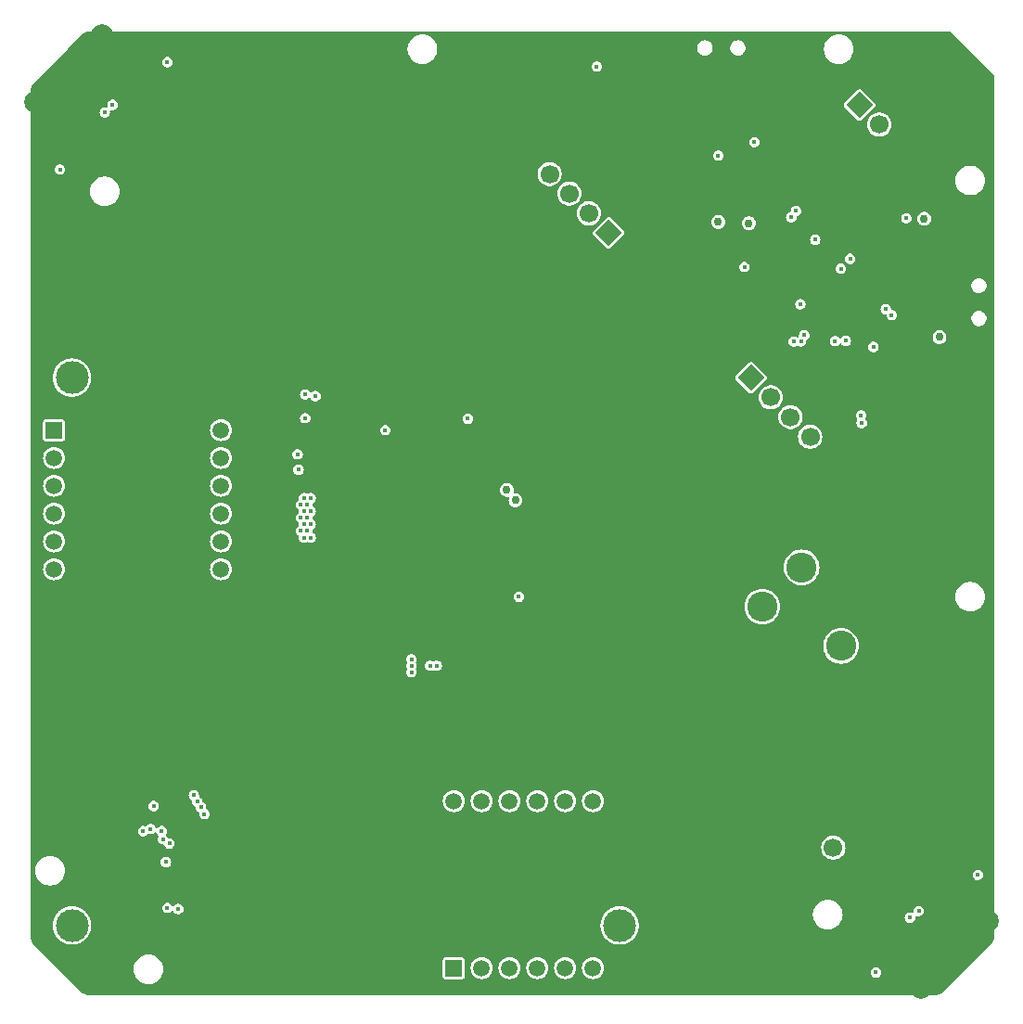
<source format=gbr>
%TF.GenerationSoftware,KiCad,Pcbnew,7.0.10*%
%TF.CreationDate,2025-08-26T16:00:25+02:00*%
%TF.ProjectId,BQ2xxxx,42513278-7878-4782-9e6b-696361645f70,rev?*%
%TF.SameCoordinates,Original*%
%TF.FileFunction,Copper,L2,Inr*%
%TF.FilePolarity,Positive*%
%FSLAX46Y46*%
G04 Gerber Fmt 4.6, Leading zero omitted, Abs format (unit mm)*
G04 Created by KiCad (PCBNEW 7.0.10) date 2025-08-26 16:00:25*
%MOMM*%
%LPD*%
G01*
G04 APERTURE LIST*
G04 Aperture macros list*
%AMHorizOval*
0 Thick line with rounded ends*
0 $1 width*
0 $2 $3 position (X,Y) of the first rounded end (center of the circle)*
0 $4 $5 position (X,Y) of the second rounded end (center of the circle)*
0 Add line between two ends*
20,1,$1,$2,$3,$4,$5,0*
0 Add two circle primitives to create the rounded ends*
1,1,$1,$2,$3*
1,1,$1,$4,$5*%
%AMRotRect*
0 Rectangle, with rotation*
0 The origin of the aperture is its center*
0 $1 length*
0 $2 width*
0 $3 Rotation angle, in degrees counterclockwise*
0 Add horizontal line*
21,1,$1,$2,0,0,$3*%
G04 Aperture macros list end*
%TA.AperFunction,ComponentPad*%
%ADD10C,3.000000*%
%TD*%
%TA.AperFunction,ComponentPad*%
%ADD11R,1.500000X1.500000*%
%TD*%
%TA.AperFunction,ComponentPad*%
%ADD12C,1.500000*%
%TD*%
%TA.AperFunction,ComponentPad*%
%ADD13RotRect,1.700000X1.700000X225.000000*%
%TD*%
%TA.AperFunction,ComponentPad*%
%ADD14HorizOval,1.700000X0.000000X0.000000X0.000000X0.000000X0*%
%TD*%
%TA.AperFunction,ComponentPad*%
%ADD15C,3.376000*%
%TD*%
%TA.AperFunction,ComponentPad*%
%ADD16RotRect,1.700000X1.700000X45.000000*%
%TD*%
%TA.AperFunction,ComponentPad*%
%ADD17HorizOval,1.700000X0.000000X0.000000X0.000000X0.000000X0*%
%TD*%
%TA.AperFunction,ComponentPad*%
%ADD18C,2.010000*%
%TD*%
%TA.AperFunction,ComponentPad*%
%ADD19C,2.745000*%
%TD*%
%TA.AperFunction,ComponentPad*%
%ADD20C,2.100000*%
%TD*%
%TA.AperFunction,ViaPad*%
%ADD21C,0.450000*%
%TD*%
%TA.AperFunction,ViaPad*%
%ADD22C,0.750000*%
%TD*%
G04 APERTURE END LIST*
D10*
%TO.N,N/C*%
%TO.C,FID1*%
X24800000Y-102600000D03*
%TD*%
D11*
%TO.N,/segE*%
%TO.C,U4*%
X59660000Y-106500000D03*
D12*
%TO.N,/segD*%
X62200000Y-106500000D03*
%TO.N,/segDP*%
X64740000Y-106500000D03*
%TO.N,/segC*%
X67280000Y-106500000D03*
%TO.N,/segG*%
X69820000Y-106500000D03*
%TO.N,/Digit7*%
X72360000Y-106500000D03*
%TO.N,/segB*%
X72360000Y-91260000D03*
%TO.N,/Digit6*%
X69820000Y-91260000D03*
%TO.N,/Digit5*%
X67280000Y-91260000D03*
%TO.N,/segF*%
X64740000Y-91260000D03*
%TO.N,/segA*%
X62200000Y-91260000D03*
%TO.N,/Digit4*%
X59660000Y-91260000D03*
%TD*%
D10*
%TO.N,N/C*%
%TO.C,FID3*%
X24800000Y-52600000D03*
%TD*%
D13*
%TO.N,GND*%
%TO.C,J9*%
X96101561Y-97301562D03*
D14*
%TO.N,+5V_OUT*%
X94305510Y-95505511D03*
%TD*%
D11*
%TO.N,/segE*%
%TO.C,U3*%
X23160000Y-57400000D03*
D12*
%TO.N,/segD*%
X23160000Y-59940000D03*
%TO.N,/segDP*%
X23160000Y-62480000D03*
%TO.N,/segC*%
X23160000Y-65020000D03*
%TO.N,/segG*%
X23160000Y-67560000D03*
%TO.N,/Digit3*%
X23160000Y-70100000D03*
%TO.N,/segB*%
X38400000Y-70100000D03*
%TO.N,/Digit2*%
X38400000Y-67560000D03*
%TO.N,/Digit1*%
X38400000Y-65020000D03*
%TO.N,/segF*%
X38400000Y-62480000D03*
%TO.N,/segA*%
X38400000Y-59940000D03*
%TO.N,/Digit0*%
X38400000Y-57400000D03*
%TD*%
D15*
%TO.N,GND*%
%TO.C,J7*%
X105997500Y-92435250D03*
X105997500Y-79295250D03*
%TD*%
D13*
%TO.N,VDD*%
%TO.C,J5*%
X73796051Y-39396051D03*
D14*
%TO.N,/SWO*%
X72000000Y-37600000D03*
%TO.N,/SWCLK*%
X70203949Y-35803949D03*
%TO.N,/SWDIO*%
X68407897Y-34007897D03*
%TO.N,GND*%
X66611846Y-32211846D03*
%TD*%
D16*
%TO.N,+3.3V*%
%TO.C,J6*%
X96698439Y-27698439D03*
D17*
%TO.N,/O{slash}X*%
X98494490Y-29494490D03*
%TD*%
D18*
%TO.N,GND*%
%TO.C,J4*%
X24153073Y-30162475D03*
X21466067Y-27475470D03*
X27575470Y-21366067D03*
X30262475Y-24053073D03*
%TD*%
D16*
%TO.N,/TX*%
%TO.C,J2*%
X86807898Y-52607898D03*
D17*
%TO.N,/RX*%
X88603949Y-54403949D03*
%TO.N,/REACT*%
X90400000Y-56200000D03*
%TO.N,/TRIG*%
X92196052Y-57996052D03*
%TO.N,GND*%
X93992103Y-59792103D03*
%TD*%
D19*
%TO.N,+BATT*%
%TO.C,BT2*%
X91414894Y-69910017D03*
X87822792Y-73502119D03*
X95006997Y-77094222D03*
%TD*%
D20*
%TO.N,GND*%
%TO.C,BT1*%
X49059198Y-31231276D03*
X43759433Y-32217690D03*
X50045612Y-25931511D03*
%TD*%
D18*
%TO.N,GND*%
%TO.C,J1*%
X105746927Y-99537525D03*
X108433933Y-102224530D03*
X102324530Y-108333933D03*
X99637525Y-105646927D03*
%TD*%
D10*
%TO.N,N/C*%
%TO.C,FID2*%
X74800000Y-102600000D03*
%TD*%
D21*
%TO.N,+BATT*%
X46300001Y-64200001D03*
X46000001Y-63600002D03*
X46000001Y-64800000D03*
X46000001Y-66000002D03*
X46600000Y-67200000D03*
X45700001Y-64200001D03*
X46600001Y-66000002D03*
X45700001Y-66600001D03*
X46000001Y-67200000D03*
X46300001Y-66600001D03*
X46600001Y-64800000D03*
X45700001Y-65400001D03*
X46600000Y-63600002D03*
X46300001Y-65400001D03*
%TO.N,Net-(J1-CC1)*%
X98200000Y-106900000D03*
X101300000Y-101900000D03*
%TO.N,GND*%
X21800000Y-39600000D03*
X44200000Y-63600000D03*
X87300000Y-28100000D03*
X36800000Y-104600000D03*
X102300000Y-26100000D03*
X66800000Y-39600000D03*
X76800000Y-74600000D03*
X88400000Y-26475000D03*
X66800000Y-59600000D03*
X99800000Y-30900000D03*
X103800000Y-35600000D03*
X81300000Y-31100000D03*
X26560662Y-23990813D03*
X48100000Y-86599999D03*
X27409190Y-23142285D03*
X41800000Y-89600000D03*
X23378680Y-28021320D03*
X32639443Y-93459166D03*
X57800000Y-81200000D03*
X51000000Y-62900001D03*
X101800000Y-79600000D03*
X105348528Y-103251471D03*
X76800000Y-41100000D03*
X41800000Y-77100000D03*
X24439339Y-27809188D03*
X77800000Y-40100000D03*
X44799999Y-64799998D03*
X40800000Y-64600000D03*
X74300000Y-52100000D03*
X76800000Y-34600000D03*
X49200000Y-58200000D03*
D22*
X80200000Y-37900000D03*
D21*
X51299999Y-62300002D03*
X48600000Y-58200000D03*
X51800000Y-34600000D03*
X101800000Y-69600000D03*
X87300000Y-39200000D03*
X44500000Y-64199999D03*
X66800000Y-87100000D03*
X95800000Y-33600000D03*
X65600000Y-80900000D03*
X69300000Y-59600000D03*
X74300000Y-27100000D03*
X46800000Y-89600000D03*
X53981381Y-57109311D03*
X89800000Y-47100000D03*
X55800000Y-52600000D03*
X48900000Y-58799999D03*
X25287867Y-26960659D03*
X40800000Y-67600000D03*
X40800000Y-56100000D03*
X64400002Y-80900000D03*
X46800000Y-99600000D03*
X61800000Y-84100000D03*
X71800000Y-44600000D03*
X104300000Y-67100000D03*
X31900000Y-92500000D03*
X44799998Y-65999997D03*
X24015075Y-28233452D03*
X41800000Y-94600000D03*
X48400000Y-86000000D03*
X44800000Y-63600000D03*
X36800000Y-39600000D03*
X26800000Y-54600000D03*
X96800000Y-64600000D03*
X58800000Y-58600000D03*
X105984924Y-103463603D03*
X58400002Y-80300000D03*
X99800000Y-48100000D03*
X65300000Y-29100000D03*
X67500000Y-70300000D03*
X91800000Y-99600000D03*
X84300000Y-57100000D03*
X79300000Y-59600000D03*
X42900000Y-57200000D03*
X92800000Y-29100000D03*
X56800000Y-94600000D03*
X49300000Y-81100000D03*
X24651473Y-26748529D03*
X25300000Y-80100000D03*
X49500000Y-58799999D03*
X54000000Y-52600003D03*
X102378678Y-106221319D03*
X65475871Y-71908104D03*
X106197056Y-102402943D03*
X47200000Y-86000000D03*
X41800000Y-44600000D03*
X25300000Y-75600000D03*
X62875736Y-67175736D03*
X46800000Y-29600000D03*
X65000002Y-81800000D03*
X84300000Y-59600000D03*
X54168274Y-59000458D03*
X66800000Y-65100000D03*
X50700000Y-62300002D03*
X63512131Y-66963605D03*
X53400001Y-52600003D03*
X59300000Y-57100000D03*
X106833452Y-102615075D03*
X27833452Y-24415076D03*
X66439336Y-70512131D03*
X69300000Y-84600000D03*
X76800000Y-52100000D03*
X100975000Y-38704078D03*
X48600000Y-59400000D03*
X106800000Y-84600000D03*
X59300000Y-99600000D03*
X26772793Y-24627209D03*
X87800000Y-31100000D03*
X41800000Y-24600000D03*
X47600000Y-53795001D03*
X63200000Y-80900000D03*
X71800000Y-89600000D03*
X25300000Y-71100000D03*
X70636395Y-73987869D03*
X63800000Y-84100000D03*
X44300000Y-69600000D03*
X46900000Y-86599999D03*
X100800000Y-42600000D03*
X46800000Y-104600000D03*
X61800000Y-49600000D03*
X23802944Y-27597057D03*
X25712131Y-26536395D03*
X31800000Y-74600000D03*
X61800000Y-59100000D03*
X63200000Y-81500000D03*
X31800000Y-44600000D03*
X103439341Y-104312133D03*
X31800000Y-84600000D03*
X98986724Y-46998967D03*
X64300000Y-97100000D03*
X21800000Y-104600000D03*
X99300000Y-62100000D03*
X79300000Y-33600000D03*
X104712133Y-103039340D03*
X66800000Y-37100000D03*
X57200002Y-81500000D03*
X60500000Y-57000000D03*
X102590811Y-106857715D03*
X105136397Y-102615076D03*
X33900000Y-101700000D03*
X36800000Y-29600000D03*
X45400000Y-60300000D03*
X48100000Y-85400001D03*
X26800000Y-104600000D03*
X69575736Y-73775736D03*
X76800000Y-77100000D03*
X47800000Y-86000000D03*
X76800000Y-99600000D03*
X90300000Y-30100000D03*
X51900000Y-82600000D03*
X70300000Y-61100000D03*
X21800000Y-89600000D03*
X56800000Y-44600000D03*
X26800000Y-39600000D03*
X76800000Y-90100000D03*
X63724265Y-66327204D03*
X61800000Y-26600000D03*
X41800000Y-72100000D03*
X105984925Y-101766548D03*
X64148529Y-66751468D03*
X59300000Y-62100000D03*
X28257716Y-23990812D03*
X60300000Y-83900000D03*
X41800000Y-49600000D03*
X96800000Y-99600000D03*
X61800000Y-44600000D03*
X54300000Y-107100000D03*
X48700000Y-86599999D03*
X24863605Y-25687869D03*
X66800000Y-49600000D03*
X27621322Y-23778681D03*
X57800000Y-80000000D03*
X26800000Y-49600000D03*
X92300000Y-36600000D03*
X46000000Y-86000001D03*
X48700000Y-85400001D03*
X44800000Y-86000001D03*
X47500000Y-85400001D03*
X96800000Y-104600000D03*
X51800000Y-39600000D03*
X47500000Y-86599999D03*
X81800000Y-99600000D03*
X43899998Y-66599996D03*
X100300000Y-22600000D03*
X61200000Y-57300000D03*
X66800000Y-29600000D03*
D22*
X99100000Y-49800000D03*
D21*
X53400000Y-53800001D03*
X97800000Y-39100000D03*
X76800000Y-27100000D03*
X88300000Y-39600000D03*
X57200002Y-80300000D03*
X26136397Y-24415077D03*
X60800000Y-63600000D03*
X82900000Y-41100000D03*
X45100000Y-86600000D03*
X41800000Y-87100000D03*
X61400001Y-81800001D03*
X103863603Y-105584923D03*
X51800000Y-74600000D03*
X106800000Y-29600000D03*
X32600000Y-23700000D03*
D22*
X103400000Y-38800000D03*
D21*
X31800000Y-39600000D03*
X41800000Y-29600000D03*
X98800000Y-107400000D03*
X51800000Y-89600000D03*
X88300000Y-40600000D03*
X64300000Y-52600000D03*
X41800000Y-104600000D03*
X94300000Y-30600000D03*
X68800000Y-102600000D03*
X79700000Y-26775000D03*
X60800000Y-80900000D03*
X96800000Y-69600000D03*
X107800000Y-98600000D03*
X44199998Y-65999997D03*
X100800000Y-40100000D03*
X102166548Y-105584924D03*
X61800000Y-87100000D03*
X45400000Y-86000001D03*
X56800000Y-29600000D03*
X49800000Y-70100000D03*
X85500000Y-41800000D03*
X58400002Y-81500000D03*
X86800000Y-94600000D03*
X84300000Y-54600000D03*
X86800000Y-99600000D03*
X44499998Y-66599996D03*
X26800000Y-44600000D03*
X71800000Y-42100000D03*
X59600002Y-81500000D03*
X97700000Y-56000000D03*
X103227207Y-105372791D03*
X47700000Y-58799999D03*
X47400000Y-58200000D03*
X105900000Y-57800000D03*
X26984923Y-25263603D03*
X28045586Y-23354417D03*
X66227204Y-69875735D03*
X25924264Y-25475736D03*
X36800000Y-44600000D03*
X26136395Y-26112131D03*
X59000000Y-80600000D03*
X101400000Y-101200000D03*
X64300000Y-94600000D03*
X60300000Y-68100000D03*
X106800000Y-69600000D03*
X70212131Y-73563605D03*
X104712131Y-104736395D03*
X101800000Y-97100000D03*
X37800000Y-76100000D03*
X86800000Y-104600000D03*
X104500000Y-104100000D03*
X96800000Y-39600000D03*
X87300000Y-37900000D03*
X94100000Y-50100000D03*
X103015077Y-104736397D03*
X62300000Y-69600000D03*
X44200000Y-67200000D03*
X34800000Y-89600000D03*
X29300000Y-89600000D03*
X31800000Y-79600000D03*
X105800000Y-64100000D03*
X37300000Y-66100000D03*
X51800000Y-99600000D03*
X61800000Y-34600000D03*
X51800000Y-94600000D03*
X105560659Y-103887866D03*
X102802942Y-105797055D03*
D22*
X83800000Y-39500000D03*
D21*
X41800000Y-99600000D03*
X103439338Y-106009187D03*
D22*
X65771752Y-64750000D03*
D21*
X71800000Y-87100000D03*
X79300000Y-47100000D03*
X81300000Y-32100000D03*
X37300000Y-86600000D03*
X63300000Y-67600000D03*
X81800000Y-69600000D03*
X45700000Y-86600000D03*
X33416476Y-95765579D03*
X28500000Y-28500000D03*
X51000000Y-64100001D03*
X56800000Y-34600000D03*
X100300000Y-54100000D03*
X51800000Y-44600000D03*
X36800000Y-62600000D03*
X62000002Y-81500000D03*
X61400001Y-81199999D03*
X103200000Y-34100000D03*
X76800000Y-47100000D03*
X66800000Y-94600000D03*
X91800000Y-84600000D03*
X23166548Y-27384925D03*
X21800000Y-34600000D03*
X50700000Y-65900000D03*
X66800000Y-99600000D03*
X97800000Y-34600000D03*
X101800000Y-92100000D03*
X91800000Y-104600000D03*
X101800000Y-74600000D03*
X69300000Y-39600000D03*
X106800000Y-64600000D03*
X25712133Y-24839341D03*
X62000002Y-80900000D03*
X52800000Y-52600002D03*
X95500000Y-89800000D03*
X79300000Y-82100000D03*
X96800000Y-33600000D03*
X49200000Y-59400000D03*
X21800000Y-49600000D03*
X79300000Y-57100000D03*
X46800000Y-94600000D03*
X79300000Y-52100000D03*
X31800000Y-49600000D03*
X99300000Y-67100000D03*
X48000000Y-59400000D03*
X92800000Y-26100000D03*
X76800000Y-104600000D03*
X31800000Y-64600000D03*
X91300000Y-35500000D03*
X48300000Y-58799999D03*
X36400000Y-90000000D03*
X49300000Y-76600000D03*
X69800000Y-98100000D03*
X76800000Y-84600000D03*
X96800000Y-84600000D03*
X101954414Y-106645583D03*
X96300000Y-57200000D03*
X83000000Y-35800000D03*
X87800000Y-37600000D03*
X70424265Y-72927204D03*
X50400000Y-64100001D03*
X53100000Y-53200002D03*
X76800000Y-69600000D03*
X65000002Y-81200000D03*
X84300000Y-53100000D03*
X63936395Y-67387869D03*
X26800000Y-59600000D03*
X81800000Y-47100000D03*
X86800000Y-69600000D03*
X52300000Y-71100000D03*
X87300000Y-50100000D03*
X60200000Y-81800000D03*
X70000000Y-74200000D03*
X100300000Y-50600000D03*
X58300000Y-69600000D03*
X105136395Y-104312130D03*
X46800000Y-72100000D03*
X81800000Y-104600000D03*
X83149997Y-32325000D03*
X25075736Y-26324264D03*
X106800000Y-89600000D03*
X76800000Y-24600000D03*
X105772792Y-102827207D03*
X86800000Y-59600000D03*
X26560659Y-25687867D03*
X80900000Y-43300000D03*
X41800000Y-79600000D03*
X31800000Y-54600000D03*
X37711417Y-92653881D03*
X30600000Y-93900000D03*
X24015076Y-26536397D03*
X50700000Y-64700002D03*
X54300000Y-104600000D03*
X58900000Y-73700000D03*
X21800000Y-94600000D03*
X46800000Y-34600000D03*
X61800000Y-74600000D03*
X69300000Y-42100000D03*
X76800000Y-82100000D03*
X61800000Y-39600000D03*
X81800000Y-57100000D03*
X51300000Y-64700002D03*
X61800000Y-97100000D03*
X44800000Y-67200000D03*
X55800000Y-73900000D03*
X27409188Y-24839340D03*
X70800000Y-65100000D03*
X67075736Y-70724264D03*
X37300000Y-82100000D03*
X26984926Y-23566549D03*
X83300000Y-37100000D03*
X21800000Y-39600000D03*
X46900000Y-85400001D03*
X71300000Y-24300000D03*
X74300000Y-74600000D03*
X65600000Y-81500000D03*
X96800000Y-38100000D03*
X69300000Y-87100000D03*
X63800001Y-81800001D03*
X53700000Y-53200002D03*
X76800000Y-33600000D03*
X104924264Y-103675736D03*
X24227208Y-27172793D03*
X59000000Y-81200000D03*
X69300000Y-57100000D03*
X57800000Y-80600000D03*
X106409188Y-103039339D03*
X51800000Y-24600000D03*
X58400002Y-80900000D03*
X49300000Y-74600000D03*
X56800000Y-107100000D03*
X76800000Y-31100000D03*
X57200002Y-80900000D03*
X47400000Y-59400000D03*
X103015074Y-106433452D03*
X105560661Y-102190812D03*
X46800000Y-39600000D03*
X81800000Y-59600000D03*
X41800000Y-34600000D03*
X44499999Y-65399998D03*
X51300000Y-63500000D03*
X56800000Y-104600000D03*
X26348528Y-25051472D03*
X104075736Y-104524264D03*
X48000000Y-58200000D03*
X46300000Y-86600000D03*
D22*
X65178280Y-61900000D03*
D21*
X104300000Y-97100000D03*
X52800000Y-53800001D03*
X59300000Y-64600000D03*
X76800000Y-32100000D03*
X66863600Y-70087867D03*
X104287869Y-103463604D03*
X94300000Y-33600000D03*
X52800000Y-49600000D03*
X48900001Y-57600001D03*
X24863603Y-27384924D03*
X63800001Y-81199999D03*
X23300000Y-86600000D03*
X103300000Y-27100000D03*
X92300000Y-47100000D03*
X74300000Y-72100000D03*
X62600002Y-81200000D03*
X79300000Y-87100000D03*
X54000000Y-53800001D03*
X74300000Y-82100000D03*
X99200000Y-55100000D03*
X60200000Y-81200000D03*
X56800000Y-39600000D03*
X107800000Y-28100000D03*
X103863605Y-103887869D03*
X59300000Y-52600000D03*
X101800000Y-21600000D03*
X96800000Y-24600000D03*
X51800000Y-107100000D03*
X81800000Y-74600000D03*
X106621320Y-101978680D03*
X46600000Y-86000000D03*
X40300000Y-98100000D03*
X92200000Y-31000000D03*
X44199999Y-64799998D03*
X65300000Y-24100000D03*
X86800000Y-90100000D03*
X100300000Y-44100000D03*
X60800000Y-81500000D03*
X36800000Y-49600000D03*
X26800000Y-99600000D03*
X79300000Y-84600000D03*
X45300000Y-56000000D03*
X50700000Y-63500000D03*
X104287867Y-105160659D03*
D22*
X104100000Y-53200000D03*
D21*
X31800000Y-69600000D03*
X44300000Y-72100000D03*
X102590812Y-105160660D03*
X90821232Y-48421232D03*
X81300000Y-45100000D03*
X101742284Y-106009188D03*
X51000000Y-65300001D03*
X106800000Y-76100000D03*
X86800000Y-84600000D03*
X78800000Y-39100000D03*
X70848529Y-73351468D03*
X39300000Y-56100000D03*
X25500000Y-25900000D03*
X76800000Y-57100000D03*
X95144635Y-41950385D03*
X64300000Y-87100000D03*
X43900000Y-64199999D03*
X103651472Y-104948528D03*
X61500000Y-22900000D03*
X21800000Y-54600000D03*
X43899999Y-65399998D03*
X86800000Y-66100000D03*
X37800000Y-25600000D03*
X97576358Y-40400000D03*
X103300000Y-43100000D03*
X49500000Y-57600001D03*
X50800000Y-74600000D03*
X86800000Y-54600000D03*
X86800000Y-79600000D03*
X91800000Y-94600000D03*
X21800000Y-44600000D03*
X81800000Y-66100000D03*
X79300000Y-32100000D03*
X74300000Y-77100000D03*
X62600002Y-81800000D03*
X36800000Y-54600000D03*
X50400000Y-65300001D03*
X59600002Y-80900000D03*
X89300000Y-59600000D03*
X82300000Y-50600000D03*
X25287869Y-25263605D03*
X102300000Y-23100000D03*
X51800000Y-104600000D03*
X79300000Y-44600000D03*
D22*
X103300000Y-40700000D03*
D21*
X24439341Y-26112133D03*
X106800000Y-67100000D03*
X23590812Y-26960661D03*
X49300000Y-107100000D03*
X56800000Y-49600000D03*
X76800000Y-94600000D03*
X51800000Y-84600000D03*
X81800000Y-94600000D03*
X61800000Y-99600000D03*
X66800000Y-34600000D03*
X46800000Y-24600000D03*
X99300000Y-64600000D03*
X31800000Y-34600000D03*
X73300000Y-24600000D03*
X59000000Y-80000000D03*
X87800000Y-46000000D03*
X51800000Y-87100000D03*
X27197058Y-24202945D03*
X66800000Y-44600000D03*
X41800000Y-84600000D03*
X74300000Y-44600000D03*
X60300000Y-69600000D03*
D22*
X103800000Y-50000000D03*
D21*
X51299999Y-65900000D03*
X76800000Y-66100000D03*
X64400002Y-81500000D03*
X66651468Y-69451471D03*
X79300000Y-31100000D03*
X96800000Y-79600000D03*
X86800000Y-57100000D03*
X91300000Y-39600000D03*
X69300000Y-29600000D03*
X61800000Y-29600000D03*
X41800000Y-82100000D03*
X92892066Y-39407934D03*
X108300000Y-52500000D03*
X50400000Y-62900001D03*
X24500000Y-33600000D03*
X81800000Y-90100000D03*
X56800000Y-57100000D03*
X48300000Y-57600000D03*
X91000000Y-45300000D03*
X31800000Y-59600000D03*
X47700000Y-57600000D03*
X71800000Y-29600000D03*
X25300000Y-67100000D03*
X41800000Y-69600000D03*
%TO.N,Net-(J1-CC2)*%
X102100000Y-101300000D03*
X107500000Y-98000000D03*
%TO.N,/TS*%
X60945235Y-56354765D03*
X45400000Y-59600000D03*
%TO.N,/INT_MAX*%
X91649048Y-48711430D03*
X97975000Y-49800000D03*
%TO.N,/SCL*%
X31300000Y-94000000D03*
X90900000Y-37375000D03*
X99628425Y-46895413D03*
X47029156Y-54275000D03*
%TO.N,/SDA*%
X46100000Y-54125000D03*
X90465213Y-37969575D03*
X99100000Y-46359242D03*
X32267633Y-91700000D03*
%TO.N,/INT_BQ*%
X91300000Y-45900000D03*
X46100000Y-56300000D03*
%TO.N,/REGN*%
X53400000Y-57400000D03*
X45492462Y-61007538D03*
%TO.N,/segD*%
X34500000Y-101100000D03*
%TO.N,/segDP*%
X33500000Y-101000000D03*
%TO.N,/segB*%
X33702179Y-95125000D03*
%TO.N,/segF*%
X33100000Y-94725000D03*
%TO.N,/segA*%
X33000000Y-94000000D03*
%TO.N,/Digit7*%
X35931526Y-90707821D03*
%TO.N,/Digit6*%
X36232077Y-91284165D03*
%TO.N,/Digit5*%
X36592633Y-91825000D03*
%TO.N,/Digit4*%
X36892633Y-92425000D03*
D22*
%TO.N,V_SYS*%
X64500000Y-62850000D03*
D21*
%TO.N,+3.3V*%
X96898487Y-56740950D03*
D22*
X86600000Y-38500000D03*
D21*
X31990411Y-93800000D03*
D22*
X83800000Y-38400000D03*
D21*
X33378768Y-96821232D03*
X87100000Y-31100000D03*
X90700000Y-49300000D03*
X65601041Y-72598959D03*
%TO.N,/TRIG*%
X95438389Y-49238389D03*
X95850000Y-41750000D03*
%TO.N,/REACT*%
X95000000Y-42650000D03*
X94456014Y-49265349D03*
D22*
%TO.N,VDD*%
X104000000Y-48900000D03*
X102600000Y-38100000D03*
D21*
%TO.N,/NRST*%
X86200000Y-42500000D03*
X72700000Y-24200000D03*
%TO.N,Net-(J3-Pad2)*%
X83800000Y-32325000D03*
%TO.N,/ON{slash}OFF*%
X92655720Y-40013445D03*
X100975000Y-38054075D03*
%TO.N,/DISP*%
X91350003Y-49300000D03*
X96831232Y-56031232D03*
%TO.N,/SW1*%
X57500000Y-78900000D03*
X55800000Y-78300000D03*
X55800000Y-79500000D03*
X58100000Y-78900000D03*
X55800000Y-78900000D03*
%TO.N,Net-(J4-CC1)*%
X28500000Y-27700000D03*
X33500000Y-23800000D03*
%TO.N,Net-(J4-CC2)*%
X27800000Y-28400000D03*
X23700000Y-33600000D03*
D22*
%TO.N,/VIN_STM*%
X65300000Y-63800000D03*
%TD*%
%TA.AperFunction,Conductor*%
%TO.N,GND*%
G36*
X104961417Y-21019685D02*
G01*
X104982058Y-21036318D01*
X108963682Y-25017942D01*
X108997166Y-25079264D01*
X109000000Y-25105622D01*
X109000000Y-103725334D01*
X108990561Y-103772787D01*
X108832661Y-104153990D01*
X108805781Y-104194218D01*
X104194218Y-108805781D01*
X104153990Y-108832661D01*
X103772788Y-108990561D01*
X103725335Y-109000000D01*
X26274665Y-109000000D01*
X26227212Y-108990561D01*
X25846009Y-108832661D01*
X25805781Y-108805781D01*
X23600000Y-106600000D01*
X30444341Y-106600000D01*
X30464936Y-106835403D01*
X30464938Y-106835413D01*
X30526094Y-107063655D01*
X30526096Y-107063659D01*
X30526097Y-107063663D01*
X30570887Y-107159714D01*
X30625964Y-107277828D01*
X30625965Y-107277830D01*
X30761505Y-107471402D01*
X30928597Y-107638494D01*
X31122169Y-107774034D01*
X31122171Y-107774035D01*
X31336337Y-107873903D01*
X31564592Y-107935063D01*
X31741032Y-107950499D01*
X31741033Y-107950500D01*
X31741034Y-107950500D01*
X31858967Y-107950500D01*
X31858967Y-107950499D01*
X32035408Y-107935063D01*
X32263663Y-107873903D01*
X32477829Y-107774035D01*
X32671401Y-107638495D01*
X32838495Y-107471401D01*
X32974035Y-107277830D01*
X32975505Y-107274678D01*
X58659500Y-107274678D01*
X58674032Y-107347735D01*
X58674033Y-107347739D01*
X58674034Y-107347740D01*
X58729399Y-107430601D01*
X58790453Y-107471395D01*
X58812260Y-107485966D01*
X58812264Y-107485967D01*
X58885321Y-107500499D01*
X58885324Y-107500500D01*
X58885326Y-107500500D01*
X60434676Y-107500500D01*
X60434677Y-107500499D01*
X60507740Y-107485966D01*
X60590601Y-107430601D01*
X60645966Y-107347740D01*
X60660500Y-107274674D01*
X60660500Y-106500000D01*
X61194659Y-106500000D01*
X61213975Y-106696129D01*
X61271188Y-106884733D01*
X61364086Y-107058532D01*
X61364090Y-107058539D01*
X61489116Y-107210883D01*
X61641460Y-107335909D01*
X61641467Y-107335913D01*
X61815266Y-107428811D01*
X61815269Y-107428811D01*
X61815273Y-107428814D01*
X62003868Y-107486024D01*
X62200000Y-107505341D01*
X62396132Y-107486024D01*
X62584727Y-107428814D01*
X62758538Y-107335910D01*
X62910883Y-107210883D01*
X63035910Y-107058538D01*
X63082362Y-106971632D01*
X63128811Y-106884733D01*
X63128811Y-106884732D01*
X63128814Y-106884727D01*
X63186024Y-106696132D01*
X63205341Y-106500000D01*
X63734659Y-106500000D01*
X63753975Y-106696129D01*
X63811188Y-106884733D01*
X63904086Y-107058532D01*
X63904090Y-107058539D01*
X64029116Y-107210883D01*
X64181460Y-107335909D01*
X64181467Y-107335913D01*
X64355266Y-107428811D01*
X64355269Y-107428811D01*
X64355273Y-107428814D01*
X64543868Y-107486024D01*
X64740000Y-107505341D01*
X64936132Y-107486024D01*
X65124727Y-107428814D01*
X65298538Y-107335910D01*
X65450883Y-107210883D01*
X65575910Y-107058538D01*
X65622362Y-106971632D01*
X65668811Y-106884733D01*
X65668811Y-106884732D01*
X65668814Y-106884727D01*
X65726024Y-106696132D01*
X65745341Y-106500000D01*
X66274659Y-106500000D01*
X66293975Y-106696129D01*
X66351188Y-106884733D01*
X66444086Y-107058532D01*
X66444090Y-107058539D01*
X66569116Y-107210883D01*
X66721460Y-107335909D01*
X66721467Y-107335913D01*
X66895266Y-107428811D01*
X66895269Y-107428811D01*
X66895273Y-107428814D01*
X67083868Y-107486024D01*
X67280000Y-107505341D01*
X67476132Y-107486024D01*
X67664727Y-107428814D01*
X67838538Y-107335910D01*
X67990883Y-107210883D01*
X68115910Y-107058538D01*
X68162362Y-106971632D01*
X68208811Y-106884733D01*
X68208811Y-106884732D01*
X68208814Y-106884727D01*
X68266024Y-106696132D01*
X68285341Y-106500000D01*
X68814659Y-106500000D01*
X68833975Y-106696129D01*
X68891188Y-106884733D01*
X68984086Y-107058532D01*
X68984090Y-107058539D01*
X69109116Y-107210883D01*
X69261460Y-107335909D01*
X69261467Y-107335913D01*
X69435266Y-107428811D01*
X69435269Y-107428811D01*
X69435273Y-107428814D01*
X69623868Y-107486024D01*
X69820000Y-107505341D01*
X70016132Y-107486024D01*
X70204727Y-107428814D01*
X70378538Y-107335910D01*
X70530883Y-107210883D01*
X70655910Y-107058538D01*
X70702362Y-106971632D01*
X70748811Y-106884733D01*
X70748811Y-106884732D01*
X70748814Y-106884727D01*
X70806024Y-106696132D01*
X70825341Y-106500000D01*
X71354659Y-106500000D01*
X71373975Y-106696129D01*
X71431188Y-106884733D01*
X71524086Y-107058532D01*
X71524090Y-107058539D01*
X71649116Y-107210883D01*
X71801460Y-107335909D01*
X71801467Y-107335913D01*
X71975266Y-107428811D01*
X71975269Y-107428811D01*
X71975273Y-107428814D01*
X72163868Y-107486024D01*
X72360000Y-107505341D01*
X72556132Y-107486024D01*
X72744727Y-107428814D01*
X72918538Y-107335910D01*
X73070883Y-107210883D01*
X73195910Y-107058538D01*
X73242362Y-106971632D01*
X73280651Y-106900000D01*
X97719610Y-106900000D01*
X97739068Y-107035337D01*
X97739070Y-107035345D01*
X97795867Y-107159714D01*
X97795872Y-107159721D01*
X97885409Y-107263053D01*
X97885413Y-107263057D01*
X97945979Y-107301979D01*
X98000439Y-107336978D01*
X98037074Y-107347735D01*
X98131632Y-107375500D01*
X98131633Y-107375500D01*
X98268367Y-107375500D01*
X98399561Y-107336978D01*
X98514589Y-107263055D01*
X98604130Y-107159718D01*
X98660931Y-107035342D01*
X98680390Y-106900000D01*
X98660931Y-106764658D01*
X98629635Y-106696129D01*
X98604132Y-106640285D01*
X98604127Y-106640278D01*
X98514590Y-106536946D01*
X98514586Y-106536942D01*
X98399559Y-106463021D01*
X98268368Y-106424500D01*
X98268367Y-106424500D01*
X98131633Y-106424500D01*
X98131632Y-106424500D01*
X98000440Y-106463021D01*
X97885413Y-106536942D01*
X97885409Y-106536946D01*
X97795872Y-106640278D01*
X97795867Y-106640285D01*
X97739070Y-106764654D01*
X97739068Y-106764662D01*
X97719610Y-106900000D01*
X73280651Y-106900000D01*
X73288811Y-106884733D01*
X73288811Y-106884732D01*
X73288814Y-106884727D01*
X73346024Y-106696132D01*
X73365341Y-106500000D01*
X73346024Y-106303868D01*
X73288814Y-106115273D01*
X73288811Y-106115269D01*
X73288811Y-106115266D01*
X73195913Y-105941467D01*
X73195909Y-105941460D01*
X73070883Y-105789116D01*
X72918539Y-105664090D01*
X72918532Y-105664086D01*
X72744733Y-105571188D01*
X72744727Y-105571186D01*
X72556132Y-105513976D01*
X72556129Y-105513975D01*
X72360000Y-105494659D01*
X72163870Y-105513975D01*
X71975266Y-105571188D01*
X71801467Y-105664086D01*
X71801460Y-105664090D01*
X71649116Y-105789116D01*
X71524090Y-105941460D01*
X71524086Y-105941467D01*
X71431188Y-106115266D01*
X71373975Y-106303870D01*
X71354659Y-106500000D01*
X70825341Y-106500000D01*
X70806024Y-106303868D01*
X70748814Y-106115273D01*
X70748811Y-106115269D01*
X70748811Y-106115266D01*
X70655913Y-105941467D01*
X70655909Y-105941460D01*
X70530883Y-105789116D01*
X70378539Y-105664090D01*
X70378532Y-105664086D01*
X70204733Y-105571188D01*
X70204727Y-105571186D01*
X70016132Y-105513976D01*
X70016129Y-105513975D01*
X69820000Y-105494659D01*
X69623870Y-105513975D01*
X69435266Y-105571188D01*
X69261467Y-105664086D01*
X69261460Y-105664090D01*
X69109116Y-105789116D01*
X68984090Y-105941460D01*
X68984086Y-105941467D01*
X68891188Y-106115266D01*
X68833975Y-106303870D01*
X68814659Y-106500000D01*
X68285341Y-106500000D01*
X68266024Y-106303868D01*
X68208814Y-106115273D01*
X68208811Y-106115269D01*
X68208811Y-106115266D01*
X68115913Y-105941467D01*
X68115909Y-105941460D01*
X67990883Y-105789116D01*
X67838539Y-105664090D01*
X67838532Y-105664086D01*
X67664733Y-105571188D01*
X67664727Y-105571186D01*
X67476132Y-105513976D01*
X67476129Y-105513975D01*
X67280000Y-105494659D01*
X67083870Y-105513975D01*
X66895266Y-105571188D01*
X66721467Y-105664086D01*
X66721460Y-105664090D01*
X66569116Y-105789116D01*
X66444090Y-105941460D01*
X66444086Y-105941467D01*
X66351188Y-106115266D01*
X66293975Y-106303870D01*
X66274659Y-106500000D01*
X65745341Y-106500000D01*
X65726024Y-106303868D01*
X65668814Y-106115273D01*
X65668811Y-106115269D01*
X65668811Y-106115266D01*
X65575913Y-105941467D01*
X65575909Y-105941460D01*
X65450883Y-105789116D01*
X65298539Y-105664090D01*
X65298532Y-105664086D01*
X65124733Y-105571188D01*
X65124727Y-105571186D01*
X64936132Y-105513976D01*
X64936129Y-105513975D01*
X64740000Y-105494659D01*
X64543870Y-105513975D01*
X64355266Y-105571188D01*
X64181467Y-105664086D01*
X64181460Y-105664090D01*
X64029116Y-105789116D01*
X63904090Y-105941460D01*
X63904086Y-105941467D01*
X63811188Y-106115266D01*
X63753975Y-106303870D01*
X63734659Y-106500000D01*
X63205341Y-106500000D01*
X63186024Y-106303868D01*
X63128814Y-106115273D01*
X63128811Y-106115269D01*
X63128811Y-106115266D01*
X63035913Y-105941467D01*
X63035909Y-105941460D01*
X62910883Y-105789116D01*
X62758539Y-105664090D01*
X62758532Y-105664086D01*
X62584733Y-105571188D01*
X62584727Y-105571186D01*
X62396132Y-105513976D01*
X62396129Y-105513975D01*
X62200000Y-105494659D01*
X62003870Y-105513975D01*
X61815266Y-105571188D01*
X61641467Y-105664086D01*
X61641460Y-105664090D01*
X61489116Y-105789116D01*
X61364090Y-105941460D01*
X61364086Y-105941467D01*
X61271188Y-106115266D01*
X61213975Y-106303870D01*
X61194659Y-106500000D01*
X60660500Y-106500000D01*
X60660500Y-105725326D01*
X60660500Y-105725323D01*
X60660499Y-105725321D01*
X60645967Y-105652264D01*
X60645966Y-105652260D01*
X60590601Y-105569399D01*
X60507740Y-105514034D01*
X60507739Y-105514033D01*
X60507735Y-105514032D01*
X60434677Y-105499500D01*
X60434674Y-105499500D01*
X58885326Y-105499500D01*
X58885323Y-105499500D01*
X58812264Y-105514032D01*
X58812260Y-105514033D01*
X58729399Y-105569399D01*
X58674033Y-105652260D01*
X58674032Y-105652264D01*
X58659500Y-105725321D01*
X58659500Y-107274678D01*
X32975505Y-107274678D01*
X33073903Y-107063663D01*
X33135063Y-106835408D01*
X33155659Y-106600000D01*
X33135063Y-106364592D01*
X33073903Y-106136337D01*
X32974035Y-105922171D01*
X32974034Y-105922169D01*
X32838494Y-105728597D01*
X32671402Y-105561505D01*
X32477830Y-105425965D01*
X32477828Y-105425964D01*
X32370746Y-105376031D01*
X32263663Y-105326097D01*
X32263659Y-105326096D01*
X32263655Y-105326094D01*
X32035413Y-105264938D01*
X32035403Y-105264936D01*
X31858967Y-105249500D01*
X31858966Y-105249500D01*
X31741034Y-105249500D01*
X31741033Y-105249500D01*
X31564596Y-105264936D01*
X31564586Y-105264938D01*
X31336344Y-105326094D01*
X31336335Y-105326098D01*
X31122171Y-105425964D01*
X31122169Y-105425965D01*
X30928597Y-105561505D01*
X30761506Y-105728597D01*
X30761501Y-105728604D01*
X30625967Y-105922165D01*
X30625965Y-105922169D01*
X30526098Y-106136335D01*
X30526094Y-106136344D01*
X30464938Y-106364586D01*
X30464936Y-106364596D01*
X30444341Y-106599999D01*
X30444341Y-106600000D01*
X23600000Y-106600000D01*
X21194218Y-104194218D01*
X21167338Y-104153990D01*
X21153351Y-104120223D01*
X21072434Y-103924871D01*
X21009439Y-103772787D01*
X21000000Y-103725334D01*
X21000000Y-102600003D01*
X23044592Y-102600003D01*
X23049153Y-102660862D01*
X23049500Y-102670129D01*
X23049500Y-102731192D01*
X23058597Y-102791546D01*
X23059635Y-102800756D01*
X23064198Y-102861627D01*
X23064199Y-102861636D01*
X23077782Y-102921148D01*
X23079506Y-102930256D01*
X23088605Y-102990620D01*
X23106595Y-103048941D01*
X23108995Y-103057898D01*
X23122580Y-103117416D01*
X23144888Y-103174257D01*
X23147945Y-103182995D01*
X23165930Y-103241306D01*
X23165939Y-103241328D01*
X23192420Y-103296316D01*
X23196128Y-103304814D01*
X23218431Y-103361640D01*
X23218432Y-103361644D01*
X23229891Y-103381491D01*
X23248952Y-103414505D01*
X23253282Y-103422697D01*
X23279770Y-103477700D01*
X23279772Y-103477704D01*
X23314154Y-103528134D01*
X23319086Y-103535984D01*
X23349610Y-103588851D01*
X23349611Y-103588853D01*
X23349614Y-103588857D01*
X23387680Y-103636591D01*
X23393180Y-103644043D01*
X23427561Y-103694471D01*
X23427564Y-103694475D01*
X23427567Y-103694479D01*
X23469091Y-103739232D01*
X23475124Y-103746242D01*
X23513195Y-103793981D01*
X23557942Y-103835500D01*
X23564498Y-103842056D01*
X23606023Y-103886809D01*
X23653739Y-103924860D01*
X23660767Y-103930907D01*
X23705521Y-103972433D01*
X23732931Y-103991121D01*
X23755958Y-104006821D01*
X23763417Y-104012326D01*
X23811143Y-104050386D01*
X23864002Y-104080904D01*
X23871853Y-104085837D01*
X23871862Y-104085843D01*
X23922296Y-104120228D01*
X23977312Y-104146722D01*
X23985486Y-104151043D01*
X24038357Y-104181568D01*
X24088044Y-104201068D01*
X24095185Y-104203871D01*
X24103684Y-104207580D01*
X24132805Y-104221603D01*
X24158677Y-104234063D01*
X24217005Y-104252054D01*
X24225750Y-104255114D01*
X24241898Y-104261451D01*
X24282584Y-104277420D01*
X24342106Y-104291004D01*
X24351048Y-104293401D01*
X24380782Y-104302572D01*
X24409385Y-104311396D01*
X24409387Y-104311396D01*
X24409399Y-104311399D01*
X24460784Y-104319142D01*
X24469735Y-104320491D01*
X24478834Y-104322212D01*
X24538370Y-104335802D01*
X24599278Y-104340366D01*
X24608424Y-104341396D01*
X24668818Y-104350500D01*
X24668824Y-104350500D01*
X24931176Y-104350500D01*
X24931182Y-104350500D01*
X24991577Y-104341396D01*
X25000720Y-104340366D01*
X25061630Y-104335802D01*
X25121174Y-104322210D01*
X25130232Y-104320496D01*
X25190615Y-104311396D01*
X25248942Y-104293403D01*
X25257881Y-104291007D01*
X25317416Y-104277420D01*
X25317419Y-104277418D01*
X25317422Y-104277418D01*
X25374236Y-104255119D01*
X25382984Y-104252057D01*
X25441323Y-104234063D01*
X25480547Y-104215173D01*
X25496323Y-104207576D01*
X25504825Y-104203867D01*
X25561636Y-104181571D01*
X25561637Y-104181570D01*
X25561643Y-104181568D01*
X25614516Y-104151040D01*
X25622705Y-104146714D01*
X25639939Y-104138414D01*
X25677704Y-104120228D01*
X25677709Y-104120224D01*
X25677712Y-104120223D01*
X25728137Y-104085843D01*
X25735992Y-104080907D01*
X25788853Y-104050389D01*
X25796122Y-104044592D01*
X25836609Y-104012304D01*
X25844022Y-104006833D01*
X25894479Y-103972433D01*
X25939237Y-103930901D01*
X25946239Y-103924876D01*
X25993981Y-103886805D01*
X26035518Y-103842037D01*
X26042037Y-103835518D01*
X26086805Y-103793981D01*
X26124876Y-103746239D01*
X26130901Y-103739237D01*
X26172433Y-103694479D01*
X26206833Y-103644022D01*
X26212304Y-103636609D01*
X26250386Y-103588857D01*
X26250386Y-103588856D01*
X26250389Y-103588853D01*
X26280907Y-103535992D01*
X26285843Y-103528137D01*
X26320223Y-103477712D01*
X26320224Y-103477709D01*
X26320228Y-103477704D01*
X26346714Y-103422705D01*
X26351040Y-103414516D01*
X26381568Y-103361643D01*
X26403867Y-103304825D01*
X26407576Y-103296323D01*
X26415173Y-103280547D01*
X26434063Y-103241323D01*
X26452057Y-103182984D01*
X26455119Y-103174236D01*
X26477418Y-103117422D01*
X26477419Y-103117418D01*
X26477420Y-103117416D01*
X26491007Y-103057881D01*
X26493404Y-103048940D01*
X26511395Y-102990617D01*
X26511396Y-102990615D01*
X26520496Y-102930232D01*
X26522210Y-102921174D01*
X26535802Y-102861630D01*
X26540366Y-102800720D01*
X26541396Y-102791577D01*
X26550500Y-102731182D01*
X26550500Y-102670129D01*
X26550847Y-102660862D01*
X26555408Y-102600003D01*
X73044592Y-102600003D01*
X73049153Y-102660862D01*
X73049500Y-102670129D01*
X73049500Y-102731192D01*
X73058597Y-102791546D01*
X73059635Y-102800756D01*
X73064198Y-102861627D01*
X73064199Y-102861636D01*
X73077782Y-102921148D01*
X73079506Y-102930256D01*
X73088605Y-102990620D01*
X73106595Y-103048941D01*
X73108995Y-103057898D01*
X73122580Y-103117416D01*
X73144888Y-103174257D01*
X73147945Y-103182995D01*
X73165930Y-103241306D01*
X73165939Y-103241328D01*
X73192420Y-103296316D01*
X73196128Y-103304814D01*
X73218431Y-103361640D01*
X73218432Y-103361644D01*
X73229891Y-103381491D01*
X73248952Y-103414505D01*
X73253282Y-103422697D01*
X73279770Y-103477700D01*
X73279772Y-103477704D01*
X73314154Y-103528134D01*
X73319086Y-103535984D01*
X73349610Y-103588851D01*
X73349611Y-103588853D01*
X73349614Y-103588857D01*
X73387680Y-103636591D01*
X73393180Y-103644043D01*
X73427561Y-103694471D01*
X73427564Y-103694475D01*
X73427567Y-103694479D01*
X73469091Y-103739232D01*
X73475124Y-103746242D01*
X73513195Y-103793981D01*
X73557942Y-103835500D01*
X73564498Y-103842056D01*
X73606023Y-103886809D01*
X73653739Y-103924860D01*
X73660767Y-103930907D01*
X73705521Y-103972433D01*
X73732931Y-103991121D01*
X73755958Y-104006821D01*
X73763417Y-104012326D01*
X73811143Y-104050386D01*
X73864002Y-104080904D01*
X73871853Y-104085837D01*
X73871862Y-104085843D01*
X73922296Y-104120228D01*
X73977312Y-104146722D01*
X73985486Y-104151043D01*
X74038357Y-104181568D01*
X74088044Y-104201068D01*
X74095185Y-104203871D01*
X74103684Y-104207580D01*
X74132805Y-104221603D01*
X74158677Y-104234063D01*
X74217005Y-104252054D01*
X74225750Y-104255114D01*
X74241898Y-104261451D01*
X74282584Y-104277420D01*
X74342106Y-104291004D01*
X74351048Y-104293401D01*
X74380782Y-104302572D01*
X74409385Y-104311396D01*
X74409387Y-104311396D01*
X74409399Y-104311399D01*
X74460784Y-104319142D01*
X74469735Y-104320491D01*
X74478834Y-104322212D01*
X74538370Y-104335802D01*
X74599278Y-104340366D01*
X74608424Y-104341396D01*
X74668818Y-104350500D01*
X74668824Y-104350500D01*
X74931176Y-104350500D01*
X74931182Y-104350500D01*
X74991577Y-104341396D01*
X75000720Y-104340366D01*
X75061630Y-104335802D01*
X75121174Y-104322210D01*
X75130232Y-104320496D01*
X75190615Y-104311396D01*
X75248942Y-104293403D01*
X75257881Y-104291007D01*
X75317416Y-104277420D01*
X75317419Y-104277418D01*
X75317422Y-104277418D01*
X75374236Y-104255119D01*
X75382984Y-104252057D01*
X75441323Y-104234063D01*
X75480547Y-104215173D01*
X75496323Y-104207576D01*
X75504825Y-104203867D01*
X75561636Y-104181571D01*
X75561637Y-104181570D01*
X75561643Y-104181568D01*
X75614516Y-104151040D01*
X75622705Y-104146714D01*
X75639939Y-104138414D01*
X75677704Y-104120228D01*
X75677709Y-104120224D01*
X75677712Y-104120223D01*
X75728137Y-104085843D01*
X75735992Y-104080907D01*
X75788853Y-104050389D01*
X75796122Y-104044592D01*
X75836609Y-104012304D01*
X75844022Y-104006833D01*
X75894479Y-103972433D01*
X75939237Y-103930901D01*
X75946239Y-103924876D01*
X75993981Y-103886805D01*
X76035518Y-103842037D01*
X76042037Y-103835518D01*
X76086805Y-103793981D01*
X76124876Y-103746239D01*
X76130901Y-103739237D01*
X76172433Y-103694479D01*
X76206833Y-103644022D01*
X76212304Y-103636609D01*
X76250386Y-103588857D01*
X76250386Y-103588856D01*
X76250389Y-103588853D01*
X76280907Y-103535992D01*
X76285843Y-103528137D01*
X76320223Y-103477712D01*
X76320224Y-103477709D01*
X76320228Y-103477704D01*
X76346714Y-103422705D01*
X76351040Y-103414516D01*
X76381568Y-103361643D01*
X76403867Y-103304825D01*
X76407576Y-103296323D01*
X76415173Y-103280547D01*
X76434063Y-103241323D01*
X76452057Y-103182984D01*
X76455119Y-103174236D01*
X76477418Y-103117422D01*
X76477419Y-103117418D01*
X76477420Y-103117416D01*
X76491007Y-103057881D01*
X76493404Y-103048940D01*
X76511395Y-102990617D01*
X76511396Y-102990615D01*
X76520496Y-102930232D01*
X76522210Y-102921174D01*
X76535802Y-102861630D01*
X76540366Y-102800720D01*
X76541396Y-102791577D01*
X76550500Y-102731182D01*
X76550500Y-102670129D01*
X76550847Y-102660862D01*
X76555408Y-102600003D01*
X76555408Y-102599996D01*
X76550847Y-102539136D01*
X76550500Y-102529869D01*
X76550500Y-102468824D01*
X76550500Y-102468818D01*
X76541396Y-102408424D01*
X76540366Y-102399278D01*
X76535802Y-102338370D01*
X76522212Y-102278834D01*
X76520491Y-102269731D01*
X76511399Y-102209399D01*
X76511396Y-102209386D01*
X76493401Y-102151048D01*
X76491004Y-102142104D01*
X76477420Y-102082584D01*
X76469581Y-102062611D01*
X76455114Y-102025750D01*
X76452053Y-102017002D01*
X76434063Y-101958677D01*
X76421603Y-101932805D01*
X76407580Y-101903684D01*
X76403871Y-101895185D01*
X76381568Y-101838358D01*
X76381568Y-101838357D01*
X76351043Y-101785486D01*
X76346715Y-101777298D01*
X76320228Y-101722296D01*
X76300548Y-101693431D01*
X76285837Y-101671853D01*
X76280904Y-101664002D01*
X76280358Y-101663057D01*
X76250386Y-101611143D01*
X76241500Y-101600000D01*
X92444341Y-101600000D01*
X92464936Y-101835403D01*
X92464938Y-101835413D01*
X92526094Y-102063655D01*
X92526096Y-102063659D01*
X92526097Y-102063663D01*
X92562675Y-102142104D01*
X92625964Y-102277828D01*
X92625965Y-102277830D01*
X92761505Y-102471402D01*
X92928597Y-102638494D01*
X93122169Y-102774034D01*
X93122171Y-102774035D01*
X93336337Y-102873903D01*
X93564592Y-102935063D01*
X93741032Y-102950499D01*
X93741033Y-102950500D01*
X93741034Y-102950500D01*
X93858967Y-102950500D01*
X93858967Y-102950499D01*
X94035408Y-102935063D01*
X94263663Y-102873903D01*
X94477829Y-102774035D01*
X94671401Y-102638495D01*
X94838495Y-102471401D01*
X94974035Y-102277830D01*
X95073903Y-102063663D01*
X95117756Y-101900000D01*
X100819610Y-101900000D01*
X100839068Y-102035337D01*
X100839070Y-102035345D01*
X100895867Y-102159714D01*
X100895872Y-102159721D01*
X100985409Y-102263053D01*
X100985413Y-102263057D01*
X101045979Y-102301979D01*
X101100439Y-102336978D01*
X101166036Y-102356239D01*
X101231632Y-102375500D01*
X101231633Y-102375500D01*
X101368367Y-102375500D01*
X101499561Y-102336978D01*
X101614589Y-102263055D01*
X101704130Y-102159718D01*
X101708085Y-102151059D01*
X101739358Y-102082579D01*
X101760931Y-102035342D01*
X101780390Y-101900000D01*
X101778086Y-101883975D01*
X101788027Y-101814817D01*
X101833781Y-101762012D01*
X101900820Y-101742326D01*
X101935758Y-101747349D01*
X102031632Y-101775500D01*
X102031633Y-101775500D01*
X102168367Y-101775500D01*
X102299561Y-101736978D01*
X102413101Y-101664011D01*
X102414586Y-101663057D01*
X102414586Y-101663056D01*
X102414589Y-101663055D01*
X102504130Y-101559718D01*
X102560931Y-101435342D01*
X102580390Y-101300000D01*
X102560931Y-101164658D01*
X102537868Y-101114157D01*
X102504132Y-101040285D01*
X102504127Y-101040278D01*
X102414590Y-100936946D01*
X102414586Y-100936942D01*
X102302113Y-100864662D01*
X102299561Y-100863022D01*
X102299560Y-100863021D01*
X102299559Y-100863021D01*
X102168368Y-100824500D01*
X102168367Y-100824500D01*
X102031633Y-100824500D01*
X102031632Y-100824500D01*
X101900440Y-100863021D01*
X101785413Y-100936942D01*
X101785409Y-100936946D01*
X101695872Y-101040278D01*
X101695867Y-101040285D01*
X101639070Y-101164654D01*
X101639068Y-101164662D01*
X101619610Y-101300000D01*
X101619610Y-101300001D01*
X101621914Y-101316027D01*
X101611970Y-101385186D01*
X101566214Y-101437989D01*
X101499175Y-101457673D01*
X101464242Y-101452650D01*
X101368370Y-101424500D01*
X101368367Y-101424500D01*
X101231633Y-101424500D01*
X101231632Y-101424500D01*
X101100440Y-101463021D01*
X100985413Y-101536942D01*
X100985409Y-101536946D01*
X100895872Y-101640278D01*
X100895867Y-101640285D01*
X100839070Y-101764654D01*
X100839068Y-101764662D01*
X100819610Y-101900000D01*
X95117756Y-101900000D01*
X95135063Y-101835408D01*
X95155659Y-101600000D01*
X95153515Y-101575500D01*
X95143678Y-101463057D01*
X95135063Y-101364592D01*
X95081493Y-101164662D01*
X95073905Y-101136344D01*
X95073904Y-101136343D01*
X95073903Y-101136337D01*
X94974035Y-100922171D01*
X94974034Y-100922169D01*
X94838494Y-100728597D01*
X94671402Y-100561505D01*
X94477830Y-100425965D01*
X94477828Y-100425964D01*
X94370746Y-100376031D01*
X94263663Y-100326097D01*
X94263659Y-100326096D01*
X94263655Y-100326094D01*
X94035413Y-100264938D01*
X94035403Y-100264936D01*
X93858967Y-100249500D01*
X93858966Y-100249500D01*
X93741034Y-100249500D01*
X93741033Y-100249500D01*
X93564596Y-100264936D01*
X93564586Y-100264938D01*
X93336344Y-100326094D01*
X93336335Y-100326098D01*
X93122171Y-100425964D01*
X93122169Y-100425965D01*
X92928597Y-100561505D01*
X92761506Y-100728597D01*
X92761501Y-100728604D01*
X92625967Y-100922165D01*
X92625965Y-100922169D01*
X92526098Y-101136335D01*
X92526094Y-101136344D01*
X92464938Y-101364586D01*
X92464936Y-101364596D01*
X92444341Y-101599999D01*
X92444341Y-101600000D01*
X76241500Y-101600000D01*
X76212322Y-101563412D01*
X76206821Y-101555958D01*
X76191121Y-101532931D01*
X76172433Y-101505521D01*
X76130907Y-101460767D01*
X76124860Y-101453739D01*
X76086809Y-101406023D01*
X76042157Y-101364592D01*
X76042052Y-101364494D01*
X76035500Y-101357942D01*
X76004781Y-101324835D01*
X75993981Y-101313195D01*
X75971344Y-101295143D01*
X75946245Y-101275127D01*
X75939232Y-101269091D01*
X75894479Y-101227567D01*
X75894475Y-101227564D01*
X75894471Y-101227561D01*
X75844043Y-101193180D01*
X75836591Y-101187680D01*
X75788857Y-101149614D01*
X75788853Y-101149611D01*
X75788851Y-101149610D01*
X75735984Y-101119086D01*
X75728134Y-101114154D01*
X75677704Y-101079772D01*
X75677700Y-101079770D01*
X75667552Y-101074883D01*
X75622690Y-101053278D01*
X75614518Y-101048959D01*
X75581491Y-101029891D01*
X75561644Y-101018432D01*
X75561640Y-101018431D01*
X75504814Y-100996128D01*
X75496316Y-100992420D01*
X75441328Y-100965939D01*
X75441306Y-100965930D01*
X75382995Y-100947945D01*
X75374257Y-100944888D01*
X75317416Y-100922580D01*
X75317411Y-100922578D01*
X75317409Y-100922578D01*
X75317404Y-100922577D01*
X75257898Y-100908995D01*
X75248941Y-100906595D01*
X75190620Y-100888605D01*
X75190616Y-100888604D01*
X75190615Y-100888604D01*
X75147234Y-100882065D01*
X75130256Y-100879506D01*
X75121148Y-100877782D01*
X75061636Y-100864199D01*
X75061632Y-100864198D01*
X75061630Y-100864198D01*
X75045939Y-100863022D01*
X75000756Y-100859635D01*
X74991546Y-100858597D01*
X74931192Y-100849500D01*
X74931182Y-100849500D01*
X74668818Y-100849500D01*
X74668808Y-100849500D01*
X74608455Y-100858597D01*
X74599244Y-100859635D01*
X74554324Y-100863002D01*
X74538370Y-100864198D01*
X74508011Y-100871126D01*
X74478852Y-100877782D01*
X74469747Y-100879505D01*
X74439214Y-100884107D01*
X74409385Y-100888604D01*
X74409381Y-100888604D01*
X74409375Y-100888606D01*
X74351059Y-100906594D01*
X74342104Y-100908994D01*
X74282593Y-100922577D01*
X74282579Y-100922581D01*
X74225751Y-100944884D01*
X74217002Y-100947945D01*
X74158683Y-100965934D01*
X74158660Y-100965943D01*
X74103669Y-100992425D01*
X74095174Y-100996132D01*
X74038358Y-101018431D01*
X73985491Y-101048953D01*
X73977298Y-101053283D01*
X73922295Y-101079772D01*
X73922290Y-101079774D01*
X73871860Y-101114157D01*
X73864011Y-101119089D01*
X73811149Y-101149609D01*
X73763412Y-101187677D01*
X73755955Y-101193180D01*
X73705522Y-101227566D01*
X73705514Y-101227572D01*
X73660771Y-101269087D01*
X73653745Y-101275133D01*
X73606021Y-101313192D01*
X73564496Y-101357944D01*
X73557944Y-101364496D01*
X73513192Y-101406021D01*
X73475133Y-101453745D01*
X73469087Y-101460771D01*
X73427572Y-101505514D01*
X73427566Y-101505522D01*
X73393180Y-101555955D01*
X73387677Y-101563412D01*
X73349609Y-101611149D01*
X73319089Y-101664011D01*
X73314157Y-101671860D01*
X73279774Y-101722290D01*
X73279772Y-101722295D01*
X73253283Y-101777298D01*
X73248953Y-101785491D01*
X73218431Y-101838358D01*
X73196132Y-101895174D01*
X73192425Y-101903669D01*
X73165943Y-101958660D01*
X73165934Y-101958683D01*
X73147945Y-102017002D01*
X73144884Y-102025751D01*
X73122581Y-102082579D01*
X73122577Y-102082593D01*
X73108994Y-102142104D01*
X73106594Y-102151059D01*
X73088606Y-102209375D01*
X73079505Y-102269747D01*
X73077782Y-102278852D01*
X73064198Y-102338372D01*
X73064198Y-102338373D01*
X73059635Y-102399244D01*
X73058597Y-102408455D01*
X73049500Y-102468808D01*
X73049500Y-102529869D01*
X73049153Y-102539136D01*
X73044592Y-102599996D01*
X73044592Y-102600003D01*
X26555408Y-102600003D01*
X26555408Y-102599996D01*
X26550847Y-102539136D01*
X26550500Y-102529869D01*
X26550500Y-102468824D01*
X26550500Y-102468818D01*
X26541396Y-102408424D01*
X26540366Y-102399278D01*
X26535802Y-102338370D01*
X26522212Y-102278834D01*
X26520491Y-102269731D01*
X26511399Y-102209399D01*
X26511396Y-102209386D01*
X26493401Y-102151048D01*
X26491004Y-102142104D01*
X26477420Y-102082584D01*
X26469581Y-102062611D01*
X26455114Y-102025750D01*
X26452053Y-102017002D01*
X26434063Y-101958677D01*
X26421603Y-101932805D01*
X26407580Y-101903684D01*
X26403871Y-101895185D01*
X26381568Y-101838358D01*
X26381568Y-101838357D01*
X26351043Y-101785486D01*
X26346715Y-101777298D01*
X26320228Y-101722296D01*
X26300548Y-101693431D01*
X26285837Y-101671853D01*
X26280904Y-101664002D01*
X26280358Y-101663057D01*
X26250386Y-101611143D01*
X26212322Y-101563412D01*
X26206821Y-101555958D01*
X26191121Y-101532931D01*
X26172433Y-101505521D01*
X26130907Y-101460767D01*
X26124860Y-101453739D01*
X26086809Y-101406023D01*
X26042157Y-101364592D01*
X26042052Y-101364494D01*
X26035500Y-101357942D01*
X26004781Y-101324835D01*
X25993981Y-101313195D01*
X25971344Y-101295143D01*
X25946245Y-101275127D01*
X25939232Y-101269091D01*
X25894479Y-101227567D01*
X25894475Y-101227564D01*
X25894471Y-101227561D01*
X25844043Y-101193180D01*
X25836591Y-101187680D01*
X25788857Y-101149614D01*
X25788853Y-101149611D01*
X25788851Y-101149610D01*
X25735984Y-101119086D01*
X25728134Y-101114154D01*
X25677704Y-101079772D01*
X25677700Y-101079770D01*
X25667552Y-101074883D01*
X25622690Y-101053278D01*
X25614518Y-101048959D01*
X25581491Y-101029891D01*
X25561644Y-101018432D01*
X25561640Y-101018431D01*
X25514680Y-101000000D01*
X33019610Y-101000000D01*
X33039068Y-101135337D01*
X33039070Y-101135345D01*
X33095867Y-101259714D01*
X33095872Y-101259721D01*
X33185409Y-101363053D01*
X33185413Y-101363057D01*
X33245979Y-101401979D01*
X33300439Y-101436978D01*
X33353813Y-101452650D01*
X33431632Y-101475500D01*
X33431633Y-101475500D01*
X33568367Y-101475500D01*
X33699561Y-101436978D01*
X33814589Y-101363055D01*
X33873434Y-101295142D01*
X33932209Y-101257370D01*
X34002078Y-101257369D01*
X34060857Y-101295143D01*
X34079939Y-101324835D01*
X34095869Y-101359716D01*
X34095872Y-101359721D01*
X34185409Y-101463053D01*
X34185413Y-101463057D01*
X34245979Y-101501979D01*
X34300439Y-101536978D01*
X34365069Y-101555955D01*
X34431632Y-101575500D01*
X34431633Y-101575500D01*
X34568367Y-101575500D01*
X34699561Y-101536978D01*
X34814589Y-101463055D01*
X34904130Y-101359718D01*
X34960931Y-101235342D01*
X34980390Y-101100000D01*
X34960931Y-100964658D01*
X34941715Y-100922581D01*
X34904132Y-100840285D01*
X34904127Y-100840278D01*
X34814590Y-100736946D01*
X34814586Y-100736942D01*
X34699559Y-100663021D01*
X34568368Y-100624500D01*
X34568367Y-100624500D01*
X34431633Y-100624500D01*
X34431632Y-100624500D01*
X34300440Y-100663021D01*
X34185413Y-100736942D01*
X34185413Y-100736943D01*
X34126567Y-100804855D01*
X34067789Y-100842629D01*
X33997919Y-100842629D01*
X33939141Y-100804854D01*
X33920061Y-100775166D01*
X33904130Y-100740282D01*
X33901239Y-100736946D01*
X33814590Y-100636946D01*
X33814586Y-100636942D01*
X33699559Y-100563021D01*
X33568368Y-100524500D01*
X33568367Y-100524500D01*
X33431633Y-100524500D01*
X33431632Y-100524500D01*
X33300440Y-100563021D01*
X33185413Y-100636942D01*
X33185409Y-100636946D01*
X33095872Y-100740278D01*
X33095867Y-100740285D01*
X33039070Y-100864654D01*
X33039068Y-100864662D01*
X33019610Y-101000000D01*
X25514680Y-101000000D01*
X25504814Y-100996128D01*
X25496316Y-100992420D01*
X25441328Y-100965939D01*
X25441306Y-100965930D01*
X25382995Y-100947945D01*
X25374257Y-100944888D01*
X25317416Y-100922580D01*
X25317411Y-100922578D01*
X25317409Y-100922578D01*
X25317404Y-100922577D01*
X25257898Y-100908995D01*
X25248941Y-100906595D01*
X25190620Y-100888605D01*
X25190616Y-100888604D01*
X25190615Y-100888604D01*
X25147234Y-100882065D01*
X25130256Y-100879506D01*
X25121148Y-100877782D01*
X25061636Y-100864199D01*
X25061632Y-100864198D01*
X25061630Y-100864198D01*
X25045939Y-100863022D01*
X25000756Y-100859635D01*
X24991546Y-100858597D01*
X24931192Y-100849500D01*
X24931182Y-100849500D01*
X24668818Y-100849500D01*
X24668808Y-100849500D01*
X24608455Y-100858597D01*
X24599244Y-100859635D01*
X24554324Y-100863002D01*
X24538370Y-100864198D01*
X24508011Y-100871126D01*
X24478852Y-100877782D01*
X24469747Y-100879505D01*
X24439214Y-100884107D01*
X24409385Y-100888604D01*
X24409381Y-100888604D01*
X24409375Y-100888606D01*
X24351059Y-100906594D01*
X24342104Y-100908994D01*
X24282593Y-100922577D01*
X24282579Y-100922581D01*
X24225751Y-100944884D01*
X24217002Y-100947945D01*
X24158683Y-100965934D01*
X24158660Y-100965943D01*
X24103669Y-100992425D01*
X24095174Y-100996132D01*
X24038358Y-101018431D01*
X23985491Y-101048953D01*
X23977298Y-101053283D01*
X23922295Y-101079772D01*
X23922290Y-101079774D01*
X23871860Y-101114157D01*
X23864011Y-101119089D01*
X23811149Y-101149609D01*
X23763412Y-101187677D01*
X23755955Y-101193180D01*
X23705522Y-101227566D01*
X23705514Y-101227572D01*
X23660771Y-101269087D01*
X23653745Y-101275133D01*
X23606021Y-101313192D01*
X23564496Y-101357944D01*
X23557944Y-101364496D01*
X23513192Y-101406021D01*
X23475133Y-101453745D01*
X23469087Y-101460771D01*
X23427572Y-101505514D01*
X23427566Y-101505522D01*
X23393180Y-101555955D01*
X23387677Y-101563412D01*
X23349609Y-101611149D01*
X23319089Y-101664011D01*
X23314157Y-101671860D01*
X23279774Y-101722290D01*
X23279772Y-101722295D01*
X23253283Y-101777298D01*
X23248953Y-101785491D01*
X23218431Y-101838358D01*
X23196132Y-101895174D01*
X23192425Y-101903669D01*
X23165943Y-101958660D01*
X23165934Y-101958683D01*
X23147945Y-102017002D01*
X23144884Y-102025751D01*
X23122581Y-102082579D01*
X23122577Y-102082593D01*
X23108994Y-102142104D01*
X23106594Y-102151059D01*
X23088606Y-102209375D01*
X23079505Y-102269747D01*
X23077782Y-102278852D01*
X23064198Y-102338372D01*
X23064198Y-102338373D01*
X23059635Y-102399244D01*
X23058597Y-102408455D01*
X23049500Y-102468808D01*
X23049500Y-102529869D01*
X23049153Y-102539136D01*
X23044592Y-102599996D01*
X23044592Y-102600003D01*
X21000000Y-102600003D01*
X21000000Y-97600000D01*
X21444341Y-97600000D01*
X21464936Y-97835403D01*
X21464938Y-97835413D01*
X21526094Y-98063655D01*
X21526096Y-98063659D01*
X21526097Y-98063663D01*
X21559522Y-98135342D01*
X21625964Y-98277828D01*
X21625965Y-98277830D01*
X21761505Y-98471402D01*
X21928597Y-98638494D01*
X22122169Y-98774034D01*
X22122171Y-98774035D01*
X22336337Y-98873903D01*
X22564592Y-98935063D01*
X22741032Y-98950499D01*
X22741033Y-98950500D01*
X22741034Y-98950500D01*
X22858967Y-98950500D01*
X22858967Y-98950499D01*
X23035408Y-98935063D01*
X23263663Y-98873903D01*
X23477829Y-98774035D01*
X23671401Y-98638495D01*
X23838495Y-98471401D01*
X23974035Y-98277830D01*
X24073903Y-98063663D01*
X24090961Y-98000000D01*
X107019610Y-98000000D01*
X107039068Y-98135337D01*
X107039070Y-98135345D01*
X107095867Y-98259714D01*
X107095872Y-98259721D01*
X107185409Y-98363053D01*
X107185413Y-98363057D01*
X107245979Y-98401979D01*
X107300439Y-98436978D01*
X107366036Y-98456239D01*
X107431632Y-98475500D01*
X107431633Y-98475500D01*
X107568367Y-98475500D01*
X107699561Y-98436978D01*
X107814589Y-98363055D01*
X107904130Y-98259718D01*
X107960931Y-98135342D01*
X107980390Y-98000000D01*
X107960931Y-97864658D01*
X107947571Y-97835403D01*
X107904132Y-97740285D01*
X107904127Y-97740278D01*
X107814590Y-97636946D01*
X107814586Y-97636942D01*
X107699559Y-97563021D01*
X107568368Y-97524500D01*
X107568367Y-97524500D01*
X107431633Y-97524500D01*
X107431632Y-97524500D01*
X107300440Y-97563021D01*
X107185413Y-97636942D01*
X107185409Y-97636946D01*
X107095872Y-97740278D01*
X107095867Y-97740285D01*
X107039070Y-97864654D01*
X107039068Y-97864662D01*
X107019610Y-98000000D01*
X24090961Y-98000000D01*
X24135063Y-97835408D01*
X24155659Y-97600000D01*
X24135063Y-97364592D01*
X24073903Y-97136337D01*
X23974035Y-96922171D01*
X23974034Y-96922169D01*
X23903357Y-96821232D01*
X32898378Y-96821232D01*
X32917836Y-96956569D01*
X32917838Y-96956577D01*
X32974635Y-97080946D01*
X32974640Y-97080953D01*
X33064177Y-97184285D01*
X33064181Y-97184289D01*
X33124747Y-97223211D01*
X33179207Y-97258210D01*
X33244804Y-97277471D01*
X33310400Y-97296732D01*
X33310401Y-97296732D01*
X33447135Y-97296732D01*
X33578329Y-97258210D01*
X33693357Y-97184287D01*
X33782898Y-97080950D01*
X33839699Y-96956574D01*
X33859158Y-96821232D01*
X33839699Y-96685890D01*
X33827445Y-96659059D01*
X33782900Y-96561517D01*
X33782895Y-96561510D01*
X33693358Y-96458178D01*
X33693354Y-96458174D01*
X33578327Y-96384253D01*
X33447136Y-96345732D01*
X33447135Y-96345732D01*
X33310401Y-96345732D01*
X33310400Y-96345732D01*
X33179208Y-96384253D01*
X33064181Y-96458174D01*
X33064177Y-96458178D01*
X32974640Y-96561510D01*
X32974635Y-96561517D01*
X32917838Y-96685886D01*
X32917836Y-96685894D01*
X32898378Y-96821232D01*
X23903357Y-96821232D01*
X23838494Y-96728597D01*
X23671402Y-96561505D01*
X23477830Y-96425965D01*
X23477828Y-96425964D01*
X23370746Y-96376031D01*
X23263663Y-96326097D01*
X23263659Y-96326096D01*
X23263655Y-96326094D01*
X23035413Y-96264938D01*
X23035403Y-96264936D01*
X22858967Y-96249500D01*
X22858966Y-96249500D01*
X22741034Y-96249500D01*
X22741033Y-96249500D01*
X22564596Y-96264936D01*
X22564586Y-96264938D01*
X22336344Y-96326094D01*
X22336335Y-96326098D01*
X22122171Y-96425964D01*
X22122169Y-96425965D01*
X21928597Y-96561505D01*
X21761506Y-96728597D01*
X21761501Y-96728604D01*
X21625967Y-96922165D01*
X21625965Y-96922169D01*
X21526098Y-97136335D01*
X21526094Y-97136344D01*
X21464938Y-97364586D01*
X21464936Y-97364596D01*
X21444341Y-97599999D01*
X21444341Y-97600000D01*
X21000000Y-97600000D01*
X21000000Y-94000000D01*
X30819610Y-94000000D01*
X30839068Y-94135337D01*
X30839070Y-94135345D01*
X30895867Y-94259714D01*
X30895872Y-94259721D01*
X30985409Y-94363053D01*
X30985413Y-94363057D01*
X31010197Y-94378984D01*
X31100439Y-94436978D01*
X31166036Y-94456239D01*
X31231632Y-94475500D01*
X31231633Y-94475500D01*
X31368367Y-94475500D01*
X31499561Y-94436978D01*
X31614589Y-94363055D01*
X31685242Y-94281515D01*
X31744017Y-94243743D01*
X31813888Y-94243743D01*
X31922043Y-94275500D01*
X31922044Y-94275500D01*
X32058778Y-94275500D01*
X32189972Y-94236978D01*
X32305000Y-94163055D01*
X32340217Y-94122411D01*
X32398992Y-94084638D01*
X32468862Y-94084636D01*
X32527640Y-94122410D01*
X32546723Y-94152102D01*
X32585485Y-94236978D01*
X32595870Y-94259718D01*
X32670648Y-94346017D01*
X32699672Y-94409571D01*
X32689729Y-94478729D01*
X32639068Y-94589660D01*
X32639068Y-94589662D01*
X32619610Y-94725000D01*
X32639068Y-94860337D01*
X32639070Y-94860345D01*
X32695867Y-94984714D01*
X32695872Y-94984721D01*
X32785409Y-95088053D01*
X32785413Y-95088057D01*
X32842899Y-95125000D01*
X32900439Y-95161978D01*
X32966036Y-95181239D01*
X33031632Y-95200500D01*
X33134229Y-95200500D01*
X33201268Y-95220185D01*
X33247023Y-95272988D01*
X33298048Y-95384716D01*
X33298051Y-95384721D01*
X33387588Y-95488053D01*
X33387592Y-95488057D01*
X33414752Y-95505511D01*
X33502618Y-95561978D01*
X33568215Y-95581239D01*
X33633811Y-95600500D01*
X33633812Y-95600500D01*
X33770546Y-95600500D01*
X33901740Y-95561978D01*
X33989606Y-95505511D01*
X93200295Y-95505511D01*
X93219112Y-95708593D01*
X93274927Y-95904758D01*
X93274932Y-95904771D01*
X93365837Y-96087332D01*
X93488747Y-96250092D01*
X93639468Y-96387491D01*
X93639470Y-96387493D01*
X93701605Y-96425965D01*
X93812873Y-96494859D01*
X94003054Y-96568535D01*
X94203534Y-96606011D01*
X94203536Y-96606011D01*
X94407484Y-96606011D01*
X94407486Y-96606011D01*
X94607966Y-96568535D01*
X94798147Y-96494859D01*
X94971551Y-96387492D01*
X95099632Y-96270730D01*
X95122272Y-96250092D01*
X95122274Y-96250090D01*
X95245183Y-96087332D01*
X95336092Y-95904761D01*
X95391907Y-95708594D01*
X95410725Y-95505511D01*
X95409107Y-95488055D01*
X95391907Y-95302428D01*
X95379931Y-95260337D01*
X95336092Y-95106261D01*
X95245183Y-94923690D01*
X95122274Y-94760932D01*
X95122272Y-94760929D01*
X94971551Y-94623530D01*
X94971549Y-94623528D01*
X94798152Y-94516166D01*
X94798145Y-94516162D01*
X94693183Y-94475500D01*
X94607966Y-94442487D01*
X94407486Y-94405011D01*
X94203534Y-94405011D01*
X94003054Y-94442487D01*
X94003051Y-94442487D01*
X94003051Y-94442488D01*
X93812874Y-94516162D01*
X93812867Y-94516166D01*
X93639470Y-94623528D01*
X93639468Y-94623530D01*
X93488747Y-94760929D01*
X93365837Y-94923689D01*
X93274932Y-95106250D01*
X93274927Y-95106263D01*
X93219112Y-95302428D01*
X93200295Y-95505510D01*
X93200295Y-95505511D01*
X33989606Y-95505511D01*
X34016768Y-95488055D01*
X34106309Y-95384718D01*
X34163110Y-95260342D01*
X34182569Y-95125000D01*
X34163110Y-94989658D01*
X34132983Y-94923689D01*
X34106311Y-94865285D01*
X34106306Y-94865278D01*
X34016769Y-94761946D01*
X34016765Y-94761942D01*
X33901738Y-94688021D01*
X33770547Y-94649500D01*
X33770546Y-94649500D01*
X33667950Y-94649500D01*
X33600911Y-94629815D01*
X33555156Y-94577012D01*
X33504130Y-94465283D01*
X33504130Y-94465282D01*
X33429350Y-94378981D01*
X33400327Y-94315428D01*
X33410270Y-94246271D01*
X33460931Y-94135342D01*
X33480390Y-94000000D01*
X33460931Y-93864658D01*
X33448677Y-93837827D01*
X33404132Y-93740285D01*
X33404127Y-93740278D01*
X33314590Y-93636946D01*
X33314586Y-93636942D01*
X33199559Y-93563021D01*
X33068368Y-93524500D01*
X33068367Y-93524500D01*
X32931633Y-93524500D01*
X32931632Y-93524500D01*
X32800440Y-93563021D01*
X32685413Y-93636942D01*
X32685412Y-93636943D01*
X32650194Y-93677588D01*
X32591415Y-93715362D01*
X32521546Y-93715362D01*
X32462768Y-93677587D01*
X32443687Y-93647896D01*
X32394543Y-93540285D01*
X32394538Y-93540278D01*
X32305001Y-93436946D01*
X32304997Y-93436942D01*
X32189970Y-93363021D01*
X32058779Y-93324500D01*
X32058778Y-93324500D01*
X31922044Y-93324500D01*
X31922043Y-93324500D01*
X31790851Y-93363021D01*
X31675824Y-93436942D01*
X31675824Y-93436943D01*
X31605170Y-93518482D01*
X31546391Y-93556256D01*
X31476523Y-93556256D01*
X31368370Y-93524500D01*
X31368367Y-93524500D01*
X31231633Y-93524500D01*
X31231632Y-93524500D01*
X31100440Y-93563021D01*
X30985413Y-93636942D01*
X30985409Y-93636946D01*
X30895872Y-93740278D01*
X30895867Y-93740285D01*
X30839070Y-93864654D01*
X30839068Y-93864662D01*
X30819610Y-94000000D01*
X21000000Y-94000000D01*
X21000000Y-91700000D01*
X31787243Y-91700000D01*
X31806701Y-91835337D01*
X31806703Y-91835345D01*
X31863500Y-91959714D01*
X31863505Y-91959721D01*
X31953042Y-92063053D01*
X31953046Y-92063057D01*
X32004168Y-92095910D01*
X32068072Y-92136978D01*
X32133669Y-92156239D01*
X32199265Y-92175500D01*
X32199266Y-92175500D01*
X32336000Y-92175500D01*
X32467194Y-92136978D01*
X32582222Y-92063055D01*
X32671763Y-91959718D01*
X32728564Y-91835342D01*
X32748023Y-91700000D01*
X32728564Y-91564658D01*
X32681657Y-91461946D01*
X32671765Y-91440285D01*
X32671760Y-91440278D01*
X32582223Y-91336946D01*
X32582219Y-91336942D01*
X32467192Y-91263021D01*
X32336001Y-91224500D01*
X32336000Y-91224500D01*
X32199266Y-91224500D01*
X32199265Y-91224500D01*
X32068073Y-91263021D01*
X31953046Y-91336942D01*
X31953042Y-91336946D01*
X31863505Y-91440278D01*
X31863500Y-91440285D01*
X31806703Y-91564654D01*
X31806701Y-91564662D01*
X31787243Y-91700000D01*
X21000000Y-91700000D01*
X21000000Y-90707821D01*
X35451136Y-90707821D01*
X35470594Y-90843158D01*
X35470596Y-90843166D01*
X35527393Y-90967535D01*
X35527398Y-90967542D01*
X35616935Y-91070874D01*
X35616937Y-91070876D01*
X35701321Y-91125106D01*
X35747076Y-91177910D01*
X35757020Y-91247067D01*
X35751687Y-91284163D01*
X35751687Y-91284164D01*
X35771145Y-91419502D01*
X35771147Y-91419510D01*
X35827944Y-91543879D01*
X35827949Y-91543886D01*
X35915328Y-91644727D01*
X35917488Y-91647220D01*
X35983524Y-91689658D01*
X36032515Y-91721143D01*
X36040270Y-91724684D01*
X36093075Y-91770437D01*
X36111500Y-91819833D01*
X36131701Y-91960337D01*
X36131703Y-91960345D01*
X36188500Y-92084714D01*
X36188505Y-92084721D01*
X36198203Y-92095913D01*
X36278044Y-92188055D01*
X36365037Y-92243961D01*
X36410792Y-92296765D01*
X36420736Y-92365922D01*
X36412243Y-92424997D01*
X36412243Y-92424999D01*
X36431701Y-92560337D01*
X36431703Y-92560345D01*
X36488500Y-92684714D01*
X36488505Y-92684721D01*
X36578042Y-92788053D01*
X36578046Y-92788057D01*
X36638612Y-92826979D01*
X36693072Y-92861978D01*
X36758669Y-92881239D01*
X36824265Y-92900500D01*
X36824266Y-92900500D01*
X36961000Y-92900500D01*
X37092194Y-92861978D01*
X37207222Y-92788055D01*
X37296763Y-92684718D01*
X37353564Y-92560342D01*
X37373023Y-92425000D01*
X37353564Y-92289658D01*
X37307510Y-92188814D01*
X37296765Y-92165285D01*
X37296760Y-92165278D01*
X37207223Y-92061946D01*
X37207222Y-92061945D01*
X37120228Y-92006038D01*
X37074473Y-91953234D01*
X37064529Y-91884075D01*
X37073023Y-91825000D01*
X37053564Y-91689658D01*
X37033045Y-91644727D01*
X36996765Y-91565285D01*
X36996760Y-91565278D01*
X36907223Y-91461946D01*
X36907219Y-91461942D01*
X36792192Y-91388021D01*
X36784436Y-91384479D01*
X36731632Y-91338725D01*
X36713209Y-91289331D01*
X36712466Y-91284167D01*
X36712467Y-91284165D01*
X36708993Y-91260000D01*
X58654659Y-91260000D01*
X58673975Y-91456129D01*
X58673976Y-91456132D01*
X58707086Y-91565282D01*
X58731188Y-91644733D01*
X58824086Y-91818532D01*
X58824090Y-91818539D01*
X58949116Y-91970883D01*
X59101460Y-92095909D01*
X59101467Y-92095913D01*
X59275266Y-92188811D01*
X59275269Y-92188811D01*
X59275273Y-92188814D01*
X59463868Y-92246024D01*
X59660000Y-92265341D01*
X59856132Y-92246024D01*
X60044727Y-92188814D01*
X60218538Y-92095910D01*
X60370883Y-91970883D01*
X60495910Y-91818538D01*
X60564800Y-91689654D01*
X60588811Y-91644733D01*
X60588811Y-91644732D01*
X60588814Y-91644727D01*
X60646024Y-91456132D01*
X60665341Y-91260000D01*
X61194659Y-91260000D01*
X61213975Y-91456129D01*
X61213976Y-91456132D01*
X61247086Y-91565282D01*
X61271188Y-91644733D01*
X61364086Y-91818532D01*
X61364090Y-91818539D01*
X61489116Y-91970883D01*
X61641460Y-92095909D01*
X61641467Y-92095913D01*
X61815266Y-92188811D01*
X61815269Y-92188811D01*
X61815273Y-92188814D01*
X62003868Y-92246024D01*
X62200000Y-92265341D01*
X62396132Y-92246024D01*
X62584727Y-92188814D01*
X62758538Y-92095910D01*
X62910883Y-91970883D01*
X63035910Y-91818538D01*
X63104800Y-91689654D01*
X63128811Y-91644733D01*
X63128811Y-91644732D01*
X63128814Y-91644727D01*
X63186024Y-91456132D01*
X63205341Y-91260000D01*
X63734659Y-91260000D01*
X63753975Y-91456129D01*
X63753976Y-91456132D01*
X63787086Y-91565282D01*
X63811188Y-91644733D01*
X63904086Y-91818532D01*
X63904090Y-91818539D01*
X64029116Y-91970883D01*
X64181460Y-92095909D01*
X64181467Y-92095913D01*
X64355266Y-92188811D01*
X64355269Y-92188811D01*
X64355273Y-92188814D01*
X64543868Y-92246024D01*
X64740000Y-92265341D01*
X64936132Y-92246024D01*
X65124727Y-92188814D01*
X65298538Y-92095910D01*
X65450883Y-91970883D01*
X65575910Y-91818538D01*
X65644800Y-91689654D01*
X65668811Y-91644733D01*
X65668811Y-91644732D01*
X65668814Y-91644727D01*
X65726024Y-91456132D01*
X65745341Y-91260000D01*
X66274659Y-91260000D01*
X66293975Y-91456129D01*
X66293976Y-91456132D01*
X66327086Y-91565282D01*
X66351188Y-91644733D01*
X66444086Y-91818532D01*
X66444090Y-91818539D01*
X66569116Y-91970883D01*
X66721460Y-92095909D01*
X66721467Y-92095913D01*
X66895266Y-92188811D01*
X66895269Y-92188811D01*
X66895273Y-92188814D01*
X67083868Y-92246024D01*
X67280000Y-92265341D01*
X67476132Y-92246024D01*
X67664727Y-92188814D01*
X67838538Y-92095910D01*
X67990883Y-91970883D01*
X68115910Y-91818538D01*
X68184800Y-91689654D01*
X68208811Y-91644733D01*
X68208811Y-91644732D01*
X68208814Y-91644727D01*
X68266024Y-91456132D01*
X68285341Y-91260000D01*
X68814659Y-91260000D01*
X68833975Y-91456129D01*
X68833976Y-91456132D01*
X68867086Y-91565282D01*
X68891188Y-91644733D01*
X68984086Y-91818532D01*
X68984090Y-91818539D01*
X69109116Y-91970883D01*
X69261460Y-92095909D01*
X69261467Y-92095913D01*
X69435266Y-92188811D01*
X69435269Y-92188811D01*
X69435273Y-92188814D01*
X69623868Y-92246024D01*
X69820000Y-92265341D01*
X70016132Y-92246024D01*
X70204727Y-92188814D01*
X70378538Y-92095910D01*
X70530883Y-91970883D01*
X70655910Y-91818538D01*
X70724800Y-91689654D01*
X70748811Y-91644733D01*
X70748811Y-91644732D01*
X70748814Y-91644727D01*
X70806024Y-91456132D01*
X70825341Y-91260000D01*
X71354659Y-91260000D01*
X71373975Y-91456129D01*
X71373976Y-91456132D01*
X71407086Y-91565282D01*
X71431188Y-91644733D01*
X71524086Y-91818532D01*
X71524090Y-91818539D01*
X71649116Y-91970883D01*
X71801460Y-92095909D01*
X71801467Y-92095913D01*
X71975266Y-92188811D01*
X71975269Y-92188811D01*
X71975273Y-92188814D01*
X72163868Y-92246024D01*
X72360000Y-92265341D01*
X72556132Y-92246024D01*
X72744727Y-92188814D01*
X72918538Y-92095910D01*
X73070883Y-91970883D01*
X73195910Y-91818538D01*
X73264800Y-91689654D01*
X73288811Y-91644733D01*
X73288811Y-91644732D01*
X73288814Y-91644727D01*
X73346024Y-91456132D01*
X73365341Y-91260000D01*
X73346024Y-91063868D01*
X73288814Y-90875273D01*
X73288811Y-90875269D01*
X73288811Y-90875266D01*
X73195913Y-90701467D01*
X73195909Y-90701460D01*
X73070883Y-90549116D01*
X72918539Y-90424090D01*
X72918532Y-90424086D01*
X72744733Y-90331188D01*
X72744727Y-90331186D01*
X72556132Y-90273976D01*
X72556129Y-90273975D01*
X72360000Y-90254659D01*
X72163870Y-90273975D01*
X71975266Y-90331188D01*
X71801467Y-90424086D01*
X71801460Y-90424090D01*
X71649116Y-90549116D01*
X71524090Y-90701460D01*
X71524086Y-90701467D01*
X71431188Y-90875266D01*
X71373975Y-91063870D01*
X71354659Y-91260000D01*
X70825341Y-91260000D01*
X70806024Y-91063868D01*
X70748814Y-90875273D01*
X70748811Y-90875269D01*
X70748811Y-90875266D01*
X70655913Y-90701467D01*
X70655909Y-90701460D01*
X70530883Y-90549116D01*
X70378539Y-90424090D01*
X70378532Y-90424086D01*
X70204733Y-90331188D01*
X70204727Y-90331186D01*
X70016132Y-90273976D01*
X70016129Y-90273975D01*
X69820000Y-90254659D01*
X69623870Y-90273975D01*
X69435266Y-90331188D01*
X69261467Y-90424086D01*
X69261460Y-90424090D01*
X69109116Y-90549116D01*
X68984090Y-90701460D01*
X68984086Y-90701467D01*
X68891188Y-90875266D01*
X68833975Y-91063870D01*
X68814659Y-91260000D01*
X68285341Y-91260000D01*
X68266024Y-91063868D01*
X68208814Y-90875273D01*
X68208811Y-90875269D01*
X68208811Y-90875266D01*
X68115913Y-90701467D01*
X68115909Y-90701460D01*
X67990883Y-90549116D01*
X67838539Y-90424090D01*
X67838532Y-90424086D01*
X67664733Y-90331188D01*
X67664727Y-90331186D01*
X67476132Y-90273976D01*
X67476129Y-90273975D01*
X67280000Y-90254659D01*
X67083870Y-90273975D01*
X66895266Y-90331188D01*
X66721467Y-90424086D01*
X66721460Y-90424090D01*
X66569116Y-90549116D01*
X66444090Y-90701460D01*
X66444086Y-90701467D01*
X66351188Y-90875266D01*
X66293975Y-91063870D01*
X66274659Y-91260000D01*
X65745341Y-91260000D01*
X65726024Y-91063868D01*
X65668814Y-90875273D01*
X65668811Y-90875269D01*
X65668811Y-90875266D01*
X65575913Y-90701467D01*
X65575909Y-90701460D01*
X65450883Y-90549116D01*
X65298539Y-90424090D01*
X65298532Y-90424086D01*
X65124733Y-90331188D01*
X65124727Y-90331186D01*
X64936132Y-90273976D01*
X64936129Y-90273975D01*
X64740000Y-90254659D01*
X64543870Y-90273975D01*
X64355266Y-90331188D01*
X64181467Y-90424086D01*
X64181460Y-90424090D01*
X64029116Y-90549116D01*
X63904090Y-90701460D01*
X63904086Y-90701467D01*
X63811188Y-90875266D01*
X63753975Y-91063870D01*
X63734659Y-91260000D01*
X63205341Y-91260000D01*
X63186024Y-91063868D01*
X63128814Y-90875273D01*
X63128811Y-90875269D01*
X63128811Y-90875266D01*
X63035913Y-90701467D01*
X63035909Y-90701460D01*
X62910883Y-90549116D01*
X62758539Y-90424090D01*
X62758532Y-90424086D01*
X62584733Y-90331188D01*
X62584727Y-90331186D01*
X62396132Y-90273976D01*
X62396129Y-90273975D01*
X62200000Y-90254659D01*
X62003870Y-90273975D01*
X61815266Y-90331188D01*
X61641467Y-90424086D01*
X61641460Y-90424090D01*
X61489116Y-90549116D01*
X61364090Y-90701460D01*
X61364086Y-90701467D01*
X61271188Y-90875266D01*
X61213975Y-91063870D01*
X61194659Y-91260000D01*
X60665341Y-91260000D01*
X60646024Y-91063868D01*
X60588814Y-90875273D01*
X60588811Y-90875269D01*
X60588811Y-90875266D01*
X60495913Y-90701467D01*
X60495909Y-90701460D01*
X60370883Y-90549116D01*
X60218539Y-90424090D01*
X60218532Y-90424086D01*
X60044733Y-90331188D01*
X60044727Y-90331186D01*
X59856132Y-90273976D01*
X59856129Y-90273975D01*
X59660000Y-90254659D01*
X59463870Y-90273975D01*
X59275266Y-90331188D01*
X59101467Y-90424086D01*
X59101460Y-90424090D01*
X58949116Y-90549116D01*
X58824090Y-90701460D01*
X58824086Y-90701467D01*
X58731188Y-90875266D01*
X58673975Y-91063870D01*
X58654659Y-91260000D01*
X36708993Y-91260000D01*
X36693008Y-91148823D01*
X36654210Y-91063868D01*
X36636209Y-91024450D01*
X36636204Y-91024443D01*
X36546667Y-90921111D01*
X36546666Y-90921110D01*
X36462281Y-90866880D01*
X36416526Y-90814076D01*
X36406582Y-90744918D01*
X36406582Y-90744916D01*
X36411916Y-90707821D01*
X36392457Y-90572479D01*
X36380203Y-90545648D01*
X36335658Y-90448106D01*
X36335653Y-90448099D01*
X36246116Y-90344767D01*
X36246112Y-90344763D01*
X36135962Y-90273976D01*
X36131087Y-90270843D01*
X36131086Y-90270842D01*
X36131085Y-90270842D01*
X35999894Y-90232321D01*
X35999893Y-90232321D01*
X35863159Y-90232321D01*
X35863158Y-90232321D01*
X35731966Y-90270842D01*
X35616939Y-90344763D01*
X35616935Y-90344767D01*
X35527398Y-90448099D01*
X35527393Y-90448106D01*
X35470596Y-90572475D01*
X35470594Y-90572483D01*
X35451136Y-90707821D01*
X21000000Y-90707821D01*
X21000000Y-79500000D01*
X55319610Y-79500000D01*
X55339068Y-79635337D01*
X55339070Y-79635345D01*
X55395867Y-79759714D01*
X55395872Y-79759721D01*
X55485409Y-79863053D01*
X55485413Y-79863057D01*
X55545979Y-79901979D01*
X55600439Y-79936978D01*
X55666036Y-79956239D01*
X55731632Y-79975500D01*
X55731633Y-79975500D01*
X55868367Y-79975500D01*
X55999561Y-79936978D01*
X56114589Y-79863055D01*
X56204130Y-79759718D01*
X56260931Y-79635342D01*
X56280390Y-79500000D01*
X56260931Y-79364658D01*
X56209257Y-79251510D01*
X56199314Y-79182353D01*
X56209258Y-79148489D01*
X56260931Y-79035342D01*
X56280390Y-78900000D01*
X57019610Y-78900000D01*
X57039068Y-79035337D01*
X57039070Y-79035345D01*
X57095867Y-79159714D01*
X57095872Y-79159721D01*
X57185409Y-79263053D01*
X57185413Y-79263057D01*
X57236409Y-79295829D01*
X57300439Y-79336978D01*
X57366036Y-79356239D01*
X57431632Y-79375500D01*
X57431633Y-79375500D01*
X57568367Y-79375500D01*
X57699559Y-79336979D01*
X57732961Y-79315513D01*
X57800000Y-79295829D01*
X57867039Y-79315513D01*
X57900440Y-79336979D01*
X58031632Y-79375500D01*
X58031633Y-79375500D01*
X58168367Y-79375500D01*
X58299561Y-79336978D01*
X58414589Y-79263055D01*
X58504130Y-79159718D01*
X58560931Y-79035342D01*
X58580390Y-78900000D01*
X58560931Y-78764658D01*
X58532406Y-78702197D01*
X58504132Y-78640285D01*
X58504127Y-78640278D01*
X58414590Y-78536946D01*
X58414586Y-78536942D01*
X58299559Y-78463021D01*
X58168368Y-78424500D01*
X58168367Y-78424500D01*
X58031633Y-78424500D01*
X58031632Y-78424500D01*
X57900441Y-78463020D01*
X57900434Y-78463024D01*
X57867038Y-78484486D01*
X57799998Y-78504170D01*
X57732962Y-78484486D01*
X57699565Y-78463024D01*
X57699558Y-78463020D01*
X57568368Y-78424500D01*
X57568367Y-78424500D01*
X57431633Y-78424500D01*
X57431632Y-78424500D01*
X57300440Y-78463021D01*
X57185413Y-78536942D01*
X57185409Y-78536946D01*
X57095872Y-78640278D01*
X57095867Y-78640285D01*
X57039070Y-78764654D01*
X57039068Y-78764662D01*
X57019610Y-78900000D01*
X56280390Y-78900000D01*
X56260931Y-78764658D01*
X56209257Y-78651510D01*
X56199314Y-78582353D01*
X56209258Y-78548489D01*
X56260931Y-78435342D01*
X56280390Y-78300000D01*
X56260931Y-78164658D01*
X56248677Y-78137827D01*
X56204132Y-78040285D01*
X56204127Y-78040278D01*
X56114590Y-77936946D01*
X56114586Y-77936942D01*
X55999559Y-77863021D01*
X55868368Y-77824500D01*
X55868367Y-77824500D01*
X55731633Y-77824500D01*
X55731632Y-77824500D01*
X55600440Y-77863021D01*
X55485413Y-77936942D01*
X55485409Y-77936946D01*
X55395872Y-78040278D01*
X55395867Y-78040285D01*
X55339070Y-78164654D01*
X55339068Y-78164662D01*
X55319610Y-78300000D01*
X55339068Y-78435337D01*
X55339068Y-78435339D01*
X55339068Y-78435340D01*
X55339069Y-78435342D01*
X55390742Y-78548489D01*
X55400685Y-78617648D01*
X55390742Y-78651510D01*
X55367595Y-78702196D01*
X55339068Y-78764660D01*
X55339068Y-78764662D01*
X55319610Y-78900000D01*
X55339068Y-79035337D01*
X55339068Y-79035339D01*
X55339068Y-79035340D01*
X55339069Y-79035342D01*
X55390742Y-79148489D01*
X55400685Y-79217648D01*
X55390742Y-79251510D01*
X55370502Y-79295829D01*
X55339068Y-79364660D01*
X55339068Y-79364662D01*
X55319610Y-79500000D01*
X21000000Y-79500000D01*
X21000000Y-77094222D01*
X93378978Y-77094222D01*
X93399022Y-77348903D01*
X93458658Y-77597307D01*
X93556420Y-77833327D01*
X93689898Y-78051142D01*
X93689899Y-78051144D01*
X93689900Y-78051146D01*
X93689902Y-78051148D01*
X93855814Y-78245405D01*
X94050071Y-78411317D01*
X94050073Y-78411318D01*
X94050074Y-78411319D01*
X94050076Y-78411320D01*
X94267891Y-78544798D01*
X94443768Y-78617648D01*
X94503911Y-78642560D01*
X94752319Y-78702197D01*
X95006997Y-78722241D01*
X95261675Y-78702197D01*
X95510083Y-78642560D01*
X95746102Y-78544798D01*
X95963923Y-78411317D01*
X96158180Y-78245405D01*
X96324092Y-78051148D01*
X96457573Y-77833327D01*
X96555335Y-77597308D01*
X96614972Y-77348900D01*
X96635016Y-77094222D01*
X96614972Y-76839544D01*
X96555335Y-76591136D01*
X96457573Y-76355117D01*
X96457573Y-76355116D01*
X96324095Y-76137301D01*
X96324094Y-76137299D01*
X96324093Y-76137298D01*
X96324092Y-76137296D01*
X96158180Y-75943039D01*
X95963923Y-75777127D01*
X95963921Y-75777125D01*
X95963919Y-75777124D01*
X95963917Y-75777123D01*
X95746102Y-75643645D01*
X95510082Y-75545883D01*
X95261678Y-75486247D01*
X95006997Y-75466203D01*
X94752315Y-75486247D01*
X94503911Y-75545883D01*
X94267891Y-75643645D01*
X94050076Y-75777123D01*
X94050074Y-75777124D01*
X93855814Y-75943039D01*
X93689899Y-76137299D01*
X93689898Y-76137301D01*
X93556420Y-76355116D01*
X93458658Y-76591136D01*
X93399022Y-76839540D01*
X93378978Y-77094222D01*
X21000000Y-77094222D01*
X21000000Y-73502119D01*
X86194773Y-73502119D01*
X86214817Y-73756800D01*
X86274453Y-74005204D01*
X86372215Y-74241224D01*
X86505693Y-74459039D01*
X86505694Y-74459041D01*
X86505695Y-74459043D01*
X86505697Y-74459045D01*
X86671609Y-74653302D01*
X86865866Y-74819214D01*
X86865868Y-74819215D01*
X86865869Y-74819216D01*
X86865871Y-74819217D01*
X87083686Y-74952695D01*
X87319706Y-75050457D01*
X87568114Y-75110094D01*
X87822792Y-75130138D01*
X88077470Y-75110094D01*
X88325878Y-75050457D01*
X88561897Y-74952695D01*
X88779718Y-74819214D01*
X88973975Y-74653302D01*
X89139887Y-74459045D01*
X89273368Y-74241224D01*
X89371130Y-74005205D01*
X89430767Y-73756797D01*
X89450811Y-73502119D01*
X89430767Y-73247441D01*
X89371130Y-72999033D01*
X89355796Y-72962014D01*
X89273368Y-72763013D01*
X89173473Y-72600000D01*
X105444341Y-72600000D01*
X105464936Y-72835403D01*
X105464938Y-72835413D01*
X105526094Y-73063655D01*
X105526096Y-73063659D01*
X105526097Y-73063663D01*
X105576031Y-73170746D01*
X105625964Y-73277828D01*
X105625965Y-73277830D01*
X105761505Y-73471402D01*
X105928597Y-73638494D01*
X106122169Y-73774034D01*
X106122171Y-73774035D01*
X106336337Y-73873903D01*
X106564592Y-73935063D01*
X106741032Y-73950499D01*
X106741033Y-73950500D01*
X106741034Y-73950500D01*
X106858967Y-73950500D01*
X106858967Y-73950499D01*
X107035408Y-73935063D01*
X107263663Y-73873903D01*
X107477829Y-73774035D01*
X107671401Y-73638495D01*
X107838495Y-73471401D01*
X107974035Y-73277830D01*
X108073903Y-73063663D01*
X108135063Y-72835408D01*
X108155659Y-72600000D01*
X108135063Y-72364592D01*
X108073903Y-72136337D01*
X107974035Y-71922171D01*
X107974034Y-71922169D01*
X107838494Y-71728597D01*
X107671402Y-71561505D01*
X107477830Y-71425965D01*
X107477828Y-71425964D01*
X107337639Y-71360593D01*
X107263663Y-71326097D01*
X107263659Y-71326096D01*
X107263655Y-71326094D01*
X107035413Y-71264938D01*
X107035403Y-71264936D01*
X106858967Y-71249500D01*
X106858966Y-71249500D01*
X106741034Y-71249500D01*
X106741033Y-71249500D01*
X106564596Y-71264936D01*
X106564586Y-71264938D01*
X106336344Y-71326094D01*
X106336335Y-71326098D01*
X106122171Y-71425964D01*
X106122169Y-71425965D01*
X105928597Y-71561505D01*
X105761506Y-71728597D01*
X105761501Y-71728604D01*
X105625967Y-71922165D01*
X105625965Y-71922169D01*
X105526098Y-72136335D01*
X105526094Y-72136344D01*
X105464938Y-72364586D01*
X105464936Y-72364596D01*
X105444341Y-72599999D01*
X105444341Y-72600000D01*
X89173473Y-72600000D01*
X89139890Y-72545198D01*
X89139889Y-72545196D01*
X89139888Y-72545195D01*
X89139887Y-72545193D01*
X88973975Y-72350936D01*
X88779718Y-72185024D01*
X88779716Y-72185022D01*
X88779714Y-72185021D01*
X88779712Y-72185020D01*
X88561897Y-72051542D01*
X88325877Y-71953780D01*
X88077473Y-71894144D01*
X87822792Y-71874100D01*
X87568110Y-71894144D01*
X87319706Y-71953780D01*
X87083686Y-72051542D01*
X86865871Y-72185020D01*
X86865869Y-72185021D01*
X86671609Y-72350936D01*
X86505694Y-72545196D01*
X86505693Y-72545198D01*
X86372215Y-72763013D01*
X86274453Y-72999033D01*
X86214817Y-73247437D01*
X86194773Y-73502119D01*
X21000000Y-73502119D01*
X21000000Y-72598959D01*
X65120651Y-72598959D01*
X65140109Y-72734296D01*
X65140111Y-72734304D01*
X65196908Y-72858673D01*
X65196913Y-72858680D01*
X65286450Y-72962012D01*
X65286454Y-72962016D01*
X65344055Y-72999033D01*
X65401480Y-73035937D01*
X65467077Y-73055198D01*
X65532673Y-73074459D01*
X65532674Y-73074459D01*
X65669408Y-73074459D01*
X65800602Y-73035937D01*
X65915630Y-72962014D01*
X66005171Y-72858677D01*
X66061972Y-72734301D01*
X66081431Y-72598959D01*
X66061972Y-72463617D01*
X66049718Y-72436786D01*
X66005173Y-72339244D01*
X66005168Y-72339237D01*
X65915631Y-72235905D01*
X65915627Y-72235901D01*
X65800600Y-72161980D01*
X65669409Y-72123459D01*
X65669408Y-72123459D01*
X65532674Y-72123459D01*
X65532673Y-72123459D01*
X65401481Y-72161980D01*
X65286454Y-72235901D01*
X65286450Y-72235905D01*
X65196913Y-72339237D01*
X65196908Y-72339244D01*
X65140111Y-72463613D01*
X65140109Y-72463621D01*
X65120651Y-72598959D01*
X21000000Y-72598959D01*
X21000000Y-70100000D01*
X22154659Y-70100000D01*
X22173975Y-70296129D01*
X22231188Y-70484733D01*
X22324086Y-70658532D01*
X22324090Y-70658539D01*
X22449116Y-70810883D01*
X22601460Y-70935909D01*
X22601467Y-70935913D01*
X22775266Y-71028811D01*
X22775269Y-71028811D01*
X22775273Y-71028814D01*
X22963868Y-71086024D01*
X23160000Y-71105341D01*
X23356132Y-71086024D01*
X23544727Y-71028814D01*
X23718538Y-70935910D01*
X23870883Y-70810883D01*
X23995910Y-70658538D01*
X24088814Y-70484727D01*
X24146024Y-70296132D01*
X24165341Y-70100000D01*
X37394659Y-70100000D01*
X37413975Y-70296129D01*
X37471188Y-70484733D01*
X37564086Y-70658532D01*
X37564090Y-70658539D01*
X37689116Y-70810883D01*
X37841460Y-70935909D01*
X37841467Y-70935913D01*
X38015266Y-71028811D01*
X38015269Y-71028811D01*
X38015273Y-71028814D01*
X38203868Y-71086024D01*
X38400000Y-71105341D01*
X38596132Y-71086024D01*
X38784727Y-71028814D01*
X38958538Y-70935910D01*
X39110883Y-70810883D01*
X39235910Y-70658538D01*
X39328814Y-70484727D01*
X39386024Y-70296132D01*
X39405341Y-70100000D01*
X39386630Y-69910017D01*
X89786875Y-69910017D01*
X89806919Y-70164698D01*
X89866555Y-70413102D01*
X89964317Y-70649122D01*
X90097795Y-70866937D01*
X90097796Y-70866939D01*
X90097797Y-70866941D01*
X90097799Y-70866943D01*
X90263711Y-71061200D01*
X90457968Y-71227112D01*
X90457970Y-71227113D01*
X90457971Y-71227114D01*
X90457973Y-71227115D01*
X90675788Y-71360593D01*
X90833609Y-71425964D01*
X90911808Y-71458355D01*
X91160216Y-71517992D01*
X91414894Y-71538036D01*
X91669572Y-71517992D01*
X91917980Y-71458355D01*
X92153999Y-71360593D01*
X92371820Y-71227112D01*
X92566077Y-71061200D01*
X92731989Y-70866943D01*
X92865470Y-70649122D01*
X92963232Y-70413103D01*
X93022869Y-70164695D01*
X93042913Y-69910017D01*
X93022869Y-69655339D01*
X92963232Y-69406931D01*
X92955853Y-69389116D01*
X92865470Y-69170911D01*
X92731992Y-68953096D01*
X92731991Y-68953094D01*
X92731990Y-68953093D01*
X92731989Y-68953091D01*
X92566077Y-68758834D01*
X92371820Y-68592922D01*
X92371818Y-68592920D01*
X92371816Y-68592919D01*
X92371814Y-68592918D01*
X92153999Y-68459440D01*
X91917979Y-68361678D01*
X91669575Y-68302042D01*
X91414894Y-68281998D01*
X91160212Y-68302042D01*
X90911808Y-68361678D01*
X90675788Y-68459440D01*
X90457973Y-68592918D01*
X90457971Y-68592919D01*
X90263711Y-68758834D01*
X90097796Y-68953094D01*
X90097795Y-68953096D01*
X89964317Y-69170911D01*
X89866555Y-69406931D01*
X89806919Y-69655335D01*
X89786875Y-69910017D01*
X39386630Y-69910017D01*
X39386024Y-69903868D01*
X39328814Y-69715273D01*
X39328811Y-69715269D01*
X39328811Y-69715266D01*
X39235913Y-69541467D01*
X39235909Y-69541460D01*
X39110883Y-69389116D01*
X38958539Y-69264090D01*
X38958532Y-69264086D01*
X38784733Y-69171188D01*
X38784727Y-69171186D01*
X38596132Y-69113976D01*
X38596129Y-69113975D01*
X38400000Y-69094659D01*
X38203870Y-69113975D01*
X38015266Y-69171188D01*
X37841467Y-69264086D01*
X37841460Y-69264090D01*
X37689116Y-69389116D01*
X37564090Y-69541460D01*
X37564086Y-69541467D01*
X37471188Y-69715266D01*
X37413975Y-69903870D01*
X37394659Y-70100000D01*
X24165341Y-70100000D01*
X24146024Y-69903868D01*
X24088814Y-69715273D01*
X24088811Y-69715269D01*
X24088811Y-69715266D01*
X23995913Y-69541467D01*
X23995909Y-69541460D01*
X23870883Y-69389116D01*
X23718539Y-69264090D01*
X23718532Y-69264086D01*
X23544733Y-69171188D01*
X23544727Y-69171186D01*
X23356132Y-69113976D01*
X23356129Y-69113975D01*
X23160000Y-69094659D01*
X22963870Y-69113975D01*
X22775266Y-69171188D01*
X22601467Y-69264086D01*
X22601460Y-69264090D01*
X22449116Y-69389116D01*
X22324090Y-69541460D01*
X22324086Y-69541467D01*
X22231188Y-69715266D01*
X22173975Y-69903870D01*
X22154659Y-70100000D01*
X21000000Y-70100000D01*
X21000000Y-67560000D01*
X22154659Y-67560000D01*
X22173975Y-67756129D01*
X22231188Y-67944733D01*
X22324086Y-68118532D01*
X22324090Y-68118539D01*
X22449116Y-68270883D01*
X22601460Y-68395909D01*
X22601467Y-68395913D01*
X22775266Y-68488811D01*
X22775269Y-68488811D01*
X22775273Y-68488814D01*
X22963868Y-68546024D01*
X23160000Y-68565341D01*
X23356132Y-68546024D01*
X23544727Y-68488814D01*
X23718538Y-68395910D01*
X23870883Y-68270883D01*
X23995910Y-68118538D01*
X24088814Y-67944727D01*
X24146024Y-67756132D01*
X24165341Y-67560000D01*
X37394659Y-67560000D01*
X37413975Y-67756129D01*
X37471188Y-67944733D01*
X37564086Y-68118532D01*
X37564090Y-68118539D01*
X37689116Y-68270883D01*
X37841460Y-68395909D01*
X37841467Y-68395913D01*
X38015266Y-68488811D01*
X38015269Y-68488811D01*
X38015273Y-68488814D01*
X38203868Y-68546024D01*
X38400000Y-68565341D01*
X38596132Y-68546024D01*
X38784727Y-68488814D01*
X38958538Y-68395910D01*
X39110883Y-68270883D01*
X39235910Y-68118538D01*
X39328814Y-67944727D01*
X39386024Y-67756132D01*
X39405341Y-67560000D01*
X39386024Y-67363868D01*
X39328814Y-67175273D01*
X39328811Y-67175269D01*
X39328811Y-67175266D01*
X39235913Y-67001467D01*
X39235909Y-67001460D01*
X39110883Y-66849116D01*
X38958539Y-66724090D01*
X38958532Y-66724086D01*
X38784733Y-66631188D01*
X38784727Y-66631186D01*
X38681924Y-66600001D01*
X45219611Y-66600001D01*
X45239069Y-66735338D01*
X45239071Y-66735346D01*
X45295868Y-66859715D01*
X45295873Y-66859722D01*
X45365675Y-66940278D01*
X45385412Y-66963056D01*
X45472405Y-67018962D01*
X45518160Y-67071766D01*
X45528104Y-67140924D01*
X45519611Y-67199998D01*
X45519611Y-67199999D01*
X45539069Y-67335337D01*
X45539071Y-67335345D01*
X45595868Y-67459714D01*
X45595873Y-67459721D01*
X45685410Y-67563053D01*
X45685414Y-67563057D01*
X45736410Y-67595829D01*
X45800440Y-67636978D01*
X45866037Y-67656239D01*
X45931633Y-67675500D01*
X45931634Y-67675500D01*
X46068368Y-67675500D01*
X46199562Y-67636978D01*
X46232960Y-67615513D01*
X46299999Y-67595829D01*
X46367038Y-67615512D01*
X46378966Y-67623178D01*
X46400440Y-67636979D01*
X46531632Y-67675500D01*
X46531633Y-67675500D01*
X46668367Y-67675500D01*
X46799561Y-67636978D01*
X46914589Y-67563055D01*
X47004130Y-67459718D01*
X47060931Y-67335342D01*
X47080390Y-67200000D01*
X47060931Y-67064658D01*
X47040062Y-67018962D01*
X47004132Y-66940285D01*
X47004127Y-66940278D01*
X46914590Y-66836946D01*
X46914589Y-66836945D01*
X46827596Y-66781039D01*
X46781841Y-66728235D01*
X46771897Y-66659077D01*
X46771897Y-66659076D01*
X46780391Y-66600001D01*
X46771897Y-66540924D01*
X46781840Y-66471768D01*
X46827593Y-66418965D01*
X46914590Y-66363057D01*
X47004131Y-66259720D01*
X47060932Y-66135344D01*
X47080391Y-66000002D01*
X47060932Y-65864660D01*
X47014531Y-65763056D01*
X47004133Y-65740287D01*
X47004128Y-65740280D01*
X46914591Y-65636948D01*
X46914590Y-65636947D01*
X46827596Y-65581040D01*
X46781841Y-65528236D01*
X46771897Y-65459077D01*
X46780391Y-65400001D01*
X46771897Y-65340923D01*
X46781841Y-65271765D01*
X46827594Y-65218963D01*
X46914590Y-65163055D01*
X47004131Y-65059718D01*
X47060932Y-64935342D01*
X47080391Y-64800000D01*
X47060932Y-64664658D01*
X47014532Y-64563056D01*
X47004133Y-64540285D01*
X47004128Y-64540278D01*
X46914591Y-64436946D01*
X46914587Y-64436942D01*
X46827597Y-64381039D01*
X46781841Y-64328236D01*
X46771897Y-64259077D01*
X46771897Y-64259076D01*
X46780391Y-64200001D01*
X46771897Y-64140924D01*
X46781840Y-64071768D01*
X46827595Y-64018964D01*
X46827596Y-64018963D01*
X46914589Y-63963057D01*
X47004130Y-63859720D01*
X47060931Y-63735344D01*
X47080390Y-63600002D01*
X47060931Y-63464660D01*
X47035427Y-63408814D01*
X47004132Y-63340287D01*
X47004127Y-63340280D01*
X46914590Y-63236948D01*
X46914586Y-63236944D01*
X46817418Y-63174500D01*
X46799561Y-63163024D01*
X46799560Y-63163023D01*
X46799559Y-63163023D01*
X46668368Y-63124502D01*
X46668367Y-63124502D01*
X46531633Y-63124502D01*
X46531632Y-63124502D01*
X46400441Y-63163022D01*
X46400435Y-63163025D01*
X46367036Y-63184489D01*
X46299996Y-63204172D01*
X46232961Y-63184488D01*
X46199562Y-63163024D01*
X46199560Y-63163023D01*
X46199558Y-63163022D01*
X46068369Y-63124502D01*
X46068368Y-63124502D01*
X45931634Y-63124502D01*
X45931633Y-63124502D01*
X45800441Y-63163023D01*
X45685414Y-63236944D01*
X45685410Y-63236948D01*
X45595873Y-63340280D01*
X45595868Y-63340287D01*
X45539071Y-63464656D01*
X45539069Y-63464664D01*
X45519611Y-63600002D01*
X45528104Y-63659077D01*
X45518160Y-63728236D01*
X45472406Y-63781038D01*
X45385413Y-63836944D01*
X45385410Y-63836947D01*
X45295873Y-63940279D01*
X45295868Y-63940286D01*
X45239071Y-64064655D01*
X45239069Y-64064663D01*
X45219611Y-64200001D01*
X45239069Y-64335338D01*
X45239071Y-64335346D01*
X45295868Y-64459715D01*
X45295873Y-64459722D01*
X45365675Y-64540278D01*
X45385412Y-64563056D01*
X45472405Y-64618962D01*
X45518160Y-64671766D01*
X45528104Y-64740924D01*
X45519611Y-64799998D01*
X45519611Y-64800002D01*
X45528104Y-64859078D01*
X45518160Y-64928236D01*
X45472406Y-64981038D01*
X45385413Y-65036944D01*
X45385410Y-65036947D01*
X45295873Y-65140279D01*
X45295868Y-65140286D01*
X45239071Y-65264655D01*
X45239069Y-65264663D01*
X45219611Y-65400001D01*
X45239069Y-65535338D01*
X45239071Y-65535346D01*
X45295868Y-65659715D01*
X45295873Y-65659722D01*
X45385410Y-65763054D01*
X45385412Y-65763056D01*
X45472405Y-65818962D01*
X45518160Y-65871766D01*
X45528104Y-65940923D01*
X45519611Y-65999999D01*
X45519611Y-66000002D01*
X45528104Y-66059077D01*
X45518160Y-66128236D01*
X45472406Y-66181038D01*
X45385413Y-66236944D01*
X45385410Y-66236947D01*
X45295873Y-66340279D01*
X45295868Y-66340286D01*
X45239071Y-66464655D01*
X45239069Y-66464663D01*
X45219611Y-66600001D01*
X38681924Y-66600001D01*
X38596132Y-66573976D01*
X38596129Y-66573975D01*
X38400000Y-66554659D01*
X38203870Y-66573975D01*
X38015266Y-66631188D01*
X37841467Y-66724086D01*
X37841460Y-66724090D01*
X37689116Y-66849116D01*
X37564090Y-67001460D01*
X37564086Y-67001467D01*
X37471188Y-67175266D01*
X37413975Y-67363870D01*
X37394659Y-67560000D01*
X24165341Y-67560000D01*
X24146024Y-67363868D01*
X24088814Y-67175273D01*
X24088811Y-67175269D01*
X24088811Y-67175266D01*
X23995913Y-67001467D01*
X23995909Y-67001460D01*
X23870883Y-66849116D01*
X23718539Y-66724090D01*
X23718532Y-66724086D01*
X23544733Y-66631188D01*
X23544727Y-66631186D01*
X23356132Y-66573976D01*
X23356129Y-66573975D01*
X23160000Y-66554659D01*
X22963870Y-66573975D01*
X22775266Y-66631188D01*
X22601467Y-66724086D01*
X22601460Y-66724090D01*
X22449116Y-66849116D01*
X22324090Y-67001460D01*
X22324086Y-67001467D01*
X22231188Y-67175266D01*
X22173975Y-67363870D01*
X22154659Y-67560000D01*
X21000000Y-67560000D01*
X21000000Y-65020000D01*
X22154659Y-65020000D01*
X22173975Y-65216129D01*
X22173976Y-65216132D01*
X22229752Y-65400001D01*
X22231188Y-65404733D01*
X22324086Y-65578532D01*
X22324090Y-65578539D01*
X22449116Y-65730883D01*
X22601460Y-65855909D01*
X22601467Y-65855913D01*
X22775266Y-65948811D01*
X22775269Y-65948811D01*
X22775273Y-65948814D01*
X22963868Y-66006024D01*
X23160000Y-66025341D01*
X23356132Y-66006024D01*
X23544727Y-65948814D01*
X23718538Y-65855910D01*
X23870883Y-65730883D01*
X23995910Y-65578538D01*
X24088814Y-65404727D01*
X24146024Y-65216132D01*
X24165341Y-65020000D01*
X37394659Y-65020000D01*
X37413975Y-65216129D01*
X37413976Y-65216132D01*
X37469752Y-65400001D01*
X37471188Y-65404733D01*
X37564086Y-65578532D01*
X37564090Y-65578539D01*
X37689116Y-65730883D01*
X37841460Y-65855909D01*
X37841467Y-65855913D01*
X38015266Y-65948811D01*
X38015269Y-65948811D01*
X38015273Y-65948814D01*
X38203868Y-66006024D01*
X38400000Y-66025341D01*
X38596132Y-66006024D01*
X38784727Y-65948814D01*
X38958538Y-65855910D01*
X39110883Y-65730883D01*
X39235910Y-65578538D01*
X39328814Y-65404727D01*
X39386024Y-65216132D01*
X39405341Y-65020000D01*
X39386024Y-64823868D01*
X39328814Y-64635273D01*
X39328811Y-64635269D01*
X39328811Y-64635266D01*
X39235913Y-64461467D01*
X39235909Y-64461460D01*
X39110883Y-64309116D01*
X38958539Y-64184090D01*
X38958532Y-64184086D01*
X38784733Y-64091188D01*
X38784727Y-64091186D01*
X38596132Y-64033976D01*
X38596129Y-64033975D01*
X38400000Y-64014659D01*
X38203870Y-64033975D01*
X38015266Y-64091188D01*
X37841467Y-64184086D01*
X37841460Y-64184090D01*
X37689116Y-64309116D01*
X37564090Y-64461460D01*
X37564086Y-64461467D01*
X37471188Y-64635266D01*
X37413975Y-64823870D01*
X37394659Y-65020000D01*
X24165341Y-65020000D01*
X24146024Y-64823868D01*
X24088814Y-64635273D01*
X24088811Y-64635269D01*
X24088811Y-64635266D01*
X23995913Y-64461467D01*
X23995909Y-64461460D01*
X23870883Y-64309116D01*
X23718539Y-64184090D01*
X23718532Y-64184086D01*
X23544733Y-64091188D01*
X23544727Y-64091186D01*
X23356132Y-64033976D01*
X23356129Y-64033975D01*
X23160000Y-64014659D01*
X22963870Y-64033975D01*
X22775266Y-64091188D01*
X22601467Y-64184086D01*
X22601460Y-64184090D01*
X22449116Y-64309116D01*
X22324090Y-64461460D01*
X22324086Y-64461467D01*
X22231188Y-64635266D01*
X22173975Y-64823870D01*
X22154659Y-65020000D01*
X21000000Y-65020000D01*
X21000000Y-62480000D01*
X22154659Y-62480000D01*
X22173975Y-62676129D01*
X22231188Y-62864733D01*
X22324086Y-63038532D01*
X22324090Y-63038539D01*
X22449116Y-63190883D01*
X22601460Y-63315909D01*
X22601467Y-63315913D01*
X22775266Y-63408811D01*
X22775269Y-63408811D01*
X22775273Y-63408814D01*
X22963868Y-63466024D01*
X23160000Y-63485341D01*
X23356132Y-63466024D01*
X23544727Y-63408814D01*
X23594575Y-63382170D01*
X23718532Y-63315913D01*
X23718538Y-63315910D01*
X23870883Y-63190883D01*
X23995910Y-63038538D01*
X24088814Y-62864727D01*
X24146024Y-62676132D01*
X24165341Y-62480000D01*
X37394659Y-62480000D01*
X37413975Y-62676129D01*
X37471188Y-62864733D01*
X37564086Y-63038532D01*
X37564090Y-63038539D01*
X37689116Y-63190883D01*
X37841460Y-63315909D01*
X37841467Y-63315913D01*
X38015266Y-63408811D01*
X38015269Y-63408811D01*
X38015273Y-63408814D01*
X38203868Y-63466024D01*
X38400000Y-63485341D01*
X38596132Y-63466024D01*
X38784727Y-63408814D01*
X38834575Y-63382170D01*
X38958532Y-63315913D01*
X38958538Y-63315910D01*
X39110883Y-63190883D01*
X39235910Y-63038538D01*
X39328814Y-62864727D01*
X39333281Y-62850000D01*
X63869906Y-62850000D01*
X63888215Y-63000791D01*
X63942079Y-63142819D01*
X64028368Y-63267830D01*
X64142066Y-63368557D01*
X64276566Y-63439148D01*
X64350308Y-63457324D01*
X64424050Y-63475500D01*
X64574449Y-63475500D01*
X64641488Y-63495185D01*
X64687243Y-63547989D01*
X64697187Y-63617147D01*
X64690390Y-63643472D01*
X64688215Y-63649204D01*
X64688215Y-63649207D01*
X64677756Y-63735347D01*
X64669906Y-63800000D01*
X64688215Y-63950791D01*
X64742079Y-64092819D01*
X64828368Y-64217830D01*
X64942066Y-64318557D01*
X65076566Y-64389148D01*
X65150308Y-64407324D01*
X65224050Y-64425500D01*
X65224051Y-64425500D01*
X65375950Y-64425500D01*
X65425110Y-64413382D01*
X65523434Y-64389148D01*
X65657934Y-64318557D01*
X65771632Y-64217830D01*
X65857921Y-64092819D01*
X65911785Y-63950791D01*
X65930094Y-63800000D01*
X65911785Y-63649209D01*
X65857921Y-63507181D01*
X65771632Y-63382170D01*
X65657934Y-63281443D01*
X65523434Y-63210852D01*
X65523433Y-63210851D01*
X65523432Y-63210851D01*
X65375950Y-63174500D01*
X65375949Y-63174500D01*
X65225551Y-63174500D01*
X65158512Y-63154815D01*
X65112757Y-63102011D01*
X65102813Y-63032853D01*
X65109610Y-63006528D01*
X65111784Y-63000795D01*
X65111784Y-63000793D01*
X65111785Y-63000791D01*
X65130094Y-62850000D01*
X65111785Y-62699209D01*
X65057921Y-62557181D01*
X64971632Y-62432170D01*
X64857934Y-62331443D01*
X64723434Y-62260852D01*
X64723433Y-62260851D01*
X64723432Y-62260851D01*
X64575950Y-62224500D01*
X64575949Y-62224500D01*
X64424051Y-62224500D01*
X64424050Y-62224500D01*
X64276567Y-62260851D01*
X64142067Y-62331442D01*
X64028367Y-62432171D01*
X63942080Y-62557179D01*
X63942079Y-62557180D01*
X63942079Y-62557181D01*
X63888215Y-62699209D01*
X63869906Y-62850000D01*
X39333281Y-62850000D01*
X39386024Y-62676132D01*
X39405341Y-62480000D01*
X39386024Y-62283868D01*
X39328814Y-62095273D01*
X39328811Y-62095269D01*
X39328811Y-62095266D01*
X39235913Y-61921467D01*
X39235909Y-61921460D01*
X39110883Y-61769116D01*
X38958539Y-61644090D01*
X38958532Y-61644086D01*
X38784733Y-61551188D01*
X38784727Y-61551186D01*
X38596132Y-61493976D01*
X38596129Y-61493975D01*
X38400000Y-61474659D01*
X38203870Y-61493975D01*
X38015266Y-61551188D01*
X37841467Y-61644086D01*
X37841460Y-61644090D01*
X37689116Y-61769116D01*
X37564090Y-61921460D01*
X37564086Y-61921467D01*
X37471188Y-62095266D01*
X37413975Y-62283870D01*
X37394659Y-62480000D01*
X24165341Y-62480000D01*
X24146024Y-62283868D01*
X24088814Y-62095273D01*
X24088811Y-62095269D01*
X24088811Y-62095266D01*
X23995913Y-61921467D01*
X23995909Y-61921460D01*
X23870883Y-61769116D01*
X23718539Y-61644090D01*
X23718532Y-61644086D01*
X23544733Y-61551188D01*
X23544727Y-61551186D01*
X23356132Y-61493976D01*
X23356129Y-61493975D01*
X23160000Y-61474659D01*
X22963870Y-61493975D01*
X22775266Y-61551188D01*
X22601467Y-61644086D01*
X22601460Y-61644090D01*
X22449116Y-61769116D01*
X22324090Y-61921460D01*
X22324086Y-61921467D01*
X22231188Y-62095266D01*
X22173975Y-62283870D01*
X22154659Y-62480000D01*
X21000000Y-62480000D01*
X21000000Y-61007538D01*
X45012072Y-61007538D01*
X45031530Y-61142875D01*
X45031532Y-61142883D01*
X45088329Y-61267252D01*
X45088334Y-61267259D01*
X45177871Y-61370591D01*
X45177875Y-61370595D01*
X45238441Y-61409517D01*
X45292901Y-61444516D01*
X45358498Y-61463777D01*
X45424094Y-61483038D01*
X45424095Y-61483038D01*
X45560829Y-61483038D01*
X45692023Y-61444516D01*
X45807051Y-61370593D01*
X45896592Y-61267256D01*
X45953393Y-61142880D01*
X45972852Y-61007538D01*
X45953393Y-60872196D01*
X45909422Y-60775913D01*
X45896594Y-60747823D01*
X45896589Y-60747816D01*
X45807052Y-60644484D01*
X45807048Y-60644480D01*
X45692021Y-60570559D01*
X45560830Y-60532038D01*
X45560829Y-60532038D01*
X45424095Y-60532038D01*
X45424094Y-60532038D01*
X45292902Y-60570559D01*
X45177875Y-60644480D01*
X45177871Y-60644484D01*
X45088334Y-60747816D01*
X45088329Y-60747823D01*
X45031532Y-60872192D01*
X45031530Y-60872200D01*
X45012072Y-61007538D01*
X21000000Y-61007538D01*
X21000000Y-59940000D01*
X22154659Y-59940000D01*
X22173975Y-60136129D01*
X22231188Y-60324733D01*
X22324086Y-60498532D01*
X22324090Y-60498539D01*
X22449116Y-60650883D01*
X22601460Y-60775909D01*
X22601467Y-60775913D01*
X22775266Y-60868811D01*
X22775269Y-60868811D01*
X22775273Y-60868814D01*
X22963868Y-60926024D01*
X23160000Y-60945341D01*
X23356132Y-60926024D01*
X23544727Y-60868814D01*
X23718538Y-60775910D01*
X23870883Y-60650883D01*
X23995910Y-60498538D01*
X24088814Y-60324727D01*
X24146024Y-60136132D01*
X24165341Y-59940000D01*
X37394659Y-59940000D01*
X37413975Y-60136129D01*
X37471188Y-60324733D01*
X37564086Y-60498532D01*
X37564090Y-60498539D01*
X37689116Y-60650883D01*
X37841460Y-60775909D01*
X37841467Y-60775913D01*
X38015266Y-60868811D01*
X38015269Y-60868811D01*
X38015273Y-60868814D01*
X38203868Y-60926024D01*
X38400000Y-60945341D01*
X38596132Y-60926024D01*
X38784727Y-60868814D01*
X38958538Y-60775910D01*
X39110883Y-60650883D01*
X39235910Y-60498538D01*
X39328814Y-60324727D01*
X39386024Y-60136132D01*
X39405341Y-59940000D01*
X39386024Y-59743868D01*
X39342382Y-59600000D01*
X44919610Y-59600000D01*
X44939068Y-59735337D01*
X44939070Y-59735345D01*
X44995867Y-59859714D01*
X44995872Y-59859721D01*
X45085409Y-59963053D01*
X45085413Y-59963057D01*
X45145979Y-60001979D01*
X45200439Y-60036978D01*
X45266036Y-60056239D01*
X45331632Y-60075500D01*
X45331633Y-60075500D01*
X45468367Y-60075500D01*
X45599561Y-60036978D01*
X45714589Y-59963055D01*
X45804130Y-59859718D01*
X45860931Y-59735342D01*
X45880390Y-59600000D01*
X45860931Y-59464658D01*
X45822939Y-59381467D01*
X45804132Y-59340285D01*
X45804127Y-59340278D01*
X45714590Y-59236946D01*
X45714586Y-59236942D01*
X45599559Y-59163021D01*
X45468368Y-59124500D01*
X45468367Y-59124500D01*
X45331633Y-59124500D01*
X45331632Y-59124500D01*
X45200440Y-59163021D01*
X45085413Y-59236942D01*
X45085409Y-59236946D01*
X44995872Y-59340278D01*
X44995867Y-59340285D01*
X44939070Y-59464654D01*
X44939068Y-59464662D01*
X44919610Y-59600000D01*
X39342382Y-59600000D01*
X39328814Y-59555273D01*
X39328811Y-59555269D01*
X39328811Y-59555266D01*
X39235913Y-59381467D01*
X39235909Y-59381460D01*
X39110883Y-59229116D01*
X38958539Y-59104090D01*
X38958532Y-59104086D01*
X38784733Y-59011188D01*
X38784727Y-59011186D01*
X38596132Y-58953976D01*
X38596129Y-58953975D01*
X38400000Y-58934659D01*
X38203870Y-58953975D01*
X38015266Y-59011188D01*
X37841467Y-59104086D01*
X37841460Y-59104090D01*
X37689116Y-59229116D01*
X37564090Y-59381460D01*
X37564086Y-59381467D01*
X37471188Y-59555266D01*
X37413975Y-59743870D01*
X37394659Y-59940000D01*
X24165341Y-59940000D01*
X24146024Y-59743868D01*
X24088814Y-59555273D01*
X24088811Y-59555269D01*
X24088811Y-59555266D01*
X23995913Y-59381467D01*
X23995909Y-59381460D01*
X23870883Y-59229116D01*
X23718539Y-59104090D01*
X23718532Y-59104086D01*
X23544733Y-59011188D01*
X23544727Y-59011186D01*
X23356132Y-58953976D01*
X23356129Y-58953975D01*
X23160000Y-58934659D01*
X22963870Y-58953975D01*
X22775266Y-59011188D01*
X22601467Y-59104086D01*
X22601460Y-59104090D01*
X22449116Y-59229116D01*
X22324090Y-59381460D01*
X22324086Y-59381467D01*
X22231188Y-59555266D01*
X22173975Y-59743870D01*
X22154659Y-59940000D01*
X21000000Y-59940000D01*
X21000000Y-58174678D01*
X22159500Y-58174678D01*
X22174032Y-58247735D01*
X22174033Y-58247739D01*
X22174034Y-58247740D01*
X22229399Y-58330601D01*
X22312260Y-58385966D01*
X22312264Y-58385967D01*
X22385321Y-58400499D01*
X22385324Y-58400500D01*
X22385326Y-58400500D01*
X23934676Y-58400500D01*
X23934677Y-58400499D01*
X24007740Y-58385966D01*
X24090601Y-58330601D01*
X24145966Y-58247740D01*
X24160500Y-58174674D01*
X24160500Y-57400000D01*
X37394659Y-57400000D01*
X37413975Y-57596129D01*
X37413976Y-57596132D01*
X37464612Y-57763057D01*
X37471188Y-57784733D01*
X37564086Y-57958532D01*
X37564090Y-57958539D01*
X37689116Y-58110883D01*
X37841460Y-58235909D01*
X37841467Y-58235913D01*
X38015266Y-58328811D01*
X38015269Y-58328811D01*
X38015273Y-58328814D01*
X38203868Y-58386024D01*
X38400000Y-58405341D01*
X38596132Y-58386024D01*
X38784727Y-58328814D01*
X38958538Y-58235910D01*
X39110883Y-58110883D01*
X39205123Y-57996052D01*
X91090837Y-57996052D01*
X91109654Y-58199134D01*
X91165469Y-58395299D01*
X91165474Y-58395312D01*
X91256379Y-58577873D01*
X91379289Y-58740633D01*
X91530010Y-58878032D01*
X91530012Y-58878034D01*
X91621465Y-58934659D01*
X91703415Y-58985400D01*
X91893596Y-59059076D01*
X92094076Y-59096552D01*
X92094078Y-59096552D01*
X92298026Y-59096552D01*
X92298028Y-59096552D01*
X92498508Y-59059076D01*
X92688689Y-58985400D01*
X92862093Y-58878033D01*
X93012816Y-58740631D01*
X93135725Y-58577873D01*
X93226634Y-58395302D01*
X93282449Y-58199135D01*
X93301267Y-57996052D01*
X93282449Y-57792969D01*
X93226634Y-57596802D01*
X93226300Y-57596132D01*
X93182324Y-57507816D01*
X93135725Y-57414231D01*
X93076756Y-57336143D01*
X93012814Y-57251470D01*
X92862093Y-57114071D01*
X92862091Y-57114069D01*
X92688694Y-57006707D01*
X92688687Y-57006703D01*
X92528330Y-56944581D01*
X92498508Y-56933028D01*
X92298028Y-56895552D01*
X92094076Y-56895552D01*
X91893596Y-56933028D01*
X91893593Y-56933028D01*
X91893593Y-56933029D01*
X91703416Y-57006703D01*
X91703409Y-57006707D01*
X91530012Y-57114069D01*
X91530010Y-57114071D01*
X91379289Y-57251470D01*
X91256379Y-57414230D01*
X91165474Y-57596791D01*
X91165469Y-57596804D01*
X91109654Y-57792969D01*
X91090837Y-57996051D01*
X91090837Y-57996052D01*
X39205123Y-57996052D01*
X39235910Y-57958538D01*
X39328814Y-57784727D01*
X39386024Y-57596132D01*
X39405341Y-57400000D01*
X52919610Y-57400000D01*
X52939068Y-57535337D01*
X52939070Y-57535345D01*
X52995867Y-57659714D01*
X52995872Y-57659721D01*
X53085409Y-57763053D01*
X53085413Y-57763057D01*
X53145979Y-57801979D01*
X53200439Y-57836978D01*
X53266036Y-57856239D01*
X53331632Y-57875500D01*
X53331633Y-57875500D01*
X53468367Y-57875500D01*
X53599561Y-57836978D01*
X53714589Y-57763055D01*
X53804130Y-57659718D01*
X53860931Y-57535342D01*
X53880390Y-57400000D01*
X53860931Y-57264658D01*
X53826536Y-57189344D01*
X53804132Y-57140285D01*
X53804127Y-57140278D01*
X53714590Y-57036946D01*
X53714586Y-57036942D01*
X53599559Y-56963021D01*
X53468368Y-56924500D01*
X53468367Y-56924500D01*
X53331633Y-56924500D01*
X53331632Y-56924500D01*
X53200440Y-56963021D01*
X53085413Y-57036942D01*
X53085409Y-57036946D01*
X52995872Y-57140278D01*
X52995867Y-57140285D01*
X52939070Y-57264654D01*
X52939068Y-57264662D01*
X52919610Y-57400000D01*
X39405341Y-57400000D01*
X39386024Y-57203868D01*
X39328814Y-57015273D01*
X39328811Y-57015269D01*
X39328811Y-57015266D01*
X39235913Y-56841467D01*
X39235909Y-56841460D01*
X39110883Y-56689116D01*
X38958539Y-56564090D01*
X38958532Y-56564086D01*
X38784733Y-56471188D01*
X38784727Y-56471186D01*
X38658997Y-56433046D01*
X38596129Y-56413975D01*
X38400000Y-56394659D01*
X38203870Y-56413975D01*
X38015266Y-56471188D01*
X37841467Y-56564086D01*
X37841460Y-56564090D01*
X37689116Y-56689116D01*
X37564090Y-56841460D01*
X37564086Y-56841467D01*
X37471188Y-57015266D01*
X37413975Y-57203870D01*
X37394659Y-57400000D01*
X24160500Y-57400000D01*
X24160500Y-56625326D01*
X24160500Y-56625323D01*
X24160499Y-56625321D01*
X24145967Y-56552264D01*
X24145966Y-56552260D01*
X24104437Y-56490107D01*
X24090601Y-56469399D01*
X24007740Y-56414034D01*
X24007739Y-56414033D01*
X24007735Y-56414032D01*
X23934677Y-56399500D01*
X23934674Y-56399500D01*
X22385326Y-56399500D01*
X22385323Y-56399500D01*
X22312264Y-56414032D01*
X22312260Y-56414033D01*
X22229399Y-56469399D01*
X22174033Y-56552260D01*
X22174032Y-56552264D01*
X22159500Y-56625321D01*
X22159500Y-58174678D01*
X21000000Y-58174678D01*
X21000000Y-56300000D01*
X45619610Y-56300000D01*
X45639068Y-56435337D01*
X45639070Y-56435345D01*
X45695867Y-56559714D01*
X45695872Y-56559721D01*
X45785409Y-56663053D01*
X45785413Y-56663057D01*
X45845979Y-56701979D01*
X45900439Y-56736978D01*
X45966036Y-56756239D01*
X46031632Y-56775500D01*
X46031633Y-56775500D01*
X46168367Y-56775500D01*
X46299561Y-56736978D01*
X46414589Y-56663055D01*
X46504130Y-56559718D01*
X46560931Y-56435342D01*
X46572516Y-56354765D01*
X60464845Y-56354765D01*
X60484303Y-56490102D01*
X60484305Y-56490110D01*
X60541102Y-56614479D01*
X60541107Y-56614486D01*
X60630644Y-56717818D01*
X60630648Y-56717822D01*
X60666637Y-56740950D01*
X60745674Y-56791743D01*
X60811271Y-56811004D01*
X60876867Y-56830265D01*
X60876868Y-56830265D01*
X61013602Y-56830265D01*
X61144796Y-56791743D01*
X61259824Y-56717820D01*
X61349365Y-56614483D01*
X61406166Y-56490107D01*
X61425625Y-56354765D01*
X61406166Y-56219423D01*
X61397296Y-56200000D01*
X89294785Y-56200000D01*
X89313602Y-56403082D01*
X89369417Y-56599247D01*
X89369422Y-56599260D01*
X89460327Y-56781821D01*
X89583237Y-56944581D01*
X89733958Y-57081980D01*
X89733960Y-57081982D01*
X89769529Y-57104005D01*
X89907363Y-57189348D01*
X90097544Y-57263024D01*
X90298024Y-57300500D01*
X90298026Y-57300500D01*
X90501974Y-57300500D01*
X90501976Y-57300500D01*
X90702456Y-57263024D01*
X90892637Y-57189348D01*
X91066041Y-57081981D01*
X91216764Y-56944579D01*
X91339673Y-56781821D01*
X91430582Y-56599250D01*
X91486397Y-56403083D01*
X91505215Y-56200000D01*
X91489577Y-56031232D01*
X96350842Y-56031232D01*
X96370300Y-56166569D01*
X96370302Y-56166577D01*
X96427099Y-56290946D01*
X96427104Y-56290954D01*
X96475865Y-56347227D01*
X96504890Y-56410783D01*
X96494947Y-56479940D01*
X96437555Y-56605610D01*
X96437555Y-56605612D01*
X96418097Y-56740950D01*
X96437555Y-56876287D01*
X96437557Y-56876295D01*
X96494354Y-57000664D01*
X96494359Y-57000671D01*
X96583896Y-57104003D01*
X96583900Y-57104007D01*
X96644466Y-57142929D01*
X96698926Y-57177928D01*
X96737819Y-57189348D01*
X96830119Y-57216450D01*
X96830120Y-57216450D01*
X96966854Y-57216450D01*
X97098048Y-57177928D01*
X97213076Y-57104005D01*
X97302617Y-57000668D01*
X97359418Y-56876292D01*
X97378877Y-56740950D01*
X97359418Y-56605608D01*
X97340457Y-56564090D01*
X97302619Y-56481235D01*
X97302614Y-56481227D01*
X97253853Y-56424954D01*
X97224828Y-56361399D01*
X97234772Y-56292240D01*
X97235360Y-56290952D01*
X97235362Y-56290950D01*
X97292163Y-56166574D01*
X97311622Y-56031232D01*
X97292163Y-55895890D01*
X97248709Y-55800739D01*
X97235364Y-55771517D01*
X97235359Y-55771510D01*
X97145822Y-55668178D01*
X97145818Y-55668174D01*
X97030791Y-55594253D01*
X96899600Y-55555732D01*
X96899599Y-55555732D01*
X96762865Y-55555732D01*
X96762864Y-55555732D01*
X96631672Y-55594253D01*
X96516645Y-55668174D01*
X96516641Y-55668178D01*
X96427104Y-55771510D01*
X96427099Y-55771517D01*
X96370302Y-55895886D01*
X96370300Y-55895894D01*
X96350842Y-56031232D01*
X91489577Y-56031232D01*
X91486397Y-55996917D01*
X91430582Y-55800750D01*
X91416024Y-55771514D01*
X91364567Y-55668174D01*
X91339673Y-55618179D01*
X91216764Y-55455421D01*
X91216762Y-55455418D01*
X91066041Y-55318019D01*
X91066039Y-55318017D01*
X90892642Y-55210655D01*
X90892635Y-55210651D01*
X90797546Y-55173814D01*
X90702456Y-55136976D01*
X90501976Y-55099500D01*
X90298024Y-55099500D01*
X90097544Y-55136976D01*
X90097541Y-55136976D01*
X90097541Y-55136977D01*
X89907364Y-55210651D01*
X89907357Y-55210655D01*
X89733960Y-55318017D01*
X89733958Y-55318019D01*
X89583237Y-55455418D01*
X89460327Y-55618178D01*
X89369422Y-55800739D01*
X89369417Y-55800752D01*
X89313602Y-55996917D01*
X89294785Y-56199999D01*
X89294785Y-56200000D01*
X61397296Y-56200000D01*
X61382028Y-56166569D01*
X61349367Y-56095050D01*
X61349362Y-56095043D01*
X61259825Y-55991711D01*
X61259821Y-55991707D01*
X61144794Y-55917786D01*
X61013603Y-55879265D01*
X61013602Y-55879265D01*
X60876868Y-55879265D01*
X60876867Y-55879265D01*
X60745675Y-55917786D01*
X60630648Y-55991707D01*
X60630644Y-55991711D01*
X60541107Y-56095043D01*
X60541102Y-56095050D01*
X60484305Y-56219419D01*
X60484303Y-56219427D01*
X60464845Y-56354765D01*
X46572516Y-56354765D01*
X46580390Y-56300000D01*
X46560931Y-56164658D01*
X46529139Y-56095043D01*
X46504132Y-56040285D01*
X46504127Y-56040278D01*
X46414590Y-55936946D01*
X46414586Y-55936942D01*
X46299559Y-55863021D01*
X46168368Y-55824500D01*
X46168367Y-55824500D01*
X46031633Y-55824500D01*
X46031632Y-55824500D01*
X45900440Y-55863021D01*
X45785413Y-55936942D01*
X45785409Y-55936946D01*
X45695872Y-56040278D01*
X45695867Y-56040285D01*
X45639070Y-56164654D01*
X45639068Y-56164662D01*
X45619610Y-56300000D01*
X21000000Y-56300000D01*
X21000000Y-52600003D01*
X23044592Y-52600003D01*
X23049153Y-52660862D01*
X23049500Y-52670129D01*
X23049500Y-52731192D01*
X23058597Y-52791546D01*
X23059635Y-52800756D01*
X23064198Y-52861627D01*
X23064199Y-52861636D01*
X23077782Y-52921148D01*
X23079506Y-52930256D01*
X23088605Y-52990620D01*
X23106595Y-53048941D01*
X23108995Y-53057898D01*
X23122580Y-53117416D01*
X23144888Y-53174257D01*
X23147945Y-53182995D01*
X23165930Y-53241306D01*
X23165939Y-53241328D01*
X23192420Y-53296316D01*
X23196128Y-53304814D01*
X23218431Y-53361640D01*
X23218432Y-53361644D01*
X23229891Y-53381491D01*
X23248952Y-53414505D01*
X23253282Y-53422697D01*
X23279770Y-53477700D01*
X23279772Y-53477704D01*
X23314154Y-53528134D01*
X23319086Y-53535984D01*
X23349610Y-53588851D01*
X23349611Y-53588853D01*
X23349614Y-53588857D01*
X23387680Y-53636591D01*
X23393180Y-53644043D01*
X23427561Y-53694471D01*
X23427564Y-53694475D01*
X23427567Y-53694479D01*
X23469091Y-53739232D01*
X23475124Y-53746242D01*
X23513195Y-53793981D01*
X23557942Y-53835500D01*
X23564494Y-53842052D01*
X23586051Y-53865285D01*
X23606023Y-53886809D01*
X23653739Y-53924860D01*
X23660767Y-53930907D01*
X23705521Y-53972433D01*
X23730780Y-53989654D01*
X23755958Y-54006821D01*
X23763417Y-54012326D01*
X23811143Y-54050386D01*
X23864002Y-54080904D01*
X23871853Y-54085837D01*
X23871862Y-54085843D01*
X23922296Y-54120228D01*
X23977312Y-54146722D01*
X23985486Y-54151043D01*
X24038357Y-54181568D01*
X24087528Y-54200866D01*
X24095185Y-54203871D01*
X24103684Y-54207580D01*
X24132805Y-54221603D01*
X24158677Y-54234063D01*
X24217005Y-54252054D01*
X24225750Y-54255114D01*
X24239071Y-54260342D01*
X24282584Y-54277420D01*
X24342106Y-54291004D01*
X24351048Y-54293401D01*
X24380782Y-54302572D01*
X24409385Y-54311396D01*
X24409387Y-54311396D01*
X24409399Y-54311399D01*
X24460784Y-54319142D01*
X24469735Y-54320491D01*
X24478834Y-54322212D01*
X24538370Y-54335802D01*
X24599278Y-54340366D01*
X24608424Y-54341396D01*
X24668818Y-54350500D01*
X24668824Y-54350500D01*
X24931176Y-54350500D01*
X24931182Y-54350500D01*
X24991577Y-54341396D01*
X25000720Y-54340366D01*
X25061630Y-54335802D01*
X25121174Y-54322210D01*
X25130232Y-54320496D01*
X25190615Y-54311396D01*
X25248942Y-54293403D01*
X25257881Y-54291007D01*
X25317416Y-54277420D01*
X25317419Y-54277418D01*
X25317422Y-54277418D01*
X25374236Y-54255119D01*
X25382984Y-54252057D01*
X25441323Y-54234063D01*
X25480547Y-54215173D01*
X25496323Y-54207576D01*
X25504825Y-54203867D01*
X25561636Y-54181571D01*
X25561637Y-54181570D01*
X25561643Y-54181568D01*
X25614516Y-54151040D01*
X25622705Y-54146714D01*
X25639939Y-54138414D01*
X25667794Y-54125000D01*
X45619610Y-54125000D01*
X45639068Y-54260337D01*
X45639070Y-54260345D01*
X45695867Y-54384714D01*
X45695872Y-54384721D01*
X45785409Y-54488053D01*
X45785413Y-54488057D01*
X45836101Y-54520631D01*
X45900439Y-54561978D01*
X45966036Y-54581239D01*
X46031632Y-54600500D01*
X46031633Y-54600500D01*
X46168367Y-54600500D01*
X46299561Y-54561978D01*
X46414589Y-54488055D01*
X46414591Y-54488052D01*
X46421289Y-54482249D01*
X46422837Y-54484035D01*
X46470851Y-54453172D01*
X46540721Y-54453164D01*
X46599503Y-54490932D01*
X46618592Y-54520631D01*
X46625024Y-54534715D01*
X46625028Y-54534721D01*
X46714565Y-54638053D01*
X46714569Y-54638057D01*
X46775135Y-54676979D01*
X46829595Y-54711978D01*
X46895192Y-54731239D01*
X46960788Y-54750500D01*
X46960789Y-54750500D01*
X47097523Y-54750500D01*
X47228717Y-54711978D01*
X47343745Y-54638055D01*
X47433286Y-54534718D01*
X47490087Y-54410342D01*
X47491006Y-54403949D01*
X87498734Y-54403949D01*
X87517551Y-54607031D01*
X87573366Y-54803196D01*
X87573371Y-54803209D01*
X87664276Y-54985770D01*
X87787186Y-55148530D01*
X87937907Y-55285929D01*
X87937909Y-55285931D01*
X88037090Y-55347341D01*
X88111312Y-55393297D01*
X88301493Y-55466973D01*
X88501973Y-55504449D01*
X88501975Y-55504449D01*
X88705923Y-55504449D01*
X88705925Y-55504449D01*
X88906405Y-55466973D01*
X89096586Y-55393297D01*
X89269990Y-55285930D01*
X89420713Y-55148528D01*
X89543622Y-54985770D01*
X89634531Y-54803199D01*
X89690346Y-54607032D01*
X89709164Y-54403949D01*
X89690346Y-54200866D01*
X89634531Y-54004699D01*
X89634460Y-54004557D01*
X89575827Y-53886805D01*
X89543622Y-53822128D01*
X89420713Y-53659370D01*
X89420711Y-53659367D01*
X89269990Y-53521968D01*
X89269988Y-53521966D01*
X89096591Y-53414604D01*
X89096584Y-53414600D01*
X88959887Y-53361644D01*
X88906405Y-53340925D01*
X88705925Y-53303449D01*
X88501973Y-53303449D01*
X88301493Y-53340925D01*
X88301490Y-53340925D01*
X88301490Y-53340926D01*
X88111313Y-53414600D01*
X88111306Y-53414604D01*
X87937909Y-53521966D01*
X87937907Y-53521968D01*
X87787186Y-53659367D01*
X87664276Y-53822127D01*
X87573371Y-54004688D01*
X87573366Y-54004701D01*
X87517551Y-54200866D01*
X87498734Y-54403948D01*
X87498734Y-54403949D01*
X47491006Y-54403949D01*
X47509546Y-54275000D01*
X47490087Y-54139658D01*
X47477833Y-54112827D01*
X47433288Y-54015285D01*
X47433283Y-54015278D01*
X47343746Y-53911946D01*
X47343742Y-53911942D01*
X47234994Y-53842056D01*
X47228717Y-53838022D01*
X47228716Y-53838021D01*
X47228715Y-53838021D01*
X47097524Y-53799500D01*
X47097523Y-53799500D01*
X46960789Y-53799500D01*
X46960788Y-53799500D01*
X46829596Y-53838021D01*
X46714569Y-53911942D01*
X46707867Y-53917751D01*
X46706321Y-53915968D01*
X46658270Y-53946837D01*
X46588401Y-53946825D01*
X46529629Y-53909041D01*
X46510562Y-53879365D01*
X46504132Y-53865285D01*
X46504127Y-53865278D01*
X46414590Y-53761946D01*
X46414586Y-53761942D01*
X46299559Y-53688021D01*
X46168368Y-53649500D01*
X46168367Y-53649500D01*
X46031633Y-53649500D01*
X46031632Y-53649500D01*
X45900440Y-53688021D01*
X45785413Y-53761942D01*
X45785409Y-53761946D01*
X45695872Y-53865278D01*
X45695867Y-53865285D01*
X45639070Y-53989654D01*
X45639068Y-53989662D01*
X45619610Y-54125000D01*
X25667794Y-54125000D01*
X25677704Y-54120228D01*
X25677709Y-54120224D01*
X25677712Y-54120223D01*
X25728137Y-54085843D01*
X25735992Y-54080907D01*
X25788853Y-54050389D01*
X25788857Y-54050386D01*
X25836609Y-54012304D01*
X25844022Y-54006833D01*
X25894479Y-53972433D01*
X25939237Y-53930901D01*
X25946239Y-53924876D01*
X25993981Y-53886805D01*
X26035518Y-53842037D01*
X26042037Y-53835518D01*
X26086805Y-53793981D01*
X26124876Y-53746239D01*
X26130901Y-53739237D01*
X26172433Y-53694479D01*
X26206833Y-53644022D01*
X26212304Y-53636609D01*
X26250386Y-53588857D01*
X26250386Y-53588856D01*
X26250389Y-53588853D01*
X26280907Y-53535992D01*
X26285843Y-53528137D01*
X26320223Y-53477712D01*
X26320224Y-53477709D01*
X26320228Y-53477704D01*
X26346714Y-53422705D01*
X26351040Y-53414516D01*
X26381568Y-53361643D01*
X26403867Y-53304825D01*
X26407576Y-53296323D01*
X26415173Y-53280547D01*
X26434063Y-53241323D01*
X26452057Y-53182984D01*
X26455119Y-53174236D01*
X26477418Y-53117422D01*
X26477419Y-53117418D01*
X26477420Y-53117416D01*
X26491007Y-53057881D01*
X26493404Y-53048940D01*
X26511395Y-52990617D01*
X26511396Y-52990615D01*
X26520496Y-52930232D01*
X26522210Y-52921174D01*
X26535802Y-52861630D01*
X26540366Y-52800720D01*
X26541396Y-52791577D01*
X26550500Y-52731182D01*
X26550500Y-52670129D01*
X26550847Y-52660862D01*
X26554816Y-52607898D01*
X85350408Y-52607898D01*
X85369851Y-52705639D01*
X85386914Y-52731176D01*
X85411240Y-52767583D01*
X86648212Y-54004555D01*
X86648215Y-54004557D01*
X86710157Y-54045945D01*
X86807898Y-54065388D01*
X86905639Y-54045945D01*
X86967581Y-54004557D01*
X88204557Y-52767581D01*
X88245945Y-52705639D01*
X88265388Y-52607898D01*
X88263817Y-52600003D01*
X88262161Y-52591680D01*
X88245945Y-52510157D01*
X88204557Y-52448215D01*
X88204555Y-52448212D01*
X86967583Y-51211240D01*
X86946841Y-51197381D01*
X86905639Y-51169851D01*
X86807898Y-51150408D01*
X86710157Y-51169851D01*
X86648212Y-51211240D01*
X85411240Y-52448212D01*
X85369851Y-52510157D01*
X85351979Y-52600003D01*
X85350408Y-52607898D01*
X26554816Y-52607898D01*
X26555408Y-52600003D01*
X26555408Y-52599996D01*
X26550847Y-52539136D01*
X26550500Y-52529869D01*
X26550500Y-52468824D01*
X26550500Y-52468818D01*
X26541396Y-52408424D01*
X26540366Y-52399278D01*
X26535802Y-52338370D01*
X26522212Y-52278834D01*
X26520491Y-52269731D01*
X26511399Y-52209399D01*
X26511396Y-52209386D01*
X26493401Y-52151048D01*
X26491004Y-52142104D01*
X26477420Y-52082584D01*
X26455114Y-52025750D01*
X26452053Y-52017002D01*
X26434063Y-51958677D01*
X26421603Y-51932805D01*
X26407580Y-51903684D01*
X26403871Y-51895185D01*
X26381568Y-51838358D01*
X26381568Y-51838357D01*
X26351043Y-51785486D01*
X26346715Y-51777298D01*
X26320228Y-51722296D01*
X26300548Y-51693431D01*
X26285837Y-51671853D01*
X26280904Y-51664002D01*
X26250386Y-51611143D01*
X26212326Y-51563417D01*
X26206821Y-51555958D01*
X26191121Y-51532931D01*
X26172433Y-51505521D01*
X26130907Y-51460767D01*
X26124860Y-51453739D01*
X26086809Y-51406023D01*
X26042056Y-51364498D01*
X26035500Y-51357942D01*
X25993981Y-51313195D01*
X25946242Y-51275124D01*
X25939232Y-51269091D01*
X25894479Y-51227567D01*
X25894475Y-51227564D01*
X25894471Y-51227561D01*
X25844043Y-51193180D01*
X25836591Y-51187680D01*
X25788857Y-51149614D01*
X25788853Y-51149611D01*
X25788851Y-51149610D01*
X25735984Y-51119086D01*
X25728134Y-51114154D01*
X25677704Y-51079772D01*
X25677700Y-51079770D01*
X25667552Y-51074883D01*
X25622690Y-51053278D01*
X25614518Y-51048959D01*
X25581491Y-51029891D01*
X25561644Y-51018432D01*
X25561640Y-51018431D01*
X25504814Y-50996128D01*
X25496316Y-50992420D01*
X25441328Y-50965939D01*
X25441306Y-50965930D01*
X25382995Y-50947945D01*
X25374257Y-50944888D01*
X25317416Y-50922580D01*
X25317411Y-50922578D01*
X25317409Y-50922578D01*
X25317404Y-50922577D01*
X25257898Y-50908995D01*
X25248941Y-50906595D01*
X25190620Y-50888605D01*
X25190616Y-50888604D01*
X25190615Y-50888604D01*
X25147234Y-50882065D01*
X25130256Y-50879506D01*
X25121148Y-50877782D01*
X25061636Y-50864199D01*
X25061632Y-50864198D01*
X25061630Y-50864198D01*
X25046873Y-50863092D01*
X25000756Y-50859635D01*
X24991546Y-50858597D01*
X24931192Y-50849500D01*
X24931182Y-50849500D01*
X24668818Y-50849500D01*
X24668808Y-50849500D01*
X24608455Y-50858597D01*
X24599244Y-50859635D01*
X24554324Y-50863002D01*
X24538370Y-50864198D01*
X24508011Y-50871126D01*
X24478852Y-50877782D01*
X24469747Y-50879505D01*
X24439214Y-50884107D01*
X24409385Y-50888604D01*
X24409381Y-50888604D01*
X24409375Y-50888606D01*
X24351059Y-50906594D01*
X24342104Y-50908994D01*
X24282593Y-50922577D01*
X24282579Y-50922581D01*
X24225751Y-50944884D01*
X24217002Y-50947945D01*
X24158683Y-50965934D01*
X24158660Y-50965943D01*
X24103669Y-50992425D01*
X24095174Y-50996132D01*
X24038358Y-51018431D01*
X23985491Y-51048953D01*
X23977298Y-51053283D01*
X23922295Y-51079772D01*
X23922290Y-51079774D01*
X23871860Y-51114157D01*
X23864011Y-51119089D01*
X23811149Y-51149609D01*
X23763412Y-51187677D01*
X23755955Y-51193180D01*
X23705522Y-51227566D01*
X23705514Y-51227572D01*
X23660771Y-51269087D01*
X23653745Y-51275133D01*
X23606021Y-51313192D01*
X23564496Y-51357944D01*
X23557944Y-51364496D01*
X23513192Y-51406021D01*
X23475133Y-51453745D01*
X23469087Y-51460771D01*
X23427572Y-51505514D01*
X23427566Y-51505522D01*
X23393180Y-51555955D01*
X23387677Y-51563412D01*
X23349609Y-51611149D01*
X23319089Y-51664011D01*
X23314157Y-51671860D01*
X23279774Y-51722290D01*
X23279772Y-51722295D01*
X23253283Y-51777298D01*
X23248953Y-51785491D01*
X23218431Y-51838358D01*
X23196132Y-51895174D01*
X23192425Y-51903669D01*
X23165943Y-51958660D01*
X23165934Y-51958683D01*
X23147945Y-52017002D01*
X23144884Y-52025751D01*
X23122581Y-52082579D01*
X23122577Y-52082593D01*
X23108994Y-52142104D01*
X23106594Y-52151059D01*
X23088606Y-52209375D01*
X23079505Y-52269747D01*
X23077782Y-52278852D01*
X23064198Y-52338372D01*
X23064198Y-52338373D01*
X23059635Y-52399244D01*
X23058597Y-52408455D01*
X23049500Y-52468808D01*
X23049500Y-52529869D01*
X23049153Y-52539136D01*
X23044592Y-52599996D01*
X23044592Y-52600003D01*
X21000000Y-52600003D01*
X21000000Y-49800000D01*
X97494610Y-49800000D01*
X97514068Y-49935337D01*
X97514070Y-49935345D01*
X97570867Y-50059714D01*
X97570872Y-50059721D01*
X97660409Y-50163053D01*
X97660413Y-50163057D01*
X97720979Y-50201979D01*
X97775439Y-50236978D01*
X97841036Y-50256239D01*
X97906632Y-50275500D01*
X97906633Y-50275500D01*
X98043367Y-50275500D01*
X98174561Y-50236978D01*
X98289589Y-50163055D01*
X98379130Y-50059718D01*
X98435931Y-49935342D01*
X98455390Y-49800000D01*
X98435931Y-49664658D01*
X98407063Y-49601446D01*
X98379132Y-49540285D01*
X98379127Y-49540278D01*
X98289590Y-49436946D01*
X98289586Y-49436942D01*
X98174559Y-49363021D01*
X98043368Y-49324500D01*
X98043367Y-49324500D01*
X97906633Y-49324500D01*
X97906632Y-49324500D01*
X97775440Y-49363021D01*
X97660413Y-49436942D01*
X97660409Y-49436946D01*
X97570872Y-49540278D01*
X97570867Y-49540285D01*
X97514070Y-49664654D01*
X97514068Y-49664662D01*
X97494610Y-49800000D01*
X21000000Y-49800000D01*
X21000000Y-49300000D01*
X90219610Y-49300000D01*
X90239068Y-49435337D01*
X90239070Y-49435345D01*
X90295867Y-49559714D01*
X90295872Y-49559721D01*
X90385409Y-49663053D01*
X90385413Y-49663057D01*
X90411406Y-49679761D01*
X90500439Y-49736978D01*
X90566036Y-49756239D01*
X90631632Y-49775500D01*
X90631633Y-49775500D01*
X90768367Y-49775500D01*
X90899558Y-49736979D01*
X90899558Y-49736978D01*
X90899561Y-49736978D01*
X90957964Y-49699445D01*
X91025001Y-49679761D01*
X91092037Y-49699444D01*
X91150442Y-49736978D01*
X91150444Y-49736978D01*
X91150445Y-49736979D01*
X91281635Y-49775500D01*
X91281636Y-49775500D01*
X91418370Y-49775500D01*
X91549564Y-49736978D01*
X91664592Y-49663055D01*
X91754133Y-49559718D01*
X91810934Y-49435342D01*
X91830393Y-49300000D01*
X91825411Y-49265349D01*
X93975624Y-49265349D01*
X93995082Y-49400686D01*
X93995084Y-49400694D01*
X94051881Y-49525063D01*
X94051886Y-49525070D01*
X94141423Y-49628402D01*
X94141427Y-49628406D01*
X94195341Y-49663053D01*
X94256453Y-49702327D01*
X94295830Y-49713889D01*
X94387646Y-49740849D01*
X94387647Y-49740849D01*
X94524381Y-49740849D01*
X94655575Y-49702327D01*
X94770603Y-49628404D01*
X94860144Y-49525067D01*
X94860145Y-49525062D01*
X94865167Y-49519268D01*
X94923945Y-49481493D01*
X94993815Y-49481493D01*
X95052593Y-49519266D01*
X95123800Y-49601444D01*
X95123802Y-49601445D01*
X95123802Y-49601446D01*
X95165748Y-49628402D01*
X95238828Y-49675367D01*
X95253793Y-49679761D01*
X95370021Y-49713889D01*
X95370022Y-49713889D01*
X95506756Y-49713889D01*
X95637950Y-49675367D01*
X95752978Y-49601444D01*
X95842519Y-49498107D01*
X95846611Y-49489148D01*
X95870452Y-49436942D01*
X95899320Y-49373731D01*
X95918779Y-49238389D01*
X95899320Y-49103047D01*
X95875455Y-49050791D01*
X95842521Y-48978674D01*
X95842516Y-48978667D01*
X95774351Y-48900000D01*
X103369906Y-48900000D01*
X103388215Y-49050791D01*
X103442079Y-49192819D01*
X103528368Y-49317830D01*
X103642066Y-49418557D01*
X103776566Y-49489148D01*
X103850308Y-49507324D01*
X103924050Y-49525500D01*
X103924051Y-49525500D01*
X104075950Y-49525500D01*
X104125110Y-49513382D01*
X104223434Y-49489148D01*
X104357934Y-49418557D01*
X104471632Y-49317830D01*
X104557921Y-49192819D01*
X104611785Y-49050791D01*
X104630094Y-48900000D01*
X104611785Y-48749209D01*
X104557921Y-48607181D01*
X104471632Y-48482170D01*
X104357934Y-48381443D01*
X104223434Y-48310852D01*
X104223433Y-48310851D01*
X104223432Y-48310851D01*
X104075950Y-48274500D01*
X104075949Y-48274500D01*
X103924051Y-48274500D01*
X103924050Y-48274500D01*
X103776567Y-48310851D01*
X103642067Y-48381442D01*
X103528367Y-48482171D01*
X103442080Y-48607179D01*
X103442079Y-48607180D01*
X103388215Y-48749208D01*
X103376369Y-48846772D01*
X103369906Y-48900000D01*
X95774351Y-48900000D01*
X95752979Y-48875335D01*
X95752975Y-48875331D01*
X95637948Y-48801410D01*
X95506757Y-48762889D01*
X95506756Y-48762889D01*
X95370022Y-48762889D01*
X95370021Y-48762889D01*
X95238829Y-48801410D01*
X95123802Y-48875331D01*
X95123802Y-48875332D01*
X95123800Y-48875333D01*
X95123800Y-48875334D01*
X95084891Y-48920238D01*
X95029234Y-48984470D01*
X94970456Y-49022244D01*
X94900586Y-49022244D01*
X94841808Y-48984470D01*
X94830267Y-48971151D01*
X94770603Y-48902294D01*
X94770600Y-48902292D01*
X94770600Y-48902291D01*
X94655573Y-48828370D01*
X94524382Y-48789849D01*
X94524381Y-48789849D01*
X94387647Y-48789849D01*
X94387646Y-48789849D01*
X94256454Y-48828370D01*
X94141427Y-48902291D01*
X94141423Y-48902295D01*
X94051886Y-49005627D01*
X94051881Y-49005634D01*
X93995084Y-49130003D01*
X93995082Y-49130011D01*
X93975624Y-49265349D01*
X91825411Y-49265349D01*
X91823322Y-49250823D01*
X91833265Y-49181669D01*
X91879017Y-49128866D01*
X91963637Y-49074485D01*
X92053178Y-48971148D01*
X92109979Y-48846772D01*
X92129438Y-48711430D01*
X92109979Y-48576088D01*
X92097725Y-48549257D01*
X92053180Y-48451715D01*
X92053175Y-48451708D01*
X91963638Y-48348376D01*
X91963634Y-48348372D01*
X91872784Y-48289988D01*
X91848609Y-48274452D01*
X91848608Y-48274451D01*
X91848607Y-48274451D01*
X91717416Y-48235930D01*
X91717415Y-48235930D01*
X91580681Y-48235930D01*
X91580680Y-48235930D01*
X91449488Y-48274451D01*
X91334461Y-48348372D01*
X91334457Y-48348376D01*
X91244920Y-48451708D01*
X91244915Y-48451715D01*
X91188118Y-48576084D01*
X91188116Y-48576092D01*
X91168658Y-48711430D01*
X91175728Y-48760604D01*
X91165784Y-48829763D01*
X91120029Y-48882567D01*
X91120028Y-48882567D01*
X91092039Y-48900554D01*
X91025000Y-48920238D01*
X90957963Y-48900554D01*
X90929974Y-48882567D01*
X90899561Y-48863022D01*
X90899560Y-48863021D01*
X90899559Y-48863021D01*
X90768368Y-48824500D01*
X90768367Y-48824500D01*
X90631633Y-48824500D01*
X90631632Y-48824500D01*
X90500440Y-48863021D01*
X90385413Y-48936942D01*
X90385409Y-48936946D01*
X90295872Y-49040278D01*
X90295867Y-49040285D01*
X90239070Y-49164654D01*
X90239068Y-49164662D01*
X90219610Y-49300000D01*
X21000000Y-49300000D01*
X21000000Y-45900000D01*
X90819610Y-45900000D01*
X90839068Y-46035337D01*
X90839070Y-46035345D01*
X90895867Y-46159714D01*
X90895872Y-46159721D01*
X90985409Y-46263053D01*
X90985413Y-46263057D01*
X91045979Y-46301979D01*
X91100439Y-46336978D01*
X91136015Y-46347424D01*
X91231632Y-46375500D01*
X91231633Y-46375500D01*
X91368367Y-46375500D01*
X91423737Y-46359242D01*
X98619610Y-46359242D01*
X98639068Y-46494579D01*
X98639070Y-46494587D01*
X98695867Y-46618956D01*
X98695872Y-46618963D01*
X98785409Y-46722295D01*
X98785413Y-46722299D01*
X98845979Y-46761221D01*
X98900439Y-46796220D01*
X98966036Y-46815481D01*
X99031632Y-46834742D01*
X99031633Y-46834742D01*
X99031865Y-46834742D01*
X99032088Y-46834807D01*
X99040410Y-46836004D01*
X99040237Y-46837200D01*
X99098904Y-46854427D01*
X99144659Y-46907231D01*
X99154603Y-46941095D01*
X99167493Y-47030750D01*
X99167495Y-47030758D01*
X99224292Y-47155127D01*
X99224297Y-47155134D01*
X99313834Y-47258466D01*
X99313838Y-47258470D01*
X99355208Y-47285056D01*
X99428864Y-47332391D01*
X99494461Y-47351652D01*
X99560057Y-47370913D01*
X99560058Y-47370913D01*
X99696792Y-47370913D01*
X99827986Y-47332391D01*
X99901643Y-47285055D01*
X106899500Y-47285055D01*
X106940210Y-47450226D01*
X107019263Y-47600849D01*
X107019266Y-47600852D01*
X107132071Y-47728183D01*
X107222318Y-47790476D01*
X107272068Y-47824817D01*
X107272069Y-47824817D01*
X107272070Y-47824818D01*
X107431128Y-47885140D01*
X107507028Y-47894356D01*
X107557626Y-47900500D01*
X107557628Y-47900500D01*
X107642374Y-47900500D01*
X107684538Y-47895380D01*
X107768872Y-47885140D01*
X107927930Y-47824818D01*
X108067929Y-47728183D01*
X108180734Y-47600852D01*
X108259790Y-47450225D01*
X108300500Y-47285056D01*
X108300500Y-47114944D01*
X108259790Y-46949775D01*
X108237461Y-46907231D01*
X108180736Y-46799150D01*
X108146111Y-46760067D01*
X108067929Y-46671817D01*
X108015592Y-46635691D01*
X107927931Y-46575182D01*
X107768874Y-46514860D01*
X107768868Y-46514859D01*
X107642374Y-46499500D01*
X107642372Y-46499500D01*
X107557628Y-46499500D01*
X107557626Y-46499500D01*
X107431131Y-46514859D01*
X107431125Y-46514860D01*
X107272068Y-46575182D01*
X107132072Y-46671816D01*
X107019263Y-46799150D01*
X106940210Y-46949773D01*
X106899500Y-47114944D01*
X106899500Y-47285055D01*
X99901643Y-47285055D01*
X99943014Y-47258468D01*
X100032555Y-47155131D01*
X100089356Y-47030755D01*
X100108815Y-46895413D01*
X100089356Y-46760071D01*
X100072104Y-46722295D01*
X100032557Y-46635698D01*
X100032552Y-46635691D01*
X99943015Y-46532359D01*
X99943011Y-46532355D01*
X99827984Y-46458434D01*
X99696793Y-46419913D01*
X99696792Y-46419913D01*
X99696560Y-46419913D01*
X99696336Y-46419847D01*
X99688015Y-46418651D01*
X99688187Y-46417454D01*
X99629521Y-46400228D01*
X99583766Y-46347424D01*
X99573822Y-46313560D01*
X99566561Y-46263057D01*
X99560931Y-46223900D01*
X99531618Y-46159714D01*
X99504132Y-46099527D01*
X99504127Y-46099520D01*
X99414590Y-45996188D01*
X99414586Y-45996184D01*
X99299559Y-45922263D01*
X99168368Y-45883742D01*
X99168367Y-45883742D01*
X99031633Y-45883742D01*
X99031632Y-45883742D01*
X98900440Y-45922263D01*
X98785413Y-45996184D01*
X98785409Y-45996188D01*
X98695872Y-46099520D01*
X98695867Y-46099527D01*
X98639070Y-46223896D01*
X98639068Y-46223904D01*
X98619610Y-46359242D01*
X91423737Y-46359242D01*
X91499561Y-46336978D01*
X91614589Y-46263055D01*
X91704130Y-46159718D01*
X91760931Y-46035342D01*
X91780390Y-45900000D01*
X91760931Y-45764658D01*
X91748677Y-45737827D01*
X91704132Y-45640285D01*
X91704127Y-45640278D01*
X91614590Y-45536946D01*
X91614586Y-45536942D01*
X91499559Y-45463021D01*
X91368368Y-45424500D01*
X91368367Y-45424500D01*
X91231633Y-45424500D01*
X91231632Y-45424500D01*
X91100440Y-45463021D01*
X90985413Y-45536942D01*
X90985409Y-45536946D01*
X90895872Y-45640278D01*
X90895867Y-45640285D01*
X90839070Y-45764654D01*
X90839068Y-45764662D01*
X90819610Y-45900000D01*
X21000000Y-45900000D01*
X21000000Y-44285055D01*
X106899500Y-44285055D01*
X106940210Y-44450226D01*
X107019263Y-44600849D01*
X107019266Y-44600852D01*
X107132071Y-44728183D01*
X107222318Y-44790476D01*
X107272068Y-44824817D01*
X107272069Y-44824817D01*
X107272070Y-44824818D01*
X107431128Y-44885140D01*
X107507028Y-44894356D01*
X107557626Y-44900500D01*
X107557628Y-44900500D01*
X107642374Y-44900500D01*
X107684538Y-44895380D01*
X107768872Y-44885140D01*
X107927930Y-44824818D01*
X108067929Y-44728183D01*
X108180734Y-44600852D01*
X108259790Y-44450225D01*
X108300500Y-44285056D01*
X108300500Y-44114944D01*
X108259790Y-43949775D01*
X108259789Y-43949773D01*
X108180736Y-43799150D01*
X108161560Y-43777505D01*
X108067929Y-43671817D01*
X108018177Y-43637475D01*
X107927931Y-43575182D01*
X107768874Y-43514860D01*
X107768868Y-43514859D01*
X107642374Y-43499500D01*
X107642372Y-43499500D01*
X107557628Y-43499500D01*
X107557626Y-43499500D01*
X107431131Y-43514859D01*
X107431125Y-43514860D01*
X107272068Y-43575182D01*
X107132072Y-43671816D01*
X107019263Y-43799150D01*
X106940210Y-43949773D01*
X106899500Y-44114944D01*
X106899500Y-44285055D01*
X21000000Y-44285055D01*
X21000000Y-42500000D01*
X85719610Y-42500000D01*
X85739068Y-42635337D01*
X85739070Y-42635345D01*
X85795867Y-42759714D01*
X85795872Y-42759721D01*
X85885409Y-42863053D01*
X85885413Y-42863057D01*
X85945979Y-42901979D01*
X86000439Y-42936978D01*
X86066036Y-42956239D01*
X86131632Y-42975500D01*
X86131633Y-42975500D01*
X86268367Y-42975500D01*
X86399561Y-42936978D01*
X86514589Y-42863055D01*
X86604130Y-42759718D01*
X86654237Y-42650000D01*
X94519610Y-42650000D01*
X94539068Y-42785337D01*
X94539070Y-42785345D01*
X94595867Y-42909714D01*
X94595872Y-42909721D01*
X94685409Y-43013053D01*
X94685413Y-43013057D01*
X94745979Y-43051979D01*
X94800439Y-43086978D01*
X94866036Y-43106239D01*
X94931632Y-43125500D01*
X94931633Y-43125500D01*
X95068367Y-43125500D01*
X95199561Y-43086978D01*
X95314589Y-43013055D01*
X95404130Y-42909718D01*
X95460931Y-42785342D01*
X95480390Y-42650000D01*
X95460931Y-42514658D01*
X95448677Y-42487827D01*
X95404132Y-42390285D01*
X95404127Y-42390278D01*
X95314590Y-42286946D01*
X95314586Y-42286942D01*
X95199559Y-42213021D01*
X95068368Y-42174500D01*
X95068367Y-42174500D01*
X94931633Y-42174500D01*
X94931632Y-42174500D01*
X94800440Y-42213021D01*
X94685413Y-42286942D01*
X94685409Y-42286946D01*
X94595872Y-42390278D01*
X94595867Y-42390285D01*
X94539070Y-42514654D01*
X94539068Y-42514662D01*
X94519610Y-42650000D01*
X86654237Y-42650000D01*
X86660931Y-42635342D01*
X86680390Y-42500000D01*
X86660931Y-42364658D01*
X86625441Y-42286946D01*
X86604132Y-42240285D01*
X86604127Y-42240278D01*
X86514590Y-42136946D01*
X86514586Y-42136942D01*
X86399559Y-42063021D01*
X86268368Y-42024500D01*
X86268367Y-42024500D01*
X86131633Y-42024500D01*
X86131632Y-42024500D01*
X86000440Y-42063021D01*
X85885413Y-42136942D01*
X85885409Y-42136946D01*
X85795872Y-42240278D01*
X85795867Y-42240285D01*
X85739070Y-42364654D01*
X85739068Y-42364662D01*
X85719610Y-42500000D01*
X21000000Y-42500000D01*
X21000000Y-41750000D01*
X95369610Y-41750000D01*
X95389068Y-41885337D01*
X95389070Y-41885345D01*
X95445867Y-42009714D01*
X95445872Y-42009721D01*
X95535409Y-42113053D01*
X95535413Y-42113057D01*
X95595979Y-42151979D01*
X95650439Y-42186978D01*
X95716036Y-42206239D01*
X95781632Y-42225500D01*
X95781633Y-42225500D01*
X95918367Y-42225500D01*
X96049561Y-42186978D01*
X96164589Y-42113055D01*
X96254130Y-42009718D01*
X96310931Y-41885342D01*
X96330390Y-41750000D01*
X96310931Y-41614658D01*
X96298677Y-41587827D01*
X96254132Y-41490285D01*
X96254127Y-41490278D01*
X96164590Y-41386946D01*
X96164586Y-41386942D01*
X96049559Y-41313021D01*
X95918368Y-41274500D01*
X95918367Y-41274500D01*
X95781633Y-41274500D01*
X95781632Y-41274500D01*
X95650440Y-41313021D01*
X95535413Y-41386942D01*
X95535409Y-41386946D01*
X95445872Y-41490278D01*
X95445867Y-41490285D01*
X95389070Y-41614654D01*
X95389068Y-41614662D01*
X95369610Y-41750000D01*
X21000000Y-41750000D01*
X21000000Y-39396051D01*
X72338561Y-39396051D01*
X72358004Y-39493792D01*
X72385534Y-39534994D01*
X72399393Y-39555736D01*
X73636365Y-40792708D01*
X73636368Y-40792710D01*
X73698310Y-40834098D01*
X73796051Y-40853541D01*
X73893792Y-40834098D01*
X73955734Y-40792710D01*
X74734999Y-40013445D01*
X92175330Y-40013445D01*
X92194788Y-40148782D01*
X92194790Y-40148790D01*
X92251587Y-40273159D01*
X92251592Y-40273166D01*
X92341129Y-40376498D01*
X92341133Y-40376502D01*
X92401699Y-40415424D01*
X92456159Y-40450423D01*
X92521756Y-40469684D01*
X92587352Y-40488945D01*
X92587353Y-40488945D01*
X92724087Y-40488945D01*
X92855281Y-40450423D01*
X92970309Y-40376500D01*
X93059850Y-40273163D01*
X93116651Y-40148787D01*
X93136110Y-40013445D01*
X93116651Y-39878103D01*
X93104397Y-39851272D01*
X93059852Y-39753730D01*
X93059847Y-39753723D01*
X92970310Y-39650391D01*
X92970306Y-39650387D01*
X92855279Y-39576466D01*
X92724088Y-39537945D01*
X92724087Y-39537945D01*
X92587353Y-39537945D01*
X92587352Y-39537945D01*
X92456160Y-39576466D01*
X92341133Y-39650387D01*
X92341129Y-39650391D01*
X92251592Y-39753723D01*
X92251587Y-39753730D01*
X92194790Y-39878099D01*
X92194788Y-39878107D01*
X92175330Y-40013445D01*
X74734999Y-40013445D01*
X75192710Y-39555734D01*
X75234098Y-39493792D01*
X75253541Y-39396051D01*
X75234098Y-39298310D01*
X75192710Y-39236368D01*
X75192708Y-39236365D01*
X74356343Y-38400000D01*
X83169906Y-38400000D01*
X83188215Y-38550791D01*
X83242079Y-38692819D01*
X83328368Y-38817830D01*
X83442066Y-38918557D01*
X83576566Y-38989148D01*
X83650308Y-39007324D01*
X83724050Y-39025500D01*
X83724051Y-39025500D01*
X83875950Y-39025500D01*
X83925110Y-39013382D01*
X84023434Y-38989148D01*
X84157934Y-38918557D01*
X84271632Y-38817830D01*
X84357921Y-38692819D01*
X84411785Y-38550791D01*
X84417952Y-38500000D01*
X85969906Y-38500000D01*
X85988215Y-38650791D01*
X86042079Y-38792819D01*
X86128368Y-38917830D01*
X86242066Y-39018557D01*
X86376566Y-39089148D01*
X86450308Y-39107324D01*
X86524050Y-39125500D01*
X86524051Y-39125500D01*
X86675950Y-39125500D01*
X86725110Y-39113382D01*
X86823434Y-39089148D01*
X86957934Y-39018557D01*
X87071632Y-38917830D01*
X87157921Y-38792819D01*
X87211785Y-38650791D01*
X87230094Y-38500000D01*
X87211785Y-38349209D01*
X87157921Y-38207181D01*
X87071632Y-38082170D01*
X86957934Y-37981443D01*
X86935321Y-37969575D01*
X89984823Y-37969575D01*
X90004281Y-38104912D01*
X90004283Y-38104920D01*
X90061080Y-38229289D01*
X90061085Y-38229296D01*
X90150622Y-38332628D01*
X90150626Y-38332632D01*
X90211192Y-38371554D01*
X90265652Y-38406553D01*
X90301674Y-38417130D01*
X90396845Y-38445075D01*
X90396846Y-38445075D01*
X90533580Y-38445075D01*
X90664774Y-38406553D01*
X90779802Y-38332630D01*
X90869343Y-38229293D01*
X90926144Y-38104917D01*
X90933454Y-38054075D01*
X100494610Y-38054075D01*
X100514068Y-38189412D01*
X100514070Y-38189420D01*
X100570867Y-38313789D01*
X100570872Y-38313796D01*
X100660409Y-38417128D01*
X100660413Y-38417132D01*
X100703895Y-38445075D01*
X100775439Y-38491053D01*
X100805910Y-38500000D01*
X100906632Y-38529575D01*
X100906633Y-38529575D01*
X101043367Y-38529575D01*
X101174561Y-38491053D01*
X101289589Y-38417130D01*
X101379130Y-38313793D01*
X101435931Y-38189417D01*
X101448787Y-38100000D01*
X101969906Y-38100000D01*
X101988215Y-38250791D01*
X102042079Y-38392819D01*
X102128368Y-38517830D01*
X102242066Y-38618557D01*
X102376566Y-38689148D01*
X102422623Y-38700500D01*
X102524050Y-38725500D01*
X102524051Y-38725500D01*
X102675950Y-38725500D01*
X102725110Y-38713382D01*
X102823434Y-38689148D01*
X102957934Y-38618557D01*
X103071632Y-38517830D01*
X103157921Y-38392819D01*
X103211785Y-38250791D01*
X103230094Y-38100000D01*
X103211785Y-37949209D01*
X103157921Y-37807181D01*
X103071632Y-37682170D01*
X102957934Y-37581443D01*
X102823434Y-37510852D01*
X102823433Y-37510851D01*
X102823432Y-37510851D01*
X102675950Y-37474500D01*
X102675949Y-37474500D01*
X102524051Y-37474500D01*
X102524050Y-37474500D01*
X102376567Y-37510851D01*
X102242067Y-37581442D01*
X102128367Y-37682171D01*
X102042080Y-37807179D01*
X102042079Y-37807180D01*
X101999775Y-37918729D01*
X101988215Y-37949209D01*
X101969906Y-38100000D01*
X101448787Y-38100000D01*
X101455390Y-38054075D01*
X101435931Y-37918733D01*
X101397339Y-37834229D01*
X101379132Y-37794360D01*
X101379127Y-37794353D01*
X101289590Y-37691021D01*
X101289586Y-37691017D01*
X101174559Y-37617096D01*
X101043368Y-37578575D01*
X101043367Y-37578575D01*
X100906633Y-37578575D01*
X100906632Y-37578575D01*
X100775440Y-37617096D01*
X100660413Y-37691017D01*
X100660409Y-37691021D01*
X100570872Y-37794353D01*
X100570867Y-37794360D01*
X100514070Y-37918729D01*
X100514068Y-37918737D01*
X100494610Y-38054075D01*
X90933454Y-38054075D01*
X90945603Y-37969575D01*
X90945389Y-37968088D01*
X90945603Y-37966601D01*
X90945603Y-37960707D01*
X90946450Y-37960707D01*
X90955332Y-37898932D01*
X91001086Y-37846127D01*
X91033187Y-37831467D01*
X91099561Y-37811978D01*
X91214589Y-37738055D01*
X91304130Y-37634718D01*
X91360931Y-37510342D01*
X91380390Y-37375000D01*
X91360931Y-37239658D01*
X91343157Y-37200739D01*
X91304132Y-37115285D01*
X91304127Y-37115278D01*
X91214590Y-37011946D01*
X91214586Y-37011942D01*
X91099559Y-36938021D01*
X90968368Y-36899500D01*
X90968367Y-36899500D01*
X90831633Y-36899500D01*
X90831632Y-36899500D01*
X90700440Y-36938021D01*
X90585413Y-37011942D01*
X90585409Y-37011946D01*
X90495872Y-37115278D01*
X90495867Y-37115285D01*
X90439070Y-37239654D01*
X90439068Y-37239662D01*
X90419610Y-37375000D01*
X90419610Y-37375004D01*
X90419824Y-37376494D01*
X90419610Y-37377981D01*
X90419610Y-37383868D01*
X90418763Y-37383868D01*
X90409876Y-37445651D01*
X90364117Y-37498452D01*
X90332020Y-37513109D01*
X90265653Y-37532595D01*
X90150626Y-37606517D01*
X90150622Y-37606521D01*
X90061085Y-37709853D01*
X90061080Y-37709860D01*
X90004283Y-37834229D01*
X90004281Y-37834237D01*
X89984823Y-37969575D01*
X86935321Y-37969575D01*
X86823434Y-37910852D01*
X86823433Y-37910851D01*
X86823432Y-37910851D01*
X86675950Y-37874500D01*
X86675949Y-37874500D01*
X86524051Y-37874500D01*
X86524050Y-37874500D01*
X86376567Y-37910851D01*
X86242067Y-37981442D01*
X86128367Y-38082171D01*
X86042080Y-38207179D01*
X86042079Y-38207180D01*
X85994502Y-38332632D01*
X85988215Y-38349209D01*
X85969906Y-38500000D01*
X84417952Y-38500000D01*
X84430094Y-38400000D01*
X84411785Y-38249209D01*
X84357921Y-38107181D01*
X84271632Y-37982170D01*
X84157934Y-37881443D01*
X84023434Y-37810852D01*
X84023433Y-37810851D01*
X84023432Y-37810851D01*
X83875950Y-37774500D01*
X83875949Y-37774500D01*
X83724051Y-37774500D01*
X83724050Y-37774500D01*
X83576567Y-37810851D01*
X83442067Y-37881442D01*
X83328367Y-37982171D01*
X83242080Y-38107179D01*
X83242079Y-38107180D01*
X83195770Y-38229289D01*
X83188215Y-38249209D01*
X83169906Y-38400000D01*
X74356343Y-38400000D01*
X73955736Y-37999393D01*
X73928870Y-37981442D01*
X73893792Y-37958004D01*
X73796051Y-37938561D01*
X73698310Y-37958004D01*
X73636365Y-37999393D01*
X72399393Y-39236365D01*
X72358004Y-39298310D01*
X72338561Y-39396051D01*
X21000000Y-39396051D01*
X21000000Y-37600000D01*
X70894785Y-37600000D01*
X70913602Y-37803082D01*
X70969417Y-37999247D01*
X70969422Y-37999260D01*
X71060327Y-38181821D01*
X71183237Y-38344581D01*
X71333958Y-38481980D01*
X71333960Y-38481982D01*
X71391854Y-38517828D01*
X71507363Y-38589348D01*
X71697544Y-38663024D01*
X71898024Y-38700500D01*
X71898026Y-38700500D01*
X72101974Y-38700500D01*
X72101976Y-38700500D01*
X72302456Y-38663024D01*
X72492637Y-38589348D01*
X72666041Y-38481981D01*
X72816764Y-38344579D01*
X72939673Y-38181821D01*
X73030582Y-37999250D01*
X73086397Y-37803083D01*
X73105215Y-37600000D01*
X73103495Y-37581443D01*
X73086397Y-37396917D01*
X73080161Y-37375000D01*
X73030582Y-37200750D01*
X72939673Y-37018179D01*
X72850051Y-36899500D01*
X72816762Y-36855418D01*
X72666041Y-36718019D01*
X72666039Y-36718017D01*
X72492642Y-36610655D01*
X72492635Y-36610651D01*
X72397546Y-36573814D01*
X72302456Y-36536976D01*
X72101976Y-36499500D01*
X71898024Y-36499500D01*
X71697544Y-36536976D01*
X71697541Y-36536976D01*
X71697541Y-36536977D01*
X71507364Y-36610651D01*
X71507357Y-36610655D01*
X71333960Y-36718017D01*
X71333958Y-36718019D01*
X71183237Y-36855418D01*
X71060327Y-37018178D01*
X70969422Y-37200739D01*
X70969417Y-37200752D01*
X70913602Y-37396917D01*
X70894785Y-37599999D01*
X70894785Y-37600000D01*
X21000000Y-37600000D01*
X21000000Y-35600000D01*
X26444341Y-35600000D01*
X26464936Y-35835403D01*
X26464938Y-35835413D01*
X26526094Y-36063655D01*
X26526096Y-36063659D01*
X26526097Y-36063663D01*
X26576031Y-36170746D01*
X26625964Y-36277828D01*
X26625965Y-36277830D01*
X26761505Y-36471402D01*
X26928597Y-36638494D01*
X27122169Y-36774034D01*
X27122171Y-36774035D01*
X27336337Y-36873903D01*
X27564592Y-36935063D01*
X27741032Y-36950499D01*
X27741033Y-36950500D01*
X27741034Y-36950500D01*
X27858967Y-36950500D01*
X27858967Y-36950499D01*
X28035408Y-36935063D01*
X28263663Y-36873903D01*
X28477829Y-36774035D01*
X28671401Y-36638495D01*
X28838495Y-36471401D01*
X28974035Y-36277830D01*
X29073903Y-36063663D01*
X29135063Y-35835408D01*
X29137815Y-35803949D01*
X69098734Y-35803949D01*
X69117551Y-36007031D01*
X69173366Y-36203196D01*
X69173371Y-36203209D01*
X69264276Y-36385770D01*
X69387186Y-36548530D01*
X69537907Y-36685929D01*
X69537909Y-36685931D01*
X69637090Y-36747341D01*
X69711312Y-36793297D01*
X69901493Y-36866973D01*
X70101973Y-36904449D01*
X70101975Y-36904449D01*
X70305923Y-36904449D01*
X70305925Y-36904449D01*
X70506405Y-36866973D01*
X70696586Y-36793297D01*
X70869990Y-36685930D01*
X71020713Y-36548528D01*
X71143622Y-36385770D01*
X71234531Y-36203199D01*
X71290346Y-36007032D01*
X71309164Y-35803949D01*
X71290346Y-35600866D01*
X71234531Y-35404699D01*
X71143622Y-35222128D01*
X71078834Y-35136335D01*
X71020711Y-35059367D01*
X70869990Y-34921968D01*
X70869988Y-34921966D01*
X70696591Y-34814604D01*
X70696584Y-34814600D01*
X70536227Y-34752478D01*
X70506405Y-34740925D01*
X70305925Y-34703449D01*
X70101973Y-34703449D01*
X69901493Y-34740925D01*
X69901490Y-34740925D01*
X69901490Y-34740926D01*
X69711313Y-34814600D01*
X69711306Y-34814604D01*
X69537909Y-34921966D01*
X69537907Y-34921968D01*
X69387186Y-35059367D01*
X69264276Y-35222127D01*
X69173371Y-35404688D01*
X69173366Y-35404701D01*
X69117551Y-35600866D01*
X69098734Y-35803948D01*
X69098734Y-35803949D01*
X29137815Y-35803949D01*
X29155659Y-35600000D01*
X29135063Y-35364592D01*
X29073903Y-35136337D01*
X28974035Y-34922171D01*
X28974034Y-34922169D01*
X28838494Y-34728597D01*
X28671402Y-34561505D01*
X28477830Y-34425965D01*
X28477828Y-34425964D01*
X28370746Y-34376031D01*
X28263663Y-34326097D01*
X28263659Y-34326096D01*
X28263655Y-34326094D01*
X28035413Y-34264938D01*
X28035403Y-34264936D01*
X27858967Y-34249500D01*
X27858966Y-34249500D01*
X27741034Y-34249500D01*
X27741033Y-34249500D01*
X27564596Y-34264936D01*
X27564586Y-34264938D01*
X27336344Y-34326094D01*
X27336335Y-34326098D01*
X27122171Y-34425964D01*
X27122169Y-34425965D01*
X26928597Y-34561505D01*
X26761506Y-34728597D01*
X26761501Y-34728604D01*
X26625967Y-34922165D01*
X26625965Y-34922169D01*
X26526098Y-35136335D01*
X26526094Y-35136344D01*
X26464938Y-35364586D01*
X26464936Y-35364596D01*
X26444341Y-35599999D01*
X26444341Y-35600000D01*
X21000000Y-35600000D01*
X21000000Y-33600000D01*
X23219610Y-33600000D01*
X23239068Y-33735337D01*
X23239070Y-33735345D01*
X23295867Y-33859714D01*
X23295872Y-33859721D01*
X23385409Y-33963053D01*
X23385413Y-33963057D01*
X23445979Y-34001979D01*
X23500439Y-34036978D01*
X23566036Y-34056239D01*
X23631632Y-34075500D01*
X23631633Y-34075500D01*
X23768367Y-34075500D01*
X23899561Y-34036978D01*
X23944813Y-34007897D01*
X67302682Y-34007897D01*
X67321499Y-34210979D01*
X67377314Y-34407144D01*
X67377319Y-34407157D01*
X67468224Y-34589718D01*
X67591134Y-34752478D01*
X67741855Y-34889877D01*
X67741857Y-34889879D01*
X67793680Y-34921966D01*
X67915260Y-34997245D01*
X68105441Y-35070921D01*
X68305921Y-35108397D01*
X68305923Y-35108397D01*
X68509871Y-35108397D01*
X68509873Y-35108397D01*
X68710353Y-35070921D01*
X68900534Y-34997245D01*
X69073938Y-34889878D01*
X69224661Y-34752476D01*
X69339805Y-34600000D01*
X105444341Y-34600000D01*
X105464936Y-34835403D01*
X105464938Y-34835413D01*
X105526094Y-35063655D01*
X105526096Y-35063659D01*
X105526097Y-35063663D01*
X105546957Y-35108397D01*
X105625964Y-35277828D01*
X105625965Y-35277830D01*
X105761505Y-35471402D01*
X105928597Y-35638494D01*
X106122169Y-35774034D01*
X106122171Y-35774035D01*
X106336337Y-35873903D01*
X106564592Y-35935063D01*
X106741032Y-35950499D01*
X106741033Y-35950500D01*
X106741034Y-35950500D01*
X106858967Y-35950500D01*
X106858967Y-35950499D01*
X107035408Y-35935063D01*
X107263663Y-35873903D01*
X107477829Y-35774035D01*
X107671401Y-35638495D01*
X107838495Y-35471401D01*
X107974035Y-35277830D01*
X108073903Y-35063663D01*
X108135063Y-34835408D01*
X108155659Y-34600000D01*
X108135063Y-34364592D01*
X108073903Y-34136337D01*
X107974035Y-33922171D01*
X107974034Y-33922169D01*
X107838494Y-33728597D01*
X107671402Y-33561505D01*
X107477830Y-33425965D01*
X107477828Y-33425964D01*
X107370746Y-33376031D01*
X107263663Y-33326097D01*
X107263659Y-33326096D01*
X107263655Y-33326094D01*
X107035413Y-33264938D01*
X107035403Y-33264936D01*
X106858967Y-33249500D01*
X106858966Y-33249500D01*
X106741034Y-33249500D01*
X106741033Y-33249500D01*
X106564596Y-33264936D01*
X106564586Y-33264938D01*
X106336344Y-33326094D01*
X106336335Y-33326098D01*
X106122171Y-33425964D01*
X106122169Y-33425965D01*
X105928597Y-33561505D01*
X105761506Y-33728597D01*
X105761501Y-33728604D01*
X105625967Y-33922165D01*
X105625965Y-33922169D01*
X105526098Y-34136335D01*
X105526094Y-34136344D01*
X105464938Y-34364586D01*
X105464936Y-34364596D01*
X105444341Y-34599999D01*
X105444341Y-34600000D01*
X69339805Y-34600000D01*
X69347570Y-34589718D01*
X69438479Y-34407147D01*
X69494294Y-34210980D01*
X69513112Y-34007897D01*
X69505168Y-33922171D01*
X69494294Y-33804814D01*
X69472610Y-33728604D01*
X69438479Y-33608647D01*
X69434173Y-33600000D01*
X69366779Y-33464654D01*
X69347570Y-33426076D01*
X69272070Y-33326098D01*
X69224659Y-33263315D01*
X69073938Y-33125916D01*
X69073936Y-33125914D01*
X68900539Y-33018552D01*
X68900532Y-33018548D01*
X68805443Y-32981711D01*
X68710353Y-32944873D01*
X68509873Y-32907397D01*
X68305921Y-32907397D01*
X68105441Y-32944873D01*
X68105438Y-32944873D01*
X68105438Y-32944874D01*
X67915261Y-33018548D01*
X67915254Y-33018552D01*
X67741857Y-33125914D01*
X67741855Y-33125916D01*
X67591134Y-33263315D01*
X67468224Y-33426075D01*
X67377319Y-33608636D01*
X67377314Y-33608649D01*
X67321499Y-33804814D01*
X67302682Y-34007896D01*
X67302682Y-34007897D01*
X23944813Y-34007897D01*
X24014589Y-33963055D01*
X24104130Y-33859718D01*
X24160931Y-33735342D01*
X24180390Y-33600000D01*
X24160931Y-33464658D01*
X24143260Y-33425964D01*
X24104132Y-33340285D01*
X24104127Y-33340278D01*
X24014590Y-33236946D01*
X24014586Y-33236942D01*
X23899559Y-33163021D01*
X23768368Y-33124500D01*
X23768367Y-33124500D01*
X23631633Y-33124500D01*
X23631632Y-33124500D01*
X23500440Y-33163021D01*
X23385413Y-33236942D01*
X23385409Y-33236946D01*
X23295872Y-33340278D01*
X23295867Y-33340285D01*
X23239070Y-33464654D01*
X23239068Y-33464662D01*
X23219610Y-33600000D01*
X21000000Y-33600000D01*
X21000000Y-32325000D01*
X83319610Y-32325000D01*
X83339068Y-32460337D01*
X83339070Y-32460345D01*
X83395867Y-32584714D01*
X83395872Y-32584721D01*
X83485409Y-32688053D01*
X83485413Y-32688057D01*
X83545979Y-32726979D01*
X83600439Y-32761978D01*
X83666036Y-32781239D01*
X83731632Y-32800500D01*
X83731633Y-32800500D01*
X83868367Y-32800500D01*
X83999561Y-32761978D01*
X84114589Y-32688055D01*
X84204130Y-32584718D01*
X84260931Y-32460342D01*
X84280390Y-32325000D01*
X84260931Y-32189658D01*
X84248677Y-32162827D01*
X84204132Y-32065285D01*
X84204127Y-32065278D01*
X84114590Y-31961946D01*
X84114586Y-31961942D01*
X83999559Y-31888021D01*
X83868368Y-31849500D01*
X83868367Y-31849500D01*
X83731633Y-31849500D01*
X83731632Y-31849500D01*
X83600440Y-31888021D01*
X83485413Y-31961942D01*
X83485409Y-31961946D01*
X83395872Y-32065278D01*
X83395867Y-32065285D01*
X83339070Y-32189654D01*
X83339068Y-32189662D01*
X83319610Y-32325000D01*
X21000000Y-32325000D01*
X21000000Y-31100000D01*
X86619610Y-31100000D01*
X86639068Y-31235337D01*
X86639070Y-31235345D01*
X86695867Y-31359714D01*
X86695872Y-31359721D01*
X86785409Y-31463053D01*
X86785413Y-31463057D01*
X86845979Y-31501979D01*
X86900439Y-31536978D01*
X86966036Y-31556239D01*
X87031632Y-31575500D01*
X87031633Y-31575500D01*
X87168367Y-31575500D01*
X87299561Y-31536978D01*
X87414589Y-31463055D01*
X87504130Y-31359718D01*
X87560931Y-31235342D01*
X87580390Y-31100000D01*
X87560931Y-30964658D01*
X87548677Y-30937827D01*
X87504132Y-30840285D01*
X87504127Y-30840278D01*
X87414590Y-30736946D01*
X87414586Y-30736942D01*
X87299559Y-30663021D01*
X87168368Y-30624500D01*
X87168367Y-30624500D01*
X87031633Y-30624500D01*
X87031632Y-30624500D01*
X86900440Y-30663021D01*
X86785413Y-30736942D01*
X86785409Y-30736946D01*
X86695872Y-30840278D01*
X86695867Y-30840285D01*
X86639070Y-30964654D01*
X86639068Y-30964662D01*
X86619610Y-31100000D01*
X21000000Y-31100000D01*
X21000000Y-29494490D01*
X97389275Y-29494490D01*
X97408092Y-29697572D01*
X97463907Y-29893737D01*
X97463912Y-29893750D01*
X97554817Y-30076311D01*
X97677727Y-30239071D01*
X97828448Y-30376470D01*
X97828450Y-30376472D01*
X97927631Y-30437882D01*
X98001853Y-30483838D01*
X98192034Y-30557514D01*
X98392514Y-30594990D01*
X98392516Y-30594990D01*
X98596464Y-30594990D01*
X98596466Y-30594990D01*
X98796946Y-30557514D01*
X98987127Y-30483838D01*
X99160531Y-30376471D01*
X99311254Y-30239069D01*
X99434163Y-30076311D01*
X99525072Y-29893740D01*
X99580887Y-29697573D01*
X99599705Y-29494490D01*
X99580887Y-29291407D01*
X99525072Y-29095240D01*
X99525001Y-29095098D01*
X99480762Y-29006254D01*
X99434163Y-28912669D01*
X99375194Y-28834581D01*
X99311252Y-28749908D01*
X99160531Y-28612509D01*
X99160529Y-28612507D01*
X98987132Y-28505145D01*
X98987125Y-28505141D01*
X98892036Y-28468304D01*
X98796946Y-28431466D01*
X98596466Y-28393990D01*
X98392514Y-28393990D01*
X98192034Y-28431466D01*
X98192031Y-28431466D01*
X98192031Y-28431467D01*
X98001854Y-28505141D01*
X98001847Y-28505145D01*
X97828450Y-28612507D01*
X97828448Y-28612509D01*
X97677727Y-28749908D01*
X97554817Y-28912668D01*
X97463912Y-29095229D01*
X97463907Y-29095242D01*
X97408092Y-29291407D01*
X97389275Y-29494489D01*
X97389275Y-29494490D01*
X21000000Y-29494490D01*
X21000000Y-28400000D01*
X27319610Y-28400000D01*
X27339068Y-28535337D01*
X27339070Y-28535345D01*
X27395867Y-28659714D01*
X27395872Y-28659721D01*
X27485409Y-28763053D01*
X27485413Y-28763057D01*
X27545979Y-28801979D01*
X27600439Y-28836978D01*
X27666036Y-28856239D01*
X27731632Y-28875500D01*
X27731633Y-28875500D01*
X27868367Y-28875500D01*
X27999561Y-28836978D01*
X28114589Y-28763055D01*
X28204130Y-28659718D01*
X28260931Y-28535342D01*
X28280390Y-28400000D01*
X28267482Y-28310221D01*
X28277426Y-28241063D01*
X28323181Y-28188259D01*
X28390220Y-28168575D01*
X28425154Y-28173597D01*
X28431633Y-28175500D01*
X28568367Y-28175500D01*
X28699561Y-28136978D01*
X28814589Y-28063055D01*
X28904130Y-27959718D01*
X28960931Y-27835342D01*
X28980390Y-27700000D01*
X28980166Y-27698439D01*
X95240949Y-27698439D01*
X95260392Y-27796180D01*
X95286556Y-27835337D01*
X95301781Y-27858124D01*
X96538753Y-29095096D01*
X96538756Y-29095098D01*
X96600698Y-29136486D01*
X96698439Y-29155929D01*
X96796180Y-29136486D01*
X96858122Y-29095098D01*
X98095098Y-27858122D01*
X98136486Y-27796180D01*
X98155929Y-27698439D01*
X98136486Y-27600698D01*
X98095098Y-27538756D01*
X98095096Y-27538753D01*
X96858124Y-26301781D01*
X96817541Y-26274665D01*
X96796180Y-26260392D01*
X96698439Y-26240949D01*
X96600698Y-26260392D01*
X96538753Y-26301781D01*
X95301781Y-27538753D01*
X95284470Y-27564662D01*
X95260392Y-27600698D01*
X95240949Y-27698439D01*
X28980166Y-27698439D01*
X28960931Y-27564658D01*
X28948677Y-27537827D01*
X28904132Y-27440285D01*
X28904127Y-27440278D01*
X28814590Y-27336946D01*
X28814586Y-27336942D01*
X28699559Y-27263021D01*
X28568368Y-27224500D01*
X28568367Y-27224500D01*
X28431633Y-27224500D01*
X28431632Y-27224500D01*
X28300440Y-27263021D01*
X28185413Y-27336942D01*
X28185409Y-27336946D01*
X28095872Y-27440278D01*
X28095867Y-27440285D01*
X28039070Y-27564654D01*
X28039068Y-27564662D01*
X28019610Y-27700000D01*
X28019610Y-27700001D01*
X28032517Y-27789778D01*
X28022573Y-27858937D01*
X27976817Y-27911740D01*
X27909778Y-27931424D01*
X27874848Y-27926402D01*
X27868370Y-27924500D01*
X27868367Y-27924500D01*
X27731633Y-27924500D01*
X27731632Y-27924500D01*
X27600440Y-27963021D01*
X27485413Y-28036942D01*
X27485409Y-28036946D01*
X27395872Y-28140278D01*
X27395867Y-28140285D01*
X27339070Y-28264654D01*
X27339068Y-28264662D01*
X27319610Y-28400000D01*
X21000000Y-28400000D01*
X21000000Y-26274665D01*
X21009439Y-26227212D01*
X21167339Y-25846006D01*
X21194215Y-25805784D01*
X23199999Y-23800000D01*
X33019610Y-23800000D01*
X33039068Y-23935337D01*
X33039070Y-23935345D01*
X33095867Y-24059714D01*
X33095872Y-24059721D01*
X33185409Y-24163053D01*
X33185413Y-24163057D01*
X33242899Y-24200000D01*
X33300439Y-24236978D01*
X33366036Y-24256239D01*
X33431632Y-24275500D01*
X33431633Y-24275500D01*
X33568367Y-24275500D01*
X33699561Y-24236978D01*
X33757101Y-24200000D01*
X72219610Y-24200000D01*
X72239068Y-24335337D01*
X72239070Y-24335345D01*
X72295867Y-24459714D01*
X72295872Y-24459721D01*
X72385409Y-24563053D01*
X72385413Y-24563057D01*
X72445979Y-24601979D01*
X72500439Y-24636978D01*
X72566036Y-24656239D01*
X72631632Y-24675500D01*
X72631633Y-24675500D01*
X72768367Y-24675500D01*
X72899561Y-24636978D01*
X73014589Y-24563055D01*
X73104130Y-24459718D01*
X73160931Y-24335342D01*
X73180390Y-24200000D01*
X73160931Y-24064658D01*
X73148677Y-24037827D01*
X73104132Y-23940285D01*
X73104127Y-23940278D01*
X73014590Y-23836946D01*
X73014586Y-23836942D01*
X72899559Y-23763021D01*
X72768368Y-23724500D01*
X72768367Y-23724500D01*
X72631633Y-23724500D01*
X72631632Y-23724500D01*
X72500440Y-23763021D01*
X72385413Y-23836942D01*
X72385409Y-23836946D01*
X72295872Y-23940278D01*
X72295867Y-23940285D01*
X72239070Y-24064654D01*
X72239068Y-24064662D01*
X72219610Y-24200000D01*
X33757101Y-24200000D01*
X33814589Y-24163055D01*
X33904130Y-24059718D01*
X33960931Y-23935342D01*
X33980390Y-23800000D01*
X33960931Y-23664658D01*
X33948677Y-23637827D01*
X33904132Y-23540285D01*
X33904127Y-23540278D01*
X33814590Y-23436946D01*
X33814586Y-23436942D01*
X33699559Y-23363021D01*
X33568368Y-23324500D01*
X33568367Y-23324500D01*
X33431633Y-23324500D01*
X33431632Y-23324500D01*
X33300440Y-23363021D01*
X33185413Y-23436942D01*
X33185409Y-23436946D01*
X33095872Y-23540278D01*
X33095867Y-23540285D01*
X33039070Y-23664654D01*
X33039068Y-23664662D01*
X33019610Y-23800000D01*
X23199999Y-23800000D01*
X24399999Y-22600000D01*
X55444341Y-22600000D01*
X55464936Y-22835403D01*
X55464938Y-22835413D01*
X55526094Y-23063655D01*
X55526096Y-23063659D01*
X55526097Y-23063663D01*
X55554614Y-23124817D01*
X55625964Y-23277828D01*
X55625965Y-23277830D01*
X55761505Y-23471402D01*
X55928597Y-23638494D01*
X56122169Y-23774034D01*
X56122171Y-23774035D01*
X56336337Y-23873903D01*
X56564592Y-23935063D01*
X56741032Y-23950499D01*
X56741033Y-23950500D01*
X56741034Y-23950500D01*
X56858967Y-23950500D01*
X56858967Y-23950499D01*
X57035408Y-23935063D01*
X57263663Y-23873903D01*
X57477829Y-23774035D01*
X57671401Y-23638495D01*
X57838495Y-23471401D01*
X57974035Y-23277830D01*
X58073903Y-23063663D01*
X58135063Y-22835408D01*
X58155659Y-22600000D01*
X58154351Y-22585056D01*
X81899500Y-22585056D01*
X81919855Y-22667640D01*
X81940210Y-22750226D01*
X82019263Y-22900849D01*
X82019266Y-22900852D01*
X82132071Y-23028183D01*
X82183474Y-23063664D01*
X82272068Y-23124817D01*
X82272069Y-23124817D01*
X82272070Y-23124818D01*
X82431128Y-23185140D01*
X82507028Y-23194356D01*
X82557626Y-23200500D01*
X82557628Y-23200500D01*
X82642374Y-23200500D01*
X82684538Y-23195380D01*
X82768872Y-23185140D01*
X82927930Y-23124818D01*
X83067929Y-23028183D01*
X83180734Y-22900852D01*
X83259790Y-22750225D01*
X83300500Y-22585056D01*
X84899500Y-22585056D01*
X84919855Y-22667640D01*
X84940210Y-22750226D01*
X85019263Y-22900849D01*
X85019266Y-22900852D01*
X85132071Y-23028183D01*
X85183474Y-23063664D01*
X85272068Y-23124817D01*
X85272069Y-23124817D01*
X85272070Y-23124818D01*
X85431128Y-23185140D01*
X85507028Y-23194356D01*
X85557626Y-23200500D01*
X85557628Y-23200500D01*
X85642374Y-23200500D01*
X85684538Y-23195380D01*
X85768872Y-23185140D01*
X85927930Y-23124818D01*
X86067929Y-23028183D01*
X86180734Y-22900852D01*
X86259790Y-22750225D01*
X86296817Y-22600000D01*
X93444341Y-22600000D01*
X93464936Y-22835403D01*
X93464938Y-22835413D01*
X93526094Y-23063655D01*
X93526096Y-23063659D01*
X93526097Y-23063663D01*
X93554614Y-23124817D01*
X93625964Y-23277828D01*
X93625965Y-23277830D01*
X93761505Y-23471402D01*
X93928597Y-23638494D01*
X94122169Y-23774034D01*
X94122171Y-23774035D01*
X94336337Y-23873903D01*
X94564592Y-23935063D01*
X94741032Y-23950499D01*
X94741033Y-23950500D01*
X94741034Y-23950500D01*
X94858967Y-23950500D01*
X94858967Y-23950499D01*
X95035408Y-23935063D01*
X95263663Y-23873903D01*
X95477829Y-23774035D01*
X95671401Y-23638495D01*
X95838495Y-23471401D01*
X95974035Y-23277830D01*
X96073903Y-23063663D01*
X96135063Y-22835408D01*
X96155659Y-22600000D01*
X96154351Y-22585055D01*
X96135063Y-22364596D01*
X96135063Y-22364592D01*
X96073903Y-22136337D01*
X95974035Y-21922171D01*
X95974034Y-21922169D01*
X95838494Y-21728597D01*
X95671402Y-21561505D01*
X95477830Y-21425965D01*
X95477828Y-21425964D01*
X95370746Y-21376031D01*
X95263663Y-21326097D01*
X95263659Y-21326096D01*
X95263655Y-21326094D01*
X95035413Y-21264938D01*
X95035403Y-21264936D01*
X94858967Y-21249500D01*
X94858966Y-21249500D01*
X94741034Y-21249500D01*
X94741033Y-21249500D01*
X94564596Y-21264936D01*
X94564586Y-21264938D01*
X94336344Y-21326094D01*
X94336335Y-21326098D01*
X94122171Y-21425964D01*
X94122169Y-21425965D01*
X93928597Y-21561505D01*
X93761506Y-21728597D01*
X93761501Y-21728604D01*
X93625967Y-21922165D01*
X93625965Y-21922169D01*
X93526098Y-22136335D01*
X93526094Y-22136344D01*
X93464938Y-22364586D01*
X93464936Y-22364596D01*
X93444341Y-22599999D01*
X93444341Y-22600000D01*
X86296817Y-22600000D01*
X86300500Y-22585056D01*
X86300500Y-22414944D01*
X86259790Y-22249775D01*
X86259789Y-22249773D01*
X86180736Y-22099150D01*
X86161560Y-22077505D01*
X86067929Y-21971817D01*
X85996005Y-21922171D01*
X85927931Y-21875182D01*
X85768874Y-21814860D01*
X85768868Y-21814859D01*
X85642374Y-21799500D01*
X85642372Y-21799500D01*
X85557628Y-21799500D01*
X85557626Y-21799500D01*
X85431131Y-21814859D01*
X85431125Y-21814860D01*
X85272068Y-21875182D01*
X85132072Y-21971816D01*
X85019263Y-22099150D01*
X84940210Y-22249773D01*
X84899500Y-22414944D01*
X84899500Y-22585056D01*
X83300500Y-22585056D01*
X83300500Y-22414944D01*
X83259790Y-22249775D01*
X83259789Y-22249773D01*
X83180736Y-22099150D01*
X83161560Y-22077505D01*
X83067929Y-21971817D01*
X82996005Y-21922171D01*
X82927931Y-21875182D01*
X82768874Y-21814860D01*
X82768868Y-21814859D01*
X82642374Y-21799500D01*
X82642372Y-21799500D01*
X82557628Y-21799500D01*
X82557626Y-21799500D01*
X82431131Y-21814859D01*
X82431125Y-21814860D01*
X82272068Y-21875182D01*
X82132072Y-21971816D01*
X82019263Y-22099150D01*
X81940210Y-22249773D01*
X81899500Y-22414944D01*
X81899500Y-22585056D01*
X58154351Y-22585056D01*
X58154351Y-22585055D01*
X58135063Y-22364596D01*
X58135063Y-22364592D01*
X58073903Y-22136337D01*
X57974035Y-21922171D01*
X57974034Y-21922169D01*
X57838494Y-21728597D01*
X57671402Y-21561505D01*
X57477830Y-21425965D01*
X57477828Y-21425964D01*
X57370746Y-21376031D01*
X57263663Y-21326097D01*
X57263659Y-21326096D01*
X57263655Y-21326094D01*
X57035413Y-21264938D01*
X57035403Y-21264936D01*
X56858967Y-21249500D01*
X56858966Y-21249500D01*
X56741034Y-21249500D01*
X56741033Y-21249500D01*
X56564596Y-21264936D01*
X56564586Y-21264938D01*
X56336344Y-21326094D01*
X56336335Y-21326098D01*
X56122171Y-21425964D01*
X56122169Y-21425965D01*
X55928597Y-21561505D01*
X55761506Y-21728597D01*
X55761501Y-21728604D01*
X55625967Y-21922165D01*
X55625965Y-21922169D01*
X55526098Y-22136335D01*
X55526094Y-22136344D01*
X55464938Y-22364586D01*
X55464936Y-22364596D01*
X55444341Y-22599999D01*
X55444341Y-22600000D01*
X24399999Y-22600000D01*
X25805784Y-21194215D01*
X25846006Y-21167339D01*
X26227212Y-21009438D01*
X26274665Y-21000000D01*
X104894378Y-21000000D01*
X104961417Y-21019685D01*
G37*
%TD.AperFunction*%
%TD*%
M02*

</source>
